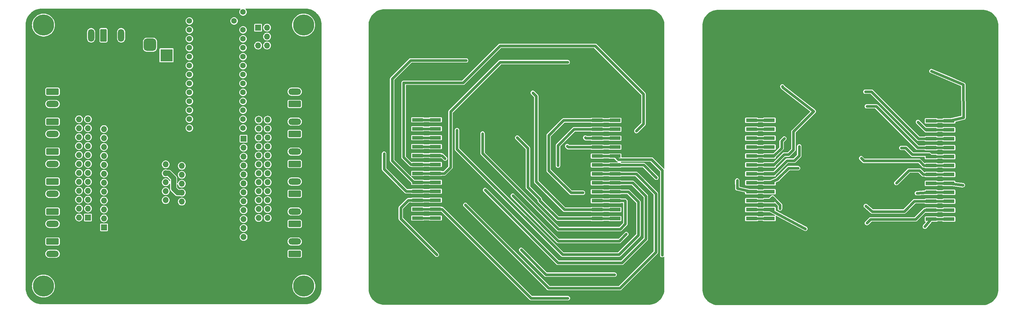
<source format=gbr>
%TF.GenerationSoftware,KiCad,Pcbnew,8.0.4*%
%TF.CreationDate,2025-01-14T19:01:53-06:00*%
%TF.ProjectId,DynaControllersquare,44796e61-436f-46e7-9472-6f6c6c657273,rev?*%
%TF.SameCoordinates,Original*%
%TF.FileFunction,Copper,L2,Bot*%
%TF.FilePolarity,Positive*%
%FSLAX46Y46*%
G04 Gerber Fmt 4.6, Leading zero omitted, Abs format (unit mm)*
G04 Created by KiCad (PCBNEW 8.0.4) date 2025-01-14 19:01:53*
%MOMM*%
%LPD*%
G01*
G04 APERTURE LIST*
G04 Aperture macros list*
%AMRoundRect*
0 Rectangle with rounded corners*
0 $1 Rounding radius*
0 $2 $3 $4 $5 $6 $7 $8 $9 X,Y pos of 4 corners*
0 Add a 4 corners polygon primitive as box body*
4,1,4,$2,$3,$4,$5,$6,$7,$8,$9,$2,$3,0*
0 Add four circle primitives for the rounded corners*
1,1,$1+$1,$2,$3*
1,1,$1+$1,$4,$5*
1,1,$1+$1,$6,$7*
1,1,$1+$1,$8,$9*
0 Add four rect primitives between the rounded corners*
20,1,$1+$1,$2,$3,$4,$5,0*
20,1,$1+$1,$4,$5,$6,$7,0*
20,1,$1+$1,$6,$7,$8,$9,0*
20,1,$1+$1,$8,$9,$2,$3,0*%
G04 Aperture macros list end*
%TA.AperFunction,SMDPad,CuDef*%
%ADD10R,3.150000X1.000000*%
%TD*%
%TA.AperFunction,ComponentPad*%
%ADD11O,1.700000X1.700000*%
%TD*%
%TA.AperFunction,ComponentPad*%
%ADD12R,1.700000X1.700000*%
%TD*%
%TA.AperFunction,ComponentPad*%
%ADD13O,3.600000X1.800000*%
%TD*%
%TA.AperFunction,ComponentPad*%
%ADD14RoundRect,0.250000X-1.550000X0.650000X-1.550000X-0.650000X1.550000X-0.650000X1.550000X0.650000X0*%
%TD*%
%TA.AperFunction,ComponentPad*%
%ADD15O,1.800000X3.600000*%
%TD*%
%TA.AperFunction,ComponentPad*%
%ADD16RoundRect,0.250000X-0.650000X-1.550000X0.650000X-1.550000X0.650000X1.550000X-0.650000X1.550000X0*%
%TD*%
%TA.AperFunction,ComponentPad*%
%ADD17RoundRect,0.250000X1.550000X-0.650000X1.550000X0.650000X-1.550000X0.650000X-1.550000X-0.650000X0*%
%TD*%
%TA.AperFunction,ComponentPad*%
%ADD18C,1.600000*%
%TD*%
%TA.AperFunction,ComponentPad*%
%ADD19C,6.000000*%
%TD*%
%TA.AperFunction,ComponentPad*%
%ADD20RoundRect,0.250000X0.650000X1.550000X-0.650000X1.550000X-0.650000X-1.550000X0.650000X-1.550000X0*%
%TD*%
%TA.AperFunction,ComponentPad*%
%ADD21RoundRect,0.875000X-0.875000X0.875000X-0.875000X-0.875000X0.875000X-0.875000X0.875000X0.875000X0*%
%TD*%
%TA.AperFunction,ComponentPad*%
%ADD22RoundRect,0.750000X-1.000000X0.750000X-1.000000X-0.750000X1.000000X-0.750000X1.000000X0.750000X0*%
%TD*%
%TA.AperFunction,ComponentPad*%
%ADD23R,3.500000X3.500000*%
%TD*%
%TA.AperFunction,ViaPad*%
%ADD24C,0.600000*%
%TD*%
%TA.AperFunction,Conductor*%
%ADD25C,0.750000*%
%TD*%
%TA.AperFunction,Conductor*%
%ADD26C,2.500000*%
%TD*%
%TA.AperFunction,Conductor*%
%ADD27C,1.500000*%
%TD*%
G04 APERTURE END LIST*
D10*
%TO.P,J19,1,Pin_1*%
%TO.N,GND*%
X317734412Y-78865780D03*
%TO.P,J19,2,Pin_2*%
X312684412Y-78865780D03*
%TO.P,J19,3,Pin_3*%
X317734412Y-81405780D03*
%TO.P,J19,4,Pin_4*%
X312684412Y-81405780D03*
%TO.P,J19,5,Pin_5*%
X317734412Y-83945780D03*
%TO.P,J19,6,Pin_6*%
X312684412Y-83945780D03*
%TO.P,J19,7,Pin_7*%
%TO.N,N/C*%
X317734412Y-86485780D03*
%TO.P,J19,8,Pin_8*%
X312684412Y-86485780D03*
%TO.P,J19,9,Pin_9*%
X317734412Y-89025780D03*
%TO.P,J19,10,Pin_10*%
X312684412Y-89025780D03*
%TO.P,J19,11,Pin_11*%
X317734412Y-91565780D03*
%TO.P,J19,12,Pin_12*%
X312684412Y-91565780D03*
%TO.P,J19,13,Pin_13*%
X317734412Y-94105780D03*
%TO.P,J19,14,Pin_14*%
X312684412Y-94105780D03*
%TO.P,J19,15,Pin_15*%
X317734412Y-96645780D03*
%TO.P,J19,16,Pin_16*%
X312684412Y-96645780D03*
%TO.P,J19,17,Pin_17*%
X317734412Y-99185780D03*
%TO.P,J19,18,Pin_18*%
X312684412Y-99185780D03*
%TO.P,J19,19,Pin_19*%
X317734412Y-101725780D03*
%TO.P,J19,20,Pin_20*%
X312684412Y-101725780D03*
%TO.P,J19,21,Pin_21*%
X317734412Y-104265780D03*
%TO.P,J19,22,Pin_22*%
X312684412Y-104265780D03*
%TO.P,J19,23,Pin_23*%
X317734412Y-106805780D03*
%TO.P,J19,24,Pin_24*%
X312684412Y-106805780D03*
%TO.P,J19,25,Pin_25*%
X317734412Y-109345780D03*
%TO.P,J19,26,Pin_26*%
X312684412Y-109345780D03*
%TO.P,J19,27,Pin_27*%
X317734412Y-111885780D03*
%TO.P,J19,28,Pin_28*%
X312684412Y-111885780D03*
%TO.P,J19,29,Pin_29*%
X317734412Y-114425780D03*
%TO.P,J19,30,Pin_30*%
X312684412Y-114425780D03*
%TD*%
%TO.P,J18,1,Pin_1*%
%TO.N,GND*%
X266709414Y-78705776D03*
%TO.P,J18,2,Pin_2*%
X261659410Y-78705779D03*
%TO.P,J18,3,Pin_3*%
X266709415Y-81245772D03*
%TO.P,J18,4,Pin_4*%
X261659424Y-81245780D03*
%TO.P,J18,5,Pin_5*%
X266709419Y-83785777D03*
%TO.P,J18,6,Pin_6*%
X261659412Y-83785778D03*
%TO.P,J18,7,Pin_7*%
%TO.N,N/C*%
X266709416Y-86325778D03*
%TO.P,J18,8,Pin_8*%
X261659417Y-86325778D03*
%TO.P,J18,9,Pin_9*%
X266709418Y-88865784D03*
%TO.P,J18,10,Pin_10*%
X261659416Y-88865771D03*
%TO.P,J18,11,Pin_11*%
X266709417Y-91405774D03*
%TO.P,J18,12,Pin_12*%
X261659410Y-91405782D03*
%TO.P,J18,13,Pin_13*%
X266709421Y-93945777D03*
%TO.P,J18,14,Pin_14*%
X261659420Y-93945780D03*
%TO.P,J18,15,Pin_15*%
X266709414Y-96485771D03*
%TO.P,J18,16,Pin_16*%
X261659418Y-96485785D03*
%TO.P,J18,17,Pin_17*%
X266709412Y-99025776D03*
%TO.P,J18,18,Pin_18*%
X261659411Y-99025779D03*
%TO.P,J18,19,Pin_19*%
X266709422Y-101565774D03*
%TO.P,J18,20,Pin_20*%
X261659415Y-101565782D03*
%TO.P,J18,21,Pin_21*%
X266709416Y-104105785D03*
%TO.P,J18,22,Pin_22*%
X261659414Y-104105772D03*
%TO.P,J18,23,Pin_23*%
X266709415Y-106645778D03*
%TO.P,J18,24,Pin_24*%
X261659416Y-106645778D03*
%TO.P,J18,25,Pin_25*%
X266709420Y-109185778D03*
%TO.P,J18,26,Pin_26*%
X261659413Y-109185779D03*
%TO.P,J18,27,Pin_27*%
X266709408Y-111725776D03*
%TO.P,J18,28,Pin_28*%
X261659417Y-111725784D03*
%TO.P,J18,29,Pin_29*%
X266709422Y-114265777D03*
%TO.P,J18,30,Pin_30*%
X261659418Y-114265780D03*
%TD*%
D11*
%TO.P,J20,6*%
%TO.N,unconnected-(J20-Pad6)*%
X124025000Y-65055000D03*
%TO.P,J20,5*%
%TO.N,Net-(U4-22_A8_CTX1)*%
X121485000Y-65055000D03*
%TO.P,J20,4*%
%TO.N,unconnected-(J20-Pad4)*%
X124025000Y-62515000D03*
%TO.P,J20,3*%
%TO.N,GND*%
X121485000Y-62515000D03*
%TO.P,J20,2*%
%TO.N,unconnected-(J20-Pad2)*%
X124025000Y-59975000D03*
D12*
%TO.P,J20,1*%
%TO.N,Net-(U4-23_A9_CRX1_MCLK1)*%
X121485000Y-59975000D03*
%TD*%
D13*
%TO.P,J14,2*%
%TO.N,Net-(J16-Pin_21)*%
X63075003Y-81685000D03*
D14*
%TO.P,J14,1*%
%TO.N,Net-(J16-Pin_23)*%
X63075002Y-78185001D03*
%TD*%
D15*
%TO.P,GND_plane5,2*%
%TO.N,GND*%
X95334999Y-131024999D03*
D16*
%TO.P,GND_plane5,1*%
X91835000Y-131025000D03*
%TD*%
D13*
%TO.P,J5,2*%
%TO.N,Net-(J17-Pin_15)*%
X131874999Y-95240002D03*
D17*
%TO.P,J5,1*%
%TO.N,Net-(J17-Pin_17)*%
X131875000Y-98740001D03*
%TD*%
D18*
%TO.P,U4,34,VUSB*%
%TO.N,unconnected-(U4-VUSB-Pad34)*%
X114650001Y-58070001D03*
%TO.P,U4,33,VIN*%
%TO.N,unconnected-(U4-VIN-Pad33)*%
X117190000Y-55530000D03*
%TO.P,U4,32,GND*%
%TO.N,GND*%
X117190000Y-58070003D03*
%TO.P,U4,31,3V3*%
%TO.N,+3.3V*%
X117190001Y-60609999D03*
%TO.P,U4,30,23_A9_CRX1_MCLK1*%
%TO.N,Net-(U4-23_A9_CRX1_MCLK1)*%
X117190000Y-63149999D03*
%TO.P,U4,29,22_A8_CTX1*%
%TO.N,Net-(U4-22_A8_CTX1)*%
X117189999Y-65689999D03*
%TO.P,U4,28,21_A7_RX5_BCLK1*%
%TO.N,unconnected-(U4-21_A7_RX5_BCLK1-Pad28)*%
X117190000Y-68230000D03*
%TO.P,U4,27,20_A6_TX5_LRCLK1*%
%TO.N,unconnected-(U4-20_A6_TX5_LRCLK1-Pad27)*%
X117189999Y-70770000D03*
%TO.P,U4,26,19_A5_SCL0*%
%TO.N,Net-(U1-SCL)*%
X117190001Y-73310001D03*
%TO.P,U4,25,18_A4_SDA0*%
%TO.N,Net-(U1-SDA)*%
X117190000Y-75850001D03*
%TO.P,U4,24,17_A3_TX4_SDA1*%
%TO.N,unconnected-(U4-17_A3_TX4_SDA1-Pad24)*%
X117190001Y-78390000D03*
%TO.P,U4,23,16_A2_RX4_SCL1*%
%TO.N,unconnected-(U4-16_A2_RX4_SCL1-Pad23)*%
X117190000Y-80930000D03*
%TO.P,U4,22,15_A1_RX3_SPDIF_IN*%
%TO.N,unconnected-(U4-15_A1_RX3_SPDIF_IN-Pad22)*%
X117189998Y-83470000D03*
%TO.P,U4,21,14_A0_TX3_SPDIF_OUT*%
%TO.N,unconnected-(U4-14_A0_TX3_SPDIF_OUT-Pad21)*%
X117190002Y-86010000D03*
%TO.P,U4,20,13_SCK_CRX1_LED*%
%TO.N,unconnected-(U4-13_SCK_CRX1_LED-Pad20)*%
X117190000Y-88550000D03*
%TO.P,U4,14,12_MISO_MQSL*%
%TO.N,unconnected-(U4-12_MISO_MQSL-Pad14)*%
X101950000Y-88550000D03*
%TO.P,U4,13,11_MOSI_CTX1*%
%TO.N,unconnected-(U4-11_MOSI_CTX1-Pad13)*%
X101950000Y-86009997D03*
%TO.P,U4,12,10_CS_MQSR*%
%TO.N,unconnected-(U4-10_CS_MQSR-Pad12)*%
X101949999Y-83470001D03*
%TO.P,U4,11,9_OUT1C*%
%TO.N,unconnected-(U4-9_OUT1C-Pad11)*%
X101950000Y-80930001D03*
%TO.P,U4,10,8_TX2_IN1*%
%TO.N,LED data*%
X101950001Y-78390001D03*
%TO.P,U4,9,7_RX2_OUT1A*%
%TO.N,LED clock*%
X101950000Y-75850000D03*
%TO.P,U4,8,6_OUT1D*%
%TO.N,unconnected-(U4-6_OUT1D-Pad8)*%
X101950001Y-73310000D03*
%TO.P,U4,7,5_IN2*%
%TO.N,unconnected-(U4-5_IN2-Pad7)*%
X101949999Y-70769999D03*
%TO.P,U4,6,4_BCLK2*%
%TO.N,unconnected-(U4-4_BCLK2-Pad6)*%
X101950000Y-68229999D03*
%TO.P,U4,5,3_LRCLK2*%
%TO.N,unconnected-(U4-3_LRCLK2-Pad5)*%
X101949999Y-65690000D03*
%TO.P,U4,4,2_OUT2*%
%TO.N,unconnected-(U4-2_OUT2-Pad4)*%
X101950000Y-63150000D03*
%TO.P,U4,3,1_TX1_CTX2_MISO1*%
%TO.N,unconnected-(U4-1_TX1_CTX2_MISO1-Pad3)*%
X101950002Y-60610000D03*
%TO.P,U4,2,0_RX1_CRX2_CS1*%
%TO.N,unconnected-(U4-0_RX1_CRX2_CS1-Pad2)*%
X101949998Y-58070000D03*
%TO.P,U4,1,GND*%
%TO.N,GND*%
X101950000Y-55530000D03*
%TD*%
D13*
%TO.P,J6,2*%
%TO.N,Net-(J17-Pin_19)*%
X131874999Y-103765002D03*
D17*
%TO.P,J6,1*%
%TO.N,Net-(J17-Pin_21)*%
X131875000Y-107265001D03*
%TD*%
D13*
%TO.P,J12,2*%
%TO.N,Net-(J16-Pin_13)*%
X63075001Y-98734999D03*
D14*
%TO.P,J12,1*%
%TO.N,Net-(J16-Pin_15)*%
X63075000Y-95235000D03*
%TD*%
D13*
%TO.P,J13,2*%
%TO.N,Net-(J16-Pin_17)*%
X63075001Y-90209999D03*
D14*
%TO.P,J13,1*%
%TO.N,Net-(J16-Pin_19)*%
X63075000Y-86710000D03*
%TD*%
D15*
%TO.P,GND_plane6,2*%
%TO.N,GND*%
X103849999Y-131024999D03*
D16*
%TO.P,GND_plane6,1*%
X100350000Y-131025000D03*
%TD*%
D13*
%TO.P,GND_plane2,2*%
%TO.N,GND*%
X63074998Y-73135002D03*
D14*
%TO.P,GND_plane2,1*%
X63075000Y-69635003D03*
%TD*%
D13*
%TO.P,J11,2*%
%TO.N,Net-(J16-Pin_10)*%
X63075001Y-107259999D03*
D14*
%TO.P,J11,1*%
%TO.N,Net-(J16-Pin_11)*%
X63075000Y-103760000D03*
%TD*%
D19*
%TO.P,H2,1*%
%TO.N,unconnected-(H2-Pad1)*%
X134400000Y-59225000D03*
%TD*%
D15*
%TO.P,GND_plane3,2*%
%TO.N,GND*%
X78284999Y-131024999D03*
D16*
%TO.P,GND_plane3,1*%
X74785000Y-131025000D03*
%TD*%
D19*
%TO.P,H1,1*%
%TO.N,unconnected-(H1-Pad1)*%
X60500000Y-59250000D03*
%TD*%
D15*
%TO.P,J2,2*%
%TO.N,LED pwr*%
X74040001Y-62150000D03*
D20*
%TO.P,J2,1*%
%TO.N,LED data*%
X77540000Y-62150000D03*
%TD*%
D15*
%TO.P,J1,2*%
%TO.N,LED clock*%
X82565001Y-62150000D03*
D20*
%TO.P,J1,1*%
%TO.N,GND*%
X86065000Y-62150000D03*
%TD*%
D15*
%TO.P,GND_plane8,2*%
%TO.N,GND*%
X120899999Y-131024999D03*
D16*
%TO.P,GND_plane8,1*%
X117400000Y-131025000D03*
%TD*%
D13*
%TO.P,J8,2*%
%TO.N,Net-(J17-Pin_27)*%
X131874999Y-120815002D03*
D17*
%TO.P,J8,1*%
%TO.N,Net-(J17-Pin_29)*%
X131875000Y-124315001D03*
%TD*%
D13*
%TO.P,J4,2*%
%TO.N,Net-(J17-Pin_11)*%
X131874999Y-86715002D03*
D17*
%TO.P,J4,1*%
%TO.N,Net-(J17-Pin_13)*%
X131875000Y-90215001D03*
%TD*%
D13*
%TO.P,J7,2*%
%TO.N,Net-(J17-Pin_23)*%
X131874999Y-112290002D03*
D17*
%TO.P,J7,1*%
%TO.N,Net-(J17-Pin_25)*%
X131875000Y-115790001D03*
%TD*%
D13*
%TO.P,J3,2*%
%TO.N,Net-(J17-Pin_7)*%
X131874999Y-78190003D03*
D17*
%TO.P,J3,1*%
%TO.N,Net-(J17-Pin_10)*%
X131875000Y-81690002D03*
%TD*%
D19*
%TO.P,H4,1*%
%TO.N,unconnected-(H4-Pad1)*%
X60500000Y-133475000D03*
%TD*%
%TO.P,H3,1*%
%TO.N,unconnected-(H3-Pad1)*%
X134450000Y-133475000D03*
%TD*%
D13*
%TO.P,J10,2*%
%TO.N,Net-(J16-Pin_5)*%
X63075001Y-115784999D03*
D14*
%TO.P,J10,1*%
%TO.N,Net-(J16-Pin_7)*%
X63075000Y-112285000D03*
%TD*%
D11*
%TO.P,U3,20,VDD*%
%TO.N,+3.3V*%
X95224993Y-109050009D03*
D12*
%TO.P,U3,19,LED7/ELE11*%
%TO.N,Net-(J16-Pin_1)*%
X77675003Y-116769998D03*
D11*
%TO.P,U3,18,LED6/ELE10*%
%TO.N,Net-(J16-Pin_3)*%
X77674996Y-114230006D03*
%TO.P,U3,17,LED5/ELE9*%
%TO.N,Net-(J16-Pin_5)*%
X77675000Y-111690005D03*
%TO.P,U3,16,LED4/ELE8*%
%TO.N,Net-(J16-Pin_7)*%
X77674994Y-109149993D03*
%TO.P,U3,15,LED3/ELE7*%
%TO.N,Net-(J16-Pin_10)*%
X77675006Y-106610003D03*
%TO.P,U3,14,LED2/ELE6*%
%TO.N,Net-(J16-Pin_11)*%
X77675000Y-104070004D03*
%TO.P,U3,13,LED1/ELE5*%
%TO.N,Net-(J16-Pin_13)*%
X77674990Y-101530007D03*
%TO.P,U3,12,LED0/ELE4*%
%TO.N,Net-(J16-Pin_15)*%
X77674996Y-98989992D03*
%TO.P,U3,11,ELE3*%
%TO.N,Net-(J16-Pin_17)*%
X77674999Y-96450008D03*
%TO.P,U3,10,ELE2*%
%TO.N,Net-(J16-Pin_19)*%
X77675007Y-93910002D03*
%TO.P,U3,9,ELE1*%
%TO.N,Net-(J16-Pin_21)*%
X77674998Y-91370007D03*
%TO.P,U3,8,ELE0*%
%TO.N,Net-(J16-Pin_23)*%
X77674999Y-88830001D03*
%TO.P,U3,6,VSS*%
%TO.N,GND*%
X95225000Y-96350000D03*
%TO.P,U3,4,ADDR*%
%TO.N,+3.3V*%
X95224994Y-98889998D03*
%TO.P,U3,3,SDA*%
%TO.N,Net-(U1-SDA)*%
X95225001Y-101430008D03*
%TO.P,U3,2,SCL*%
%TO.N,Net-(U1-SCL)*%
X95224998Y-103970001D03*
%TO.P,U3,1,~{IRQ}*%
%TO.N,unconnected-(U3-~{IRQ}-Pad1)*%
X95225007Y-106510003D03*
%TD*%
D15*
%TO.P,GND_plane4,2*%
%TO.N,GND*%
X86809999Y-131024999D03*
D16*
%TO.P,GND_plane4,1*%
X83310000Y-131025000D03*
%TD*%
D13*
%TO.P,J9,2*%
%TO.N,Net-(J16-Pin_1)*%
X63075001Y-124309999D03*
D14*
%TO.P,J9,1*%
%TO.N,Net-(J16-Pin_3)*%
X63075000Y-120810000D03*
%TD*%
D11*
%TO.P,J17,30,Pin_30*%
%TO.N,Net-(J17-Pin_29)*%
X124190000Y-114110000D03*
%TO.P,J17,29,Pin_29*%
X121650000Y-114110000D03*
%TO.P,J17,28,Pin_28*%
%TO.N,Net-(J17-Pin_27)*%
X124190000Y-111570000D03*
%TO.P,J17,27,Pin_27*%
X121650000Y-111570000D03*
%TO.P,J17,26,Pin_26*%
%TO.N,Net-(J17-Pin_25)*%
X124190000Y-109030000D03*
%TO.P,J17,25,Pin_25*%
X121650000Y-109030000D03*
%TO.P,J17,24,Pin_24*%
%TO.N,Net-(J17-Pin_23)*%
X124190000Y-106490000D03*
%TO.P,J17,23,Pin_23*%
X121650000Y-106490000D03*
%TO.P,J17,22,Pin_22*%
%TO.N,Net-(J17-Pin_21)*%
X124190000Y-103950000D03*
%TO.P,J17,21,Pin_21*%
X121650000Y-103950000D03*
%TO.P,J17,20,Pin_20*%
%TO.N,Net-(J17-Pin_19)*%
X124190000Y-101410000D03*
%TO.P,J17,19,Pin_19*%
X121650000Y-101410000D03*
%TO.P,J17,18,Pin_18*%
%TO.N,Net-(J17-Pin_17)*%
X124190000Y-98870000D03*
%TO.P,J17,17,Pin_17*%
X121650000Y-98870000D03*
%TO.P,J17,16,Pin_16*%
%TO.N,Net-(J17-Pin_15)*%
X124190000Y-96330000D03*
%TO.P,J17,15,Pin_15*%
X121650000Y-96330000D03*
%TO.P,J17,14,Pin_14*%
%TO.N,Net-(J17-Pin_13)*%
X124190000Y-93790000D03*
%TO.P,J17,13,Pin_13*%
X121650000Y-93790000D03*
%TO.P,J17,12,Pin_12*%
%TO.N,Net-(J17-Pin_11)*%
X124190000Y-91250000D03*
%TO.P,J17,11,Pin_11*%
X121650000Y-91250000D03*
%TO.P,J17,10,Pin_10*%
%TO.N,Net-(J17-Pin_10)*%
X124190000Y-88710000D03*
%TO.P,J17,9,Pin_9*%
X121650000Y-88710000D03*
%TO.P,J17,8,Pin_8*%
%TO.N,Net-(J17-Pin_7)*%
X124190000Y-86170000D03*
%TO.P,J17,7,Pin_7*%
X121650000Y-86170000D03*
%TO.P,J17,6,Pin_6*%
%TO.N,GND*%
X124190000Y-83630000D03*
%TO.P,J17,5,Pin_5*%
X121650000Y-83630000D03*
%TO.P,J17,4,Pin_4*%
X124190000Y-81090000D03*
%TO.P,J17,3,Pin_3*%
X121650000Y-81090000D03*
%TO.P,J17,2,Pin_2*%
X124190000Y-78550000D03*
D12*
%TO.P,J17,1,Pin_1*%
X121650000Y-78550000D03*
%TD*%
D11*
%TO.P,J16,30,Pin_30*%
%TO.N,GND*%
X70609998Y-78414999D03*
%TO.P,J16,29,Pin_29*%
X73149999Y-78415000D03*
%TO.P,J16,28,Pin_28*%
X70610004Y-80954995D03*
%TO.P,J16,27,Pin_27*%
X73150001Y-80954999D03*
%TO.P,J16,26,Pin_26*%
X70610000Y-83495002D03*
%TO.P,J16,25,Pin_25*%
X73150000Y-83494998D03*
%TO.P,J16,24,Pin_24*%
%TO.N,Net-(J16-Pin_23)*%
X70610003Y-86034997D03*
%TO.P,J16,23,Pin_23*%
X73150000Y-86034998D03*
%TO.P,J16,22,Pin_22*%
%TO.N,Net-(J16-Pin_21)*%
X70610000Y-88574995D03*
%TO.P,J16,21,Pin_21*%
X73150000Y-88574998D03*
%TO.P,J16,20,Pin_20*%
%TO.N,Net-(J16-Pin_19)*%
X70609998Y-91114998D03*
%TO.P,J16,19,Pin_19*%
X73150002Y-91115001D03*
%TO.P,J16,18,Pin_18*%
%TO.N,Net-(J16-Pin_17)*%
X70610002Y-93654996D03*
%TO.P,J16,17,Pin_17*%
X73150000Y-93654998D03*
%TO.P,J16,16,Pin_16*%
%TO.N,Net-(J16-Pin_15)*%
X70609998Y-96195001D03*
%TO.P,J16,15,Pin_15*%
X73149998Y-96194998D03*
%TO.P,J16,14,Pin_14*%
%TO.N,Net-(J16-Pin_13)*%
X70609999Y-98734998D03*
%TO.P,J16,13,Pin_13*%
X73149998Y-98734997D03*
%TO.P,J16,12,Pin_12*%
%TO.N,Net-(J16-Pin_11)*%
X70609998Y-101274996D03*
%TO.P,J16,11,Pin_11*%
X73150000Y-101274998D03*
%TO.P,J16,10,Pin_10*%
%TO.N,Net-(J16-Pin_10)*%
X70610002Y-103814997D03*
%TO.P,J16,9,Pin_9*%
X73150000Y-103814998D03*
%TO.P,J16,8,Pin_8*%
%TO.N,Net-(J16-Pin_7)*%
X70610001Y-106354998D03*
%TO.P,J16,7,Pin_7*%
X73150002Y-106354995D03*
%TO.P,J16,6,Pin_6*%
%TO.N,Net-(J16-Pin_5)*%
X70609998Y-108894996D03*
%TO.P,J16,5,Pin_5*%
X73149999Y-108894997D03*
%TO.P,J16,4,Pin_4*%
%TO.N,Net-(J16-Pin_3)*%
X70610000Y-111434998D03*
%TO.P,J16,3,Pin_3*%
X73150000Y-111434997D03*
%TO.P,J16,2,Pin_2*%
%TO.N,Net-(J16-Pin_1)*%
X70609999Y-113974998D03*
D12*
%TO.P,J16,1,Pin_1*%
X73150000Y-113974998D03*
%TD*%
D11*
%TO.P,U1,20,VDD*%
%TO.N,+3.3V*%
X99805000Y-99305000D03*
D12*
%TO.P,U1,19,LED7/ELE11*%
%TO.N,Net-(J17-Pin_7)*%
X117355000Y-91585000D03*
D11*
%TO.P,U1,18,LED6/ELE10*%
%TO.N,Net-(J17-Pin_10)*%
X117355000Y-94125000D03*
%TO.P,U1,17,LED5/ELE9*%
%TO.N,Net-(J17-Pin_11)*%
X117355000Y-96665000D03*
%TO.P,U1,16,LED4/ELE8*%
%TO.N,Net-(J17-Pin_13)*%
X117355000Y-99205000D03*
%TO.P,U1,15,LED3/ELE7*%
%TO.N,Net-(J17-Pin_15)*%
X117355000Y-101745000D03*
%TO.P,U1,14,LED2/ELE6*%
%TO.N,Net-(J17-Pin_17)*%
X117355000Y-104285000D03*
%TO.P,U1,13,LED1/ELE5*%
%TO.N,Net-(J17-Pin_19)*%
X117355000Y-106825000D03*
%TO.P,U1,12,LED0/ELE4*%
%TO.N,Net-(J17-Pin_21)*%
X117355000Y-109365000D03*
%TO.P,U1,11,ELE3*%
%TO.N,Net-(J17-Pin_23)*%
X117355000Y-111905000D03*
%TO.P,U1,10,ELE2*%
%TO.N,Net-(J17-Pin_25)*%
X117355000Y-114445000D03*
%TO.P,U1,9,ELE1*%
%TO.N,Net-(J17-Pin_27)*%
X117355000Y-116985000D03*
%TO.P,U1,8,ELE0*%
%TO.N,Net-(J17-Pin_29)*%
X117355000Y-119525000D03*
%TO.P,U1,6,VSS*%
%TO.N,GND*%
X99805000Y-112005000D03*
%TO.P,U1,4,ADDR*%
%TO.N,unconnected-(U1-ADDR-Pad4)*%
X99805000Y-109465000D03*
%TO.P,U1,3,SDA*%
%TO.N,Net-(U1-SDA)*%
X99805000Y-106925000D03*
%TO.P,U1,2,SCL*%
%TO.N,Net-(U1-SCL)*%
X99805000Y-104385000D03*
%TO.P,U1,1,~{IRQ}*%
%TO.N,unconnected-(U1-~{IRQ}-Pad1)*%
X99805000Y-101845000D03*
%TD*%
D21*
%TO.P,J15,3*%
%TO.N,unconnected-(J15-Pad3)*%
X90757500Y-64850000D03*
D22*
%TO.P,J15,2*%
%TO.N,GND*%
X95457500Y-61850000D03*
D23*
%TO.P,J15,1*%
%TO.N,LED pwr*%
X95457500Y-67850000D03*
%TD*%
D13*
%TO.P,GND_plane1,2*%
%TO.N,GND*%
X131875001Y-69665002D03*
D17*
%TO.P,GND_plane1,1*%
X131875001Y-73165001D03*
%TD*%
D15*
%TO.P,GND_plane7,2*%
%TO.N,GND*%
X112374999Y-131024999D03*
D16*
%TO.P,GND_plane7,1*%
X108875000Y-131025000D03*
%TD*%
D10*
%TO.P,J18,30,Pin_30*%
%TO.N,Net-(J16-Pin_1)*%
X166792582Y-114134588D03*
%TO.P,J18,29,Pin_29*%
X171842586Y-114134585D03*
%TO.P,J18,28,Pin_28*%
%TO.N,Net-(J16-Pin_3)*%
X166792581Y-111594592D03*
%TO.P,J18,27,Pin_27*%
X171842572Y-111594584D03*
%TO.P,J18,26,Pin_26*%
%TO.N,Net-(J16-Pin_5)*%
X166792577Y-109054587D03*
%TO.P,J18,25,Pin_25*%
X171842584Y-109054586D03*
%TO.P,J18,24,Pin_24*%
%TO.N,Net-(J16-Pin_7)*%
X166792580Y-106514586D03*
%TO.P,J18,23,Pin_23*%
X171842579Y-106514586D03*
%TO.P,J18,22,Pin_22*%
%TO.N,Net-(J16-Pin_10)*%
X166792578Y-103974580D03*
%TO.P,J18,21,Pin_21*%
X171842580Y-103974593D03*
%TO.P,J18,20,Pin_20*%
%TO.N,Net-(J16-Pin_11)*%
X166792579Y-101434590D03*
%TO.P,J18,19,Pin_19*%
X171842586Y-101434582D03*
%TO.P,J18,18,Pin_18*%
%TO.N,Net-(J16-Pin_13)*%
X166792575Y-98894587D03*
%TO.P,J18,17,Pin_17*%
X171842576Y-98894584D03*
%TO.P,J18,16,Pin_16*%
%TO.N,Net-(J16-Pin_15)*%
X166792582Y-96354593D03*
%TO.P,J18,15,Pin_15*%
X171842578Y-96354579D03*
%TO.P,J18,14,Pin_14*%
%TO.N,Net-(J16-Pin_17)*%
X166792584Y-93814588D03*
%TO.P,J18,13,Pin_13*%
X171842585Y-93814585D03*
%TO.P,J18,12,Pin_12*%
%TO.N,Net-(J16-Pin_19)*%
X166792574Y-91274590D03*
%TO.P,J18,11,Pin_11*%
X171842581Y-91274582D03*
%TO.P,J18,10,Pin_10*%
%TO.N,Net-(J16-Pin_21)*%
X166792580Y-88734579D03*
%TO.P,J18,9,Pin_9*%
X171842582Y-88734592D03*
%TO.P,J18,8,Pin_8*%
%TO.N,Net-(J16-Pin_23)*%
X166792581Y-86194586D03*
%TO.P,J18,7,Pin_7*%
X171842580Y-86194586D03*
%TO.P,J18,6,Pin_6*%
%TO.N,GND*%
X166792576Y-83654586D03*
%TO.P,J18,5,Pin_5*%
X171842583Y-83654585D03*
%TO.P,J18,4,Pin_4*%
X166792588Y-81114588D03*
%TO.P,J18,3,Pin_3*%
X171842579Y-81114580D03*
%TO.P,J18,2,Pin_2*%
X166792574Y-78574587D03*
%TO.P,J18,1,Pin_1*%
X171842578Y-78574584D03*
%TD*%
%TO.P,J19,30,Pin_30*%
%TO.N,Net-(J17-Pin_29)*%
X217817576Y-114294588D03*
%TO.P,J19,29,Pin_29*%
X222867576Y-114294588D03*
%TO.P,J19,28,Pin_28*%
%TO.N,Net-(J17-Pin_27)*%
X217817576Y-111754588D03*
%TO.P,J19,27,Pin_27*%
X222867576Y-111754588D03*
%TO.P,J19,26,Pin_26*%
%TO.N,Net-(J17-Pin_25)*%
X217817576Y-109214588D03*
%TO.P,J19,25,Pin_25*%
X222867576Y-109214588D03*
%TO.P,J19,24,Pin_24*%
%TO.N,Net-(J17-Pin_23)*%
X217817576Y-106674588D03*
%TO.P,J19,23,Pin_23*%
X222867576Y-106674588D03*
%TO.P,J19,22,Pin_22*%
%TO.N,Net-(J17-Pin_21)*%
X217817576Y-104134588D03*
%TO.P,J19,21,Pin_21*%
X222867576Y-104134588D03*
%TO.P,J19,20,Pin_20*%
%TO.N,Net-(J17-Pin_19)*%
X217817576Y-101594588D03*
%TO.P,J19,19,Pin_19*%
X222867576Y-101594588D03*
%TO.P,J19,18,Pin_18*%
%TO.N,Net-(J17-Pin_17)*%
X217817576Y-99054588D03*
%TO.P,J19,17,Pin_17*%
X222867576Y-99054588D03*
%TO.P,J19,16,Pin_16*%
%TO.N,Net-(J17-Pin_15)*%
X217817576Y-96514588D03*
%TO.P,J19,15,Pin_15*%
X222867576Y-96514588D03*
%TO.P,J19,14,Pin_14*%
%TO.N,Net-(J17-Pin_13)*%
X217817576Y-93974588D03*
%TO.P,J19,13,Pin_13*%
X222867576Y-93974588D03*
%TO.P,J19,12,Pin_12*%
%TO.N,Net-(J17-Pin_11)*%
X217817576Y-91434588D03*
%TO.P,J19,11,Pin_11*%
X222867576Y-91434588D03*
%TO.P,J19,10,Pin_10*%
%TO.N,Net-(J17-Pin_10)*%
X217817576Y-88894588D03*
%TO.P,J19,9,Pin_9*%
X222867576Y-88894588D03*
%TO.P,J19,8,Pin_8*%
%TO.N,Net-(J17-Pin_7)*%
X217817576Y-86354588D03*
%TO.P,J19,7,Pin_7*%
X222867576Y-86354588D03*
%TO.P,J19,6,Pin_6*%
%TO.N,GND*%
X217817576Y-83814588D03*
%TO.P,J19,5,Pin_5*%
X222867576Y-83814588D03*
%TO.P,J19,4,Pin_4*%
X217817576Y-81274588D03*
%TO.P,J19,3,Pin_3*%
X222867576Y-81274588D03*
%TO.P,J19,2,Pin_2*%
X217817576Y-78734588D03*
%TO.P,J19,1,Pin_1*%
X222867576Y-78734588D03*
%TD*%
D24*
%TO.N,+3.3V*%
X308626726Y-107058687D03*
X294000000Y-78190000D03*
X294430000Y-82350000D03*
X294110000Y-110730000D03*
X294430000Y-115560000D03*
X270390000Y-76660000D03*
X275210000Y-93740000D03*
X270970000Y-91510000D03*
X274850000Y-99930000D03*
X276940000Y-117190000D03*
X257590000Y-103450000D03*
X269750000Y-111430000D03*
X312750000Y-72320000D03*
X292810000Y-97100000D03*
X308937654Y-86813999D03*
X304210000Y-94190000D03*
X302790000Y-104180000D03*
X321680000Y-104790000D03*
X310910000Y-116580000D03*
%TO.N,Net-(J17-Pin_10)*%
X206660002Y-99210000D03*
%TO.N,Net-(J17-Pin_27)*%
X199510000Y-78490000D03*
%TO.N,Net-(J17-Pin_29)*%
X195270000Y-91440000D03*
%TO.N,Net-(J17-Pin_19)*%
X180340000Y-110400000D03*
%TO.N,Net-(J17-Pin_15)*%
X196209995Y-123189995D03*
%TO.N,Net-(J16-Pin_5)*%
X172240000Y-124550000D03*
%TO.N,Net-(J16-Pin_13)*%
X228930000Y-89380000D03*
%TO.N,Net-(J17-Pin_11)*%
X214420000Y-91250000D03*
%TO.N,Net-(J17-Pin_23)*%
X177980000Y-89120000D03*
%TO.N,Net-(J17-Pin_7)*%
X213752625Y-106933141D03*
%TO.N,Net-(J16-Pin_15)*%
X174590000Y-97210000D03*
%TO.N,Net-(J16-Pin_11)*%
X209426229Y-69793263D03*
%TO.N,Net-(J16-Pin_10)*%
X180561496Y-69298171D03*
%TO.N,Net-(J16-Pin_7)*%
X157270000Y-95838217D03*
%TO.N,Net-(J16-Pin_3)*%
X209480000Y-136930000D03*
%TO.N,Net-(J17-Pin_21)*%
X185955000Y-106165000D03*
%TO.N,Net-(J17-Pin_15)*%
X236275000Y-124675000D03*
X222745000Y-130235000D03*
%TO.N,Net-(J17-Pin_17)*%
X193832905Y-107776407D03*
X226070000Y-118700000D03*
X234600000Y-102660000D03*
%TO.N,Net-(J17-Pin_13)*%
X209281253Y-93668747D03*
%TO.N,Net-(J17-Pin_25)*%
X185242340Y-90094343D03*
%TD*%
D25*
%TO.N,+3.3V*%
X261659418Y-96485785D02*
X267964215Y-96485785D01*
X270210000Y-94240000D02*
X270210000Y-92270000D01*
X267964215Y-96485785D02*
X270210000Y-94240000D01*
X270210000Y-92270000D02*
X270970000Y-91510000D01*
X317734412Y-111885780D02*
X310854220Y-111885780D01*
X308230000Y-114510000D02*
X295480000Y-114510000D01*
X310854220Y-111885780D02*
X308230000Y-114510000D01*
X295480000Y-114510000D02*
X294430000Y-115560000D01*
X317734412Y-99185780D02*
X310625780Y-99185780D01*
X310625780Y-99185780D02*
X309310000Y-97870000D01*
X309310000Y-97870000D02*
X293580000Y-97870000D01*
X293580000Y-97870000D02*
X292810000Y-97100000D01*
X317734412Y-96645780D02*
X312684412Y-96645780D01*
X312684412Y-96645780D02*
X312128632Y-96090000D01*
X312128632Y-96090000D02*
X307340000Y-96090000D01*
X307340000Y-96090000D02*
X305440000Y-94190000D01*
X305440000Y-94190000D02*
X304210000Y-94190000D01*
X261659415Y-101565782D02*
X266709414Y-101565782D01*
X266709414Y-101565782D02*
X266709422Y-101565774D01*
X266709422Y-101565774D02*
X267994226Y-101565774D01*
X271760000Y-97800000D02*
X273770000Y-97800000D01*
X267994226Y-101565774D02*
X271760000Y-97800000D01*
X273770000Y-97800000D02*
X275210000Y-96360000D01*
X275210000Y-96360000D02*
X275210000Y-93740000D01*
X261659411Y-99025779D02*
X266709409Y-99025779D01*
X270870000Y-96090000D02*
X272140000Y-96090000D01*
X273570000Y-89560000D02*
X279325000Y-83805000D01*
X266709409Y-99025779D02*
X266709412Y-99025776D01*
X270570000Y-76980000D02*
X270390000Y-76660000D01*
X266709412Y-99025776D02*
X267934224Y-99025776D01*
X272140000Y-96090000D02*
X273570000Y-94660000D01*
X267934224Y-99025776D02*
X270870000Y-96090000D01*
X273570000Y-94660000D02*
X273570000Y-89560000D01*
X279325000Y-83805000D02*
X270570000Y-76980000D01*
X266709416Y-104105785D02*
X269080000Y-103110000D01*
X269080000Y-103110000D02*
X269080000Y-103040000D01*
X269080000Y-103040000D02*
X272190000Y-99930000D01*
X272190000Y-99930000D02*
X274850000Y-99930000D01*
X261659416Y-106645778D02*
X257630000Y-105730000D01*
X257630000Y-105730000D02*
X257590000Y-103450000D01*
X266709408Y-111725776D02*
X276940000Y-117190000D01*
X317734412Y-94105780D02*
X308815780Y-94105780D01*
X308815780Y-94105780D02*
X297060000Y-82350000D01*
X297060000Y-82350000D02*
X294430000Y-82350000D01*
X317734412Y-91565780D02*
X309125780Y-91565780D01*
X309125780Y-91565780D02*
X295750000Y-78190000D01*
X295750000Y-78190000D02*
X294000000Y-78190000D01*
X317734412Y-109345780D02*
X307944220Y-109345780D01*
X305000000Y-112290000D02*
X295960000Y-112290000D01*
X307944220Y-109345780D02*
X305000000Y-112290000D01*
X295960000Y-112290000D02*
X294110000Y-110730000D01*
X317734412Y-101725780D02*
X310485780Y-101725780D01*
X309380000Y-100620000D02*
X306350000Y-100620000D01*
X310485780Y-101725780D02*
X309380000Y-100620000D01*
X306350000Y-100620000D02*
X302790000Y-104180000D01*
X308937654Y-86813999D02*
X311149435Y-89025780D01*
X311149435Y-89025780D02*
X317734412Y-89025780D01*
X312684412Y-106805780D02*
X308626726Y-107058687D01*
X317734412Y-104265780D02*
X321680000Y-104790000D01*
X321900000Y-85570000D02*
X321820000Y-76200000D01*
X317734412Y-86485780D02*
X321900000Y-85570000D01*
X321820000Y-76200000D02*
X312750000Y-72320000D01*
X310910000Y-116580000D02*
X312684412Y-114425780D01*
X312684412Y-86485780D02*
X317734412Y-86485780D01*
%TO.N,Net-(J16-Pin_23)*%
X261659417Y-86325778D02*
X266709416Y-86325778D01*
%TO.N,GND*%
X312684412Y-83945780D02*
X317734412Y-83945780D01*
X312684412Y-78865780D02*
X317734412Y-78865780D01*
X261659412Y-83785778D02*
X266709418Y-83785778D01*
%TO.N,Net-(J16-Pin_21)*%
X261659416Y-88865771D02*
X266709405Y-88865771D01*
%TO.N,Net-(J16-Pin_1)*%
X266709419Y-114265780D02*
X266709422Y-114265777D01*
X261659418Y-114265780D02*
X266709419Y-114265780D01*
%TO.N,GND*%
X266709418Y-83785778D02*
X266709419Y-83785777D01*
%TO.N,Net-(J16-Pin_21)*%
X266709405Y-88865771D02*
X266709418Y-88865784D01*
%TO.N,GND*%
X312684412Y-81405780D02*
X317734412Y-81405780D01*
%TO.N,Net-(J16-Pin_19)*%
X266709409Y-91405782D02*
X266709417Y-91405774D01*
X261659410Y-91405782D02*
X266709409Y-91405782D01*
%TO.N,Net-(J16-Pin_13)*%
X261659420Y-93945780D02*
X266709418Y-93945780D01*
X266709418Y-93945780D02*
X266709421Y-93945777D01*
%TO.N,GND*%
X266709411Y-78705779D02*
X266709414Y-78705776D01*
%TO.N,+3.3V*%
X266709400Y-111725784D02*
X266709408Y-111725776D01*
%TO.N,GND*%
X261659410Y-78705779D02*
X266709411Y-78705779D01*
%TO.N,+3.3V*%
X261659417Y-111725784D02*
X266709400Y-111725784D01*
X312684412Y-106805780D02*
X317734412Y-106805780D01*
X261659414Y-104105772D02*
X266709403Y-104105772D01*
X261659416Y-106645778D02*
X266709415Y-106645778D01*
X312684412Y-114425780D02*
X317734412Y-114425780D01*
%TO.N,GND*%
X266709407Y-81245780D02*
X266709415Y-81245772D01*
X261659424Y-81245780D02*
X266709407Y-81245780D01*
%TO.N,+3.3V*%
X312684412Y-104265780D02*
X317734412Y-104265780D01*
%TO.N,Net-(J16-Pin_3)*%
X171842572Y-111594584D02*
X173704584Y-111594584D01*
X199040000Y-136930000D02*
X209480000Y-136930000D01*
X173704584Y-111594584D02*
X199040000Y-136930000D01*
%TO.N,Net-(J16-Pin_13)*%
X162810000Y-96840000D02*
X162810000Y-75660000D01*
X162810000Y-75660000D02*
X179680000Y-75660000D01*
X164864584Y-98894584D02*
X162810000Y-96840000D01*
X171842576Y-98894584D02*
X164864584Y-98894584D01*
X179680000Y-75660000D02*
X190190000Y-65150000D01*
X190190000Y-65150000D02*
X217230000Y-65150000D01*
X217230000Y-65150000D02*
X230960000Y-78880000D01*
X230960000Y-78880000D02*
X230960000Y-87350000D01*
X230960000Y-87350000D02*
X228930000Y-89380000D01*
%TO.N,Net-(J16-Pin_10)*%
X166792578Y-103974580D02*
X165717578Y-103974580D01*
X165717578Y-103974580D02*
X159540000Y-97797002D01*
X159540000Y-97797002D02*
X159540000Y-74580000D01*
X159540000Y-74580000D02*
X164821829Y-69298171D01*
X164821829Y-69298171D02*
X180561496Y-69298171D01*
%TO.N,Net-(J16-Pin_7)*%
X171842579Y-106514586D02*
X163564586Y-106514586D01*
X163564586Y-106514586D02*
X157270000Y-100220000D01*
X157270000Y-100220000D02*
X157270000Y-95838217D01*
%TO.N,Net-(J16-Pin_11)*%
X166792579Y-101434590D02*
X174365410Y-101434590D01*
X176140000Y-99660000D02*
X176140000Y-83880000D01*
X174365410Y-101434590D02*
X176140000Y-99660000D01*
X176140000Y-83880000D02*
X190226737Y-69793263D01*
X190226737Y-69793263D02*
X209426229Y-69793263D01*
%TO.N,Net-(J17-Pin_7)*%
X217817576Y-86354588D02*
X208275412Y-86354588D01*
X208275412Y-86354588D02*
X204010000Y-90620000D01*
X210333141Y-106933141D02*
X213752625Y-106933141D01*
X204010000Y-90620000D02*
X204010000Y-100610000D01*
X204010000Y-100610000D02*
X210333141Y-106933141D01*
%TO.N,Net-(J17-Pin_10)*%
X217817576Y-88894588D02*
X211255412Y-88894588D01*
X211255412Y-88894588D02*
X206660000Y-93490000D01*
X206660000Y-93490000D02*
X206660000Y-99210000D01*
%TO.N,Net-(J17-Pin_27)*%
X217817576Y-111754588D02*
X208479588Y-111754588D01*
X208479588Y-111754588D02*
X200475000Y-103750000D01*
X200475000Y-103750000D02*
X200475000Y-79455000D01*
X200475000Y-79455000D02*
X199510000Y-78490000D01*
%TO.N,Net-(J17-Pin_29)*%
X217817576Y-114294588D02*
X206619588Y-114294588D01*
X206619588Y-114294588D02*
X201500000Y-109175000D01*
X201500000Y-108775000D02*
X198125000Y-105400000D01*
X198125000Y-105400000D02*
X198125000Y-94295000D01*
X201500000Y-109175000D02*
X201500000Y-108775000D01*
X198125000Y-94295000D02*
X195083018Y-91253018D01*
%TO.N,Net-(J17-Pin_19)*%
X222867576Y-101594588D02*
X228874588Y-101594588D01*
X228874588Y-101594588D02*
X234480000Y-107200000D01*
X234480000Y-107200000D02*
X234480000Y-123813503D01*
X234480000Y-123813503D02*
X224213503Y-134080000D01*
X224213503Y-134080000D02*
X204020000Y-134080000D01*
X204020000Y-134080000D02*
X180340000Y-110400000D01*
%TO.N,Net-(J17-Pin_21)*%
X206640000Y-126850000D02*
X185955000Y-106165000D01*
X224860000Y-126850000D02*
X206640000Y-126850000D01*
X231620000Y-107890000D02*
X231620000Y-120090000D01*
X217817576Y-104134588D02*
X227864588Y-104134588D01*
X227864588Y-104134588D02*
X231620000Y-107890000D01*
X231620000Y-120090000D02*
X224860000Y-126850000D01*
%TO.N,Net-(J17-Pin_15)*%
X222745000Y-130235000D02*
X203255000Y-130235000D01*
X203255000Y-130235000D02*
X196209995Y-123189995D01*
%TO.N,Net-(J16-Pin_5)*%
X171842584Y-109054586D02*
X164175414Y-109054586D01*
X162010000Y-114320000D02*
X172240000Y-124550000D01*
X164175414Y-109054586D02*
X162010000Y-111220000D01*
X162010000Y-111220000D02*
X162010000Y-114320000D01*
%TO.N,Net-(J17-Pin_11)*%
X220750000Y-91434588D02*
X214604588Y-91434588D01*
X214604588Y-91434588D02*
X214420000Y-91250000D01*
%TO.N,Net-(J17-Pin_23)*%
X222867576Y-106674588D02*
X226634588Y-106674588D01*
X226634588Y-106674588D02*
X229520000Y-109560000D01*
X207973455Y-124523455D02*
X177980000Y-94530000D01*
X177980000Y-94530000D02*
X177980000Y-89120000D01*
X229520000Y-109560000D02*
X229520000Y-119010000D01*
X229520000Y-119010000D02*
X224006545Y-124523455D01*
X224006545Y-124523455D02*
X207973455Y-124523455D01*
%TO.N,Net-(J17-Pin_13)*%
X209587094Y-93974588D02*
X209281253Y-93668747D01*
X217817576Y-93974588D02*
X209587094Y-93974588D01*
%TO.N,Net-(J16-Pin_15)*%
X171842578Y-96354579D02*
X173734579Y-96354579D01*
X173734579Y-96354579D02*
X174590000Y-97210000D01*
%TO.N,Net-(J17-Pin_15)*%
X236275000Y-100535000D02*
X236275000Y-124675000D01*
X223847477Y-97494489D02*
X233234489Y-97494489D01*
X233234489Y-97494489D02*
X236275000Y-100535000D01*
X222867576Y-96514588D02*
X223847477Y-97494489D01*
%TO.N,Net-(J17-Pin_17)*%
X193832905Y-107776407D02*
X206716498Y-120660000D01*
X206716498Y-120660000D02*
X224110000Y-120660000D01*
X224110000Y-120660000D02*
X226070000Y-118700000D01*
%TO.N,Net-(J17-Pin_25)*%
X217817576Y-109214588D02*
X225694428Y-109214588D01*
X185242340Y-95742340D02*
X185242340Y-90094343D01*
X225820000Y-109340160D02*
X225820000Y-115805992D01*
X225694428Y-109214588D02*
X225820000Y-109340160D01*
X225820000Y-115805992D02*
X224335992Y-117290000D01*
X224335992Y-117290000D02*
X206790000Y-117290000D01*
X206790000Y-117290000D02*
X185242340Y-95742340D01*
%TO.N,Net-(J17-Pin_17)*%
X230994588Y-99054588D02*
X234600000Y-102660000D01*
X222867576Y-99054588D02*
X230994588Y-99054588D01*
%TO.N,Net-(J17-Pin_11)*%
X220750000Y-91434588D02*
X222867576Y-91434588D01*
X217817576Y-91434588D02*
X220750000Y-91434588D01*
%TO.N,GND*%
X217817576Y-78734588D02*
X222867576Y-78734588D01*
X217817576Y-81274588D02*
X222867576Y-81274588D01*
X217817576Y-83814588D02*
X222867576Y-83814588D01*
%TO.N,Net-(J17-Pin_7)*%
X217817576Y-86354588D02*
X222867576Y-86354588D01*
%TO.N,Net-(J17-Pin_10)*%
X217817576Y-88894588D02*
X222867576Y-88894588D01*
%TO.N,Net-(J17-Pin_13)*%
X217817576Y-93974588D02*
X222867576Y-93974588D01*
%TO.N,Net-(J17-Pin_15)*%
X217817576Y-96514588D02*
X222867576Y-96514588D01*
%TO.N,Net-(J17-Pin_17)*%
X217817576Y-99054588D02*
X222867576Y-99054588D01*
%TO.N,Net-(J17-Pin_19)*%
X217817576Y-101594588D02*
X222867576Y-101594588D01*
%TO.N,Net-(J17-Pin_21)*%
X217817576Y-104134588D02*
X222867576Y-104134588D01*
%TO.N,Net-(J17-Pin_23)*%
X217817576Y-106674588D02*
X222867576Y-106674588D01*
%TO.N,Net-(J17-Pin_25)*%
X217817576Y-109214588D02*
X222867576Y-109214588D01*
%TO.N,Net-(J17-Pin_27)*%
X217817576Y-111754588D02*
X222867576Y-111754588D01*
%TO.N,Net-(J17-Pin_29)*%
X217817576Y-114294588D02*
X222867576Y-114294588D01*
%TO.N,GND*%
X166792574Y-78574587D02*
X171842575Y-78574587D01*
X171842575Y-78574587D02*
X171842578Y-78574584D01*
X166792588Y-81114588D02*
X171842571Y-81114588D01*
X171842571Y-81114588D02*
X171842579Y-81114580D01*
X166792576Y-83654586D02*
X171842582Y-83654586D01*
X171842582Y-83654586D02*
X171842583Y-83654585D01*
%TO.N,Net-(J16-Pin_23)*%
X166792581Y-86194586D02*
X171842580Y-86194586D01*
%TO.N,Net-(J16-Pin_21)*%
X166792580Y-88734579D02*
X171842569Y-88734579D01*
X171842569Y-88734579D02*
X171842582Y-88734592D01*
%TO.N,Net-(J16-Pin_19)*%
X166792574Y-91274590D02*
X171842573Y-91274590D01*
X171842573Y-91274590D02*
X171842581Y-91274582D01*
%TO.N,Net-(J16-Pin_17)*%
X166792584Y-93814588D02*
X171842582Y-93814588D01*
X171842582Y-93814588D02*
X171842585Y-93814585D01*
%TO.N,Net-(J16-Pin_15)*%
X166792582Y-96354593D02*
X171842564Y-96354593D01*
X171842564Y-96354593D02*
X171842578Y-96354579D01*
%TO.N,Net-(J16-Pin_13)*%
X166792575Y-98894587D02*
X171842573Y-98894587D01*
X171842573Y-98894587D02*
X171842576Y-98894584D01*
%TO.N,Net-(J16-Pin_11)*%
X166792579Y-101434590D02*
X171842578Y-101434590D01*
X171842578Y-101434590D02*
X171842586Y-101434582D01*
%TO.N,Net-(J16-Pin_10)*%
X166792578Y-103974580D02*
X171842567Y-103974580D01*
X171842567Y-103974580D02*
X171842580Y-103974593D01*
%TO.N,Net-(J16-Pin_7)*%
X166792580Y-106514586D02*
X171842579Y-106514586D01*
%TO.N,Net-(J16-Pin_5)*%
X166792577Y-109054587D02*
X171842583Y-109054587D01*
X171842583Y-109054587D02*
X171842584Y-109054586D01*
%TO.N,Net-(J16-Pin_3)*%
X166792581Y-111594592D02*
X171842564Y-111594592D01*
X171842564Y-111594592D02*
X171842572Y-111594584D01*
%TO.N,Net-(J16-Pin_1)*%
X166792582Y-114134588D02*
X171842583Y-114134588D01*
X171842583Y-114134588D02*
X171842586Y-114134585D01*
D26*
%TO.N,GND*%
X63350000Y-69635003D02*
X82914997Y-69635003D01*
D27*
X86425000Y-62300000D02*
X87300000Y-61425000D01*
D26*
X86794998Y-130700000D02*
X86794999Y-130699999D01*
D27*
X102130000Y-55525001D02*
X102130000Y-55345000D01*
D26*
X108150000Y-108975000D02*
X105120000Y-112005000D01*
X63350000Y-69635003D02*
X63350000Y-73135000D01*
X74350000Y-130280000D02*
X74770000Y-130700000D01*
X121075000Y-122045000D02*
X121075000Y-130509998D01*
X103834998Y-130700000D02*
X103834999Y-130699999D01*
X86115000Y-66435000D02*
X86115000Y-62300000D01*
X62339998Y-73135002D02*
X58725000Y-76750000D01*
X108860000Y-130700000D02*
X112359998Y-130700000D01*
X63349998Y-73135002D02*
X62339998Y-73135002D01*
X74350000Y-127925000D02*
X74350000Y-130280000D01*
X78269999Y-130699999D02*
X83294999Y-130699999D01*
D27*
X102130000Y-55345000D02*
X102150000Y-55325000D01*
X93350000Y-62075000D02*
X95450000Y-62075000D01*
D26*
X74770000Y-130700000D02*
X78269998Y-130700000D01*
X99805000Y-112005000D02*
X99805000Y-130170000D01*
X134090000Y-73165000D02*
X137075000Y-76150000D01*
X99805000Y-130170000D02*
X100335000Y-130700000D01*
X131625001Y-73165000D02*
X131625001Y-69665001D01*
X105120000Y-112005000D02*
X99805000Y-112005000D01*
X121075000Y-130509998D02*
X120884999Y-130699999D01*
X112359998Y-130700000D02*
X112359999Y-130699999D01*
X86794999Y-130699999D02*
X91819999Y-130699999D01*
X122879999Y-128704999D02*
X120884999Y-130699999D01*
X131625001Y-73165000D02*
X134090000Y-73165000D01*
X74350000Y-121955000D02*
X74350000Y-127925000D01*
X137075000Y-126100000D02*
X134470001Y-128704999D01*
X83294999Y-130699999D02*
X83295000Y-130700000D01*
D27*
X102150000Y-55325000D02*
X103925000Y-55325000D01*
X99849999Y-55525001D02*
X95450000Y-59925000D01*
D26*
X100025000Y-94350000D02*
X105950000Y-94350000D01*
X91545000Y-130425000D02*
X91819999Y-130699999D01*
X120884998Y-130700000D02*
X120884999Y-130699999D01*
X61050000Y-127925000D02*
X74350000Y-127925000D01*
X95319998Y-130700000D02*
X95319999Y-130699999D01*
D27*
X95450000Y-59925000D02*
X95450000Y-62075000D01*
D26*
X105950000Y-94350000D02*
X108150000Y-96550000D01*
D27*
X102130000Y-55525001D02*
X99849999Y-55525001D01*
D26*
X58725000Y-76750000D02*
X58725000Y-125600000D01*
X108150000Y-96550000D02*
X108150000Y-108975000D01*
D27*
X105950000Y-57350000D02*
X105950000Y-94350000D01*
D26*
X63350000Y-73135000D02*
X63349998Y-73135002D01*
D27*
X92750000Y-61475000D02*
X93350000Y-62075000D01*
D26*
X58725000Y-125600000D02*
X61050000Y-127925000D01*
X117384999Y-130699999D02*
X117385000Y-130700000D01*
D27*
X87300000Y-61425000D02*
X87350000Y-61475000D01*
D26*
X117385000Y-130700000D02*
X120884998Y-130700000D01*
D27*
X87350000Y-61475000D02*
X92750000Y-61475000D01*
D26*
X91820000Y-130700000D02*
X95319998Y-130700000D01*
D27*
X103925000Y-55325000D02*
X105950000Y-57350000D01*
D26*
X82914997Y-69635003D02*
X86115000Y-66435000D01*
X100335000Y-130700000D02*
X103834998Y-130700000D01*
D27*
X86115000Y-62300000D02*
X86425000Y-62300000D01*
D26*
X112359999Y-130699999D02*
X117384999Y-130699999D01*
X100334999Y-130699999D02*
X100335000Y-130700000D01*
X137075000Y-76150000D02*
X137075000Y-126100000D01*
X134470001Y-128704999D02*
X122879999Y-128704999D01*
X78269998Y-130700000D02*
X78269999Y-130699999D01*
X83295000Y-130700000D02*
X86794998Y-130700000D01*
X108859999Y-130699999D02*
X108860000Y-130700000D01*
X103834999Y-130699999D02*
X108859999Y-130699999D01*
X91819999Y-130699999D02*
X91820000Y-130700000D01*
X95319999Y-130699999D02*
X100334999Y-130699999D01*
X91545000Y-101627919D02*
X91545000Y-130425000D01*
D27*
%TO.N,Net-(U1-SDA)*%
X99805000Y-106925000D02*
X98602919Y-106925000D01*
X97475000Y-102850000D02*
X96055008Y-101430008D01*
X96055008Y-101430008D02*
X95225001Y-101430008D01*
X98602919Y-106925000D02*
X97475000Y-105797081D01*
X97475000Y-105797081D02*
X97475000Y-102850000D01*
D25*
%TO.N,+3.3V*%
X261659413Y-109185779D02*
X266709419Y-109185779D01*
X266709419Y-109185779D02*
X267617599Y-108277599D01*
X269750000Y-110410000D02*
X269750000Y-111430000D01*
X267617599Y-108277599D02*
X269750000Y-110410000D01*
%TD*%
%TA.AperFunction,Conductor*%
%TO.N,GND*%
G36*
X116419356Y-54595185D02*
G01*
X116465111Y-54647989D01*
X116475055Y-54717147D01*
X116447024Y-54778526D01*
X116447455Y-54778880D01*
X116446119Y-54780507D01*
X116446030Y-54780703D01*
X116445430Y-54781346D01*
X116312317Y-54943547D01*
X116214769Y-55126043D01*
X116154699Y-55324067D01*
X116134417Y-55530000D01*
X116154699Y-55735932D01*
X116154700Y-55735934D01*
X116214768Y-55933954D01*
X116312315Y-56116450D01*
X116312317Y-56116452D01*
X116443589Y-56276410D01*
X116531954Y-56348928D01*
X116603550Y-56407685D01*
X116786046Y-56505232D01*
X116984066Y-56565300D01*
X116984065Y-56565300D01*
X117002529Y-56567118D01*
X117190000Y-56585583D01*
X117395934Y-56565300D01*
X117593954Y-56505232D01*
X117776450Y-56407685D01*
X117936410Y-56276410D01*
X118067685Y-56116450D01*
X118165232Y-55933954D01*
X118225300Y-55735934D01*
X118245583Y-55530000D01*
X118225300Y-55324066D01*
X118165232Y-55126046D01*
X118067685Y-54943550D01*
X117936410Y-54783590D01*
X117936411Y-54783590D01*
X117932545Y-54778880D01*
X117934564Y-54777222D01*
X117906517Y-54725858D01*
X117911501Y-54656166D01*
X117953373Y-54600233D01*
X118018837Y-54575816D01*
X118027683Y-54575500D01*
X134934108Y-54575500D01*
X134997294Y-54575500D01*
X135002702Y-54575617D01*
X135386771Y-54592386D01*
X135397506Y-54593326D01*
X135775971Y-54643152D01*
X135786597Y-54645025D01*
X136159284Y-54727648D01*
X136169710Y-54730442D01*
X136533765Y-54845227D01*
X136543911Y-54848920D01*
X136896578Y-54995000D01*
X136906369Y-54999566D01*
X137149329Y-55126043D01*
X137244942Y-55175816D01*
X137254310Y-55181224D01*
X137576244Y-55386318D01*
X137585105Y-55392523D01*
X137887930Y-55624889D01*
X137896217Y-55631843D01*
X138177635Y-55889715D01*
X138185284Y-55897364D01*
X138443156Y-56178782D01*
X138450110Y-56187069D01*
X138682476Y-56489894D01*
X138688681Y-56498755D01*
X138893775Y-56820689D01*
X138899183Y-56830057D01*
X139075430Y-57168623D01*
X139080002Y-57178427D01*
X139226075Y-57531078D01*
X139229775Y-57541244D01*
X139344554Y-57905278D01*
X139347354Y-57915727D01*
X139429971Y-58288389D01*
X139431849Y-58299042D01*
X139481671Y-58677473D01*
X139482614Y-58688249D01*
X139499382Y-59072297D01*
X139499500Y-59077706D01*
X139499500Y-134122293D01*
X139499382Y-134127702D01*
X139482614Y-134511750D01*
X139481671Y-134522526D01*
X139431849Y-134900957D01*
X139429971Y-134911610D01*
X139347354Y-135284272D01*
X139344554Y-135294721D01*
X139229775Y-135658755D01*
X139226075Y-135668921D01*
X139080002Y-136021572D01*
X139075430Y-136031376D01*
X138899183Y-136369942D01*
X138893775Y-136379310D01*
X138688681Y-136701244D01*
X138682476Y-136710105D01*
X138450110Y-137012930D01*
X138443156Y-137021217D01*
X138185284Y-137302635D01*
X138177635Y-137310284D01*
X137896217Y-137568156D01*
X137887930Y-137575110D01*
X137585105Y-137807476D01*
X137576244Y-137813681D01*
X137254310Y-138018775D01*
X137244942Y-138024183D01*
X136906376Y-138200430D01*
X136896572Y-138205002D01*
X136543921Y-138351075D01*
X136533755Y-138354775D01*
X136169721Y-138469554D01*
X136159272Y-138472354D01*
X135786610Y-138554971D01*
X135775957Y-138556849D01*
X135397526Y-138606671D01*
X135386750Y-138607614D01*
X135002703Y-138624382D01*
X134997294Y-138624500D01*
X59952706Y-138624500D01*
X59947297Y-138624382D01*
X59563249Y-138607614D01*
X59552473Y-138606671D01*
X59174042Y-138556849D01*
X59163389Y-138554971D01*
X58790727Y-138472354D01*
X58780278Y-138469554D01*
X58416244Y-138354775D01*
X58406078Y-138351075D01*
X58053427Y-138205002D01*
X58043623Y-138200430D01*
X57705057Y-138024183D01*
X57695689Y-138018775D01*
X57373755Y-137813681D01*
X57364894Y-137807476D01*
X57062069Y-137575110D01*
X57053782Y-137568156D01*
X56772364Y-137310284D01*
X56764715Y-137302635D01*
X56506843Y-137021217D01*
X56499889Y-137012930D01*
X56267523Y-136710105D01*
X56261318Y-136701244D01*
X56056224Y-136379310D01*
X56050816Y-136369942D01*
X55874569Y-136031376D01*
X55869997Y-136021572D01*
X55842858Y-135956053D01*
X55723920Y-135668911D01*
X55720224Y-135658755D01*
X55652833Y-135445016D01*
X55605442Y-135294710D01*
X55602648Y-135284284D01*
X55520025Y-134911597D01*
X55518152Y-134900971D01*
X55468326Y-134522506D01*
X55467386Y-134511771D01*
X55450618Y-134127702D01*
X55450500Y-134122293D01*
X55450500Y-133474997D01*
X57244726Y-133474997D01*
X57244726Y-133475002D01*
X57263808Y-133826954D01*
X57320833Y-134174793D01*
X57320834Y-134174796D01*
X57415126Y-134514408D01*
X57415127Y-134514410D01*
X57545588Y-134841844D01*
X57545597Y-134841862D01*
X57710695Y-135153269D01*
X57908498Y-135445006D01*
X57908505Y-135445016D01*
X58094445Y-135663920D01*
X58136686Y-135713650D01*
X58392580Y-135956046D01*
X58673182Y-136169354D01*
X58975202Y-136351074D01*
X58975206Y-136351075D01*
X58975210Y-136351078D01*
X59295088Y-136499070D01*
X59295092Y-136499070D01*
X59295099Y-136499074D01*
X59629122Y-136611619D01*
X59973355Y-136687391D01*
X60323763Y-136725500D01*
X60323769Y-136725500D01*
X60676231Y-136725500D01*
X60676237Y-136725500D01*
X61026645Y-136687391D01*
X61370878Y-136611619D01*
X61704901Y-136499074D01*
X61704908Y-136499070D01*
X61704911Y-136499070D01*
X62024789Y-136351078D01*
X62024798Y-136351074D01*
X62326818Y-136169354D01*
X62607420Y-135956046D01*
X62863314Y-135713650D01*
X63091501Y-135445008D01*
X63289305Y-135153269D01*
X63454407Y-134841854D01*
X63584871Y-134514414D01*
X63679168Y-134174788D01*
X63736191Y-133826957D01*
X63755274Y-133475000D01*
X63755274Y-133474997D01*
X131194726Y-133474997D01*
X131194726Y-133475002D01*
X131213808Y-133826954D01*
X131270833Y-134174793D01*
X131270834Y-134174796D01*
X131365126Y-134514408D01*
X131365127Y-134514410D01*
X131495588Y-134841844D01*
X131495597Y-134841862D01*
X131660695Y-135153269D01*
X131858498Y-135445006D01*
X131858505Y-135445016D01*
X132044445Y-135663920D01*
X132086686Y-135713650D01*
X132342580Y-135956046D01*
X132623182Y-136169354D01*
X132925202Y-136351074D01*
X132925206Y-136351075D01*
X132925210Y-136351078D01*
X133245088Y-136499070D01*
X133245092Y-136499070D01*
X133245099Y-136499074D01*
X133579122Y-136611619D01*
X133923355Y-136687391D01*
X134273763Y-136725500D01*
X134273769Y-136725500D01*
X134626231Y-136725500D01*
X134626237Y-136725500D01*
X134976645Y-136687391D01*
X135320878Y-136611619D01*
X135654901Y-136499074D01*
X135654908Y-136499070D01*
X135654911Y-136499070D01*
X135974789Y-136351078D01*
X135974798Y-136351074D01*
X136276818Y-136169354D01*
X136557420Y-135956046D01*
X136813314Y-135713650D01*
X137041501Y-135445008D01*
X137239305Y-135153269D01*
X137404407Y-134841854D01*
X137534871Y-134514414D01*
X137629168Y-134174788D01*
X137686191Y-133826957D01*
X137705274Y-133475000D01*
X137686191Y-133123043D01*
X137629168Y-132775212D01*
X137586704Y-132622271D01*
X137534873Y-132435591D01*
X137534872Y-132435589D01*
X137404411Y-132108155D01*
X137404402Y-132108137D01*
X137239304Y-131796730D01*
X137041501Y-131504992D01*
X137041497Y-131504987D01*
X137041494Y-131504983D01*
X136813314Y-131236350D01*
X136557420Y-130993954D01*
X136557413Y-130993948D01*
X136557410Y-130993946D01*
X136276815Y-130780644D01*
X135974802Y-130598928D01*
X135974789Y-130598921D01*
X135654911Y-130450929D01*
X135654906Y-130450928D01*
X135654903Y-130450927D01*
X135654901Y-130450926D01*
X135548432Y-130415052D01*
X135320880Y-130338381D01*
X134976643Y-130262608D01*
X134626238Y-130224500D01*
X134626237Y-130224500D01*
X134273763Y-130224500D01*
X134273761Y-130224500D01*
X133923356Y-130262608D01*
X133579119Y-130338381D01*
X133245093Y-130450928D01*
X133245088Y-130450929D01*
X132925210Y-130598921D01*
X132925197Y-130598928D01*
X132623184Y-130780644D01*
X132342589Y-130993946D01*
X132342580Y-130993954D01*
X132086685Y-131236350D01*
X131858505Y-131504983D01*
X131858498Y-131504993D01*
X131660695Y-131796730D01*
X131495597Y-132108137D01*
X131495588Y-132108155D01*
X131365127Y-132435589D01*
X131365126Y-132435591D01*
X131270834Y-132775203D01*
X131270833Y-132775206D01*
X131213808Y-133123045D01*
X131194726Y-133474997D01*
X63755274Y-133474997D01*
X63736191Y-133123043D01*
X63679168Y-132775212D01*
X63636704Y-132622271D01*
X63584873Y-132435591D01*
X63584872Y-132435589D01*
X63454411Y-132108155D01*
X63454402Y-132108137D01*
X63289304Y-131796730D01*
X63091501Y-131504992D01*
X63091497Y-131504987D01*
X63091494Y-131504983D01*
X62863314Y-131236350D01*
X62607420Y-130993954D01*
X62607413Y-130993948D01*
X62607410Y-130993946D01*
X62326815Y-130780644D01*
X62024802Y-130598928D01*
X62024789Y-130598921D01*
X61704911Y-130450929D01*
X61704906Y-130450928D01*
X61704903Y-130450927D01*
X61704901Y-130450926D01*
X61598432Y-130415052D01*
X61370880Y-130338381D01*
X61026643Y-130262608D01*
X60676238Y-130224500D01*
X60676237Y-130224500D01*
X60323763Y-130224500D01*
X60323761Y-130224500D01*
X59973356Y-130262608D01*
X59629119Y-130338381D01*
X59295093Y-130450928D01*
X59295088Y-130450929D01*
X58975210Y-130598921D01*
X58975197Y-130598928D01*
X58673184Y-130780644D01*
X58392589Y-130993946D01*
X58392580Y-130993954D01*
X58136685Y-131236350D01*
X57908505Y-131504983D01*
X57908498Y-131504993D01*
X57710695Y-131796730D01*
X57545597Y-132108137D01*
X57545588Y-132108155D01*
X57415127Y-132435589D01*
X57415126Y-132435591D01*
X57320834Y-132775203D01*
X57320833Y-132775206D01*
X57263808Y-133123045D01*
X57244726Y-133474997D01*
X55450500Y-133474997D01*
X55450500Y-124219447D01*
X61024501Y-124219447D01*
X61024501Y-124400550D01*
X61052830Y-124579409D01*
X61108788Y-124751635D01*
X61108789Y-124751638D01*
X61191007Y-124912996D01*
X61297442Y-125059493D01*
X61297446Y-125059498D01*
X61425501Y-125187553D01*
X61425506Y-125187557D01*
X61452730Y-125207336D01*
X61572007Y-125293995D01*
X61677485Y-125347739D01*
X61733361Y-125376210D01*
X61733364Y-125376211D01*
X61819477Y-125404190D01*
X61905592Y-125432170D01*
X61988430Y-125445290D01*
X62084450Y-125460499D01*
X62084455Y-125460499D01*
X64065552Y-125460499D01*
X64152260Y-125446764D01*
X64244410Y-125432170D01*
X64416640Y-125376210D01*
X64577995Y-125293995D01*
X64724502Y-125187552D01*
X64852554Y-125059500D01*
X64958997Y-124912993D01*
X65041212Y-124751638D01*
X65097172Y-124579408D01*
X65111766Y-124487258D01*
X65125501Y-124400550D01*
X65125501Y-124219447D01*
X65109020Y-124115396D01*
X65097172Y-124040590D01*
X65041212Y-123868360D01*
X65041212Y-123868359D01*
X65012741Y-123812483D01*
X64958997Y-123707005D01*
X64893704Y-123617136D01*
X129824500Y-123617136D01*
X129824500Y-125012871D01*
X129824501Y-125012877D01*
X129830908Y-125072484D01*
X129881202Y-125207329D01*
X129881206Y-125207336D01*
X129967452Y-125322545D01*
X129967455Y-125322548D01*
X130082664Y-125408794D01*
X130082671Y-125408798D01*
X130217517Y-125459092D01*
X130217516Y-125459092D01*
X130224444Y-125459836D01*
X130277127Y-125465501D01*
X133472872Y-125465500D01*
X133532483Y-125459092D01*
X133667331Y-125408797D01*
X133782546Y-125322547D01*
X133868796Y-125207332D01*
X133919091Y-125072484D01*
X133925500Y-125012874D01*
X133925499Y-123617129D01*
X133919412Y-123560504D01*
X133919091Y-123557517D01*
X133868797Y-123422672D01*
X133868793Y-123422665D01*
X133782547Y-123307456D01*
X133782544Y-123307453D01*
X133667335Y-123221207D01*
X133667328Y-123221203D01*
X133532482Y-123170909D01*
X133532483Y-123170909D01*
X133472883Y-123164502D01*
X133472881Y-123164501D01*
X133472873Y-123164501D01*
X133472864Y-123164501D01*
X130277129Y-123164501D01*
X130277123Y-123164502D01*
X130217516Y-123170909D01*
X130082671Y-123221203D01*
X130082664Y-123221207D01*
X129967455Y-123307453D01*
X129967452Y-123307456D01*
X129881206Y-123422665D01*
X129881202Y-123422672D01*
X129830908Y-123557518D01*
X129824501Y-123617117D01*
X129824501Y-123617124D01*
X129824500Y-123617136D01*
X64893704Y-123617136D01*
X64852559Y-123560504D01*
X64852555Y-123560499D01*
X64724500Y-123432444D01*
X64724495Y-123432440D01*
X64577998Y-123326005D01*
X64577997Y-123326004D01*
X64577995Y-123326003D01*
X64526301Y-123299663D01*
X64416640Y-123243787D01*
X64416637Y-123243786D01*
X64244411Y-123187828D01*
X64065552Y-123159499D01*
X64065547Y-123159499D01*
X62084455Y-123159499D01*
X62084450Y-123159499D01*
X61905590Y-123187828D01*
X61733364Y-123243786D01*
X61733361Y-123243787D01*
X61572003Y-123326005D01*
X61425506Y-123432440D01*
X61425501Y-123432444D01*
X61297446Y-123560499D01*
X61297442Y-123560504D01*
X61191007Y-123707001D01*
X61108789Y-123868359D01*
X61108788Y-123868362D01*
X61052830Y-124040588D01*
X61024501Y-124219447D01*
X55450500Y-124219447D01*
X55450500Y-120112135D01*
X61024500Y-120112135D01*
X61024500Y-121507870D01*
X61024501Y-121507876D01*
X61030908Y-121567483D01*
X61081202Y-121702328D01*
X61081206Y-121702335D01*
X61167452Y-121817544D01*
X61167455Y-121817547D01*
X61282664Y-121903793D01*
X61282671Y-121903797D01*
X61417517Y-121954091D01*
X61417516Y-121954091D01*
X61424444Y-121954835D01*
X61477127Y-121960500D01*
X64672872Y-121960499D01*
X64732483Y-121954091D01*
X64867331Y-121903796D01*
X64982546Y-121817546D01*
X65068796Y-121702331D01*
X65119091Y-121567483D01*
X65125500Y-121507873D01*
X65125499Y-120724450D01*
X129824499Y-120724450D01*
X129824499Y-120905553D01*
X129852828Y-121084412D01*
X129908786Y-121256638D01*
X129908787Y-121256641D01*
X129991005Y-121417999D01*
X130097440Y-121564496D01*
X130097444Y-121564501D01*
X130225499Y-121692556D01*
X130225504Y-121692560D01*
X130353286Y-121785398D01*
X130372005Y-121798998D01*
X130477483Y-121852742D01*
X130533359Y-121881213D01*
X130533362Y-121881214D01*
X130619475Y-121909193D01*
X130705590Y-121937173D01*
X130788428Y-121950293D01*
X130884448Y-121965502D01*
X130884453Y-121965502D01*
X132865550Y-121965502D01*
X132952258Y-121951767D01*
X133044408Y-121937173D01*
X133216638Y-121881213D01*
X133377993Y-121798998D01*
X133524500Y-121692555D01*
X133652552Y-121564503D01*
X133758995Y-121417996D01*
X133841210Y-121256641D01*
X133897170Y-121084411D01*
X133911764Y-120992261D01*
X133925499Y-120905553D01*
X133925499Y-120724450D01*
X133903890Y-120588022D01*
X133897170Y-120545593D01*
X133869190Y-120459478D01*
X133841211Y-120373365D01*
X133841210Y-120373362D01*
X133788329Y-120269579D01*
X133758995Y-120212008D01*
X133745395Y-120193289D01*
X133652557Y-120065507D01*
X133652553Y-120065502D01*
X133524498Y-119937447D01*
X133524493Y-119937443D01*
X133377996Y-119831008D01*
X133377995Y-119831007D01*
X133377993Y-119831006D01*
X133321953Y-119802452D01*
X133216638Y-119748790D01*
X133216635Y-119748789D01*
X133044409Y-119692831D01*
X132865550Y-119664502D01*
X132865545Y-119664502D01*
X130884453Y-119664502D01*
X130884448Y-119664502D01*
X130705588Y-119692831D01*
X130533362Y-119748789D01*
X130533359Y-119748790D01*
X130372001Y-119831008D01*
X130225504Y-119937443D01*
X130225499Y-119937447D01*
X130097444Y-120065502D01*
X130097440Y-120065507D01*
X129991005Y-120212004D01*
X129908787Y-120373362D01*
X129908786Y-120373365D01*
X129852828Y-120545591D01*
X129824499Y-120724450D01*
X65125499Y-120724450D01*
X65125499Y-120112128D01*
X65119091Y-120052517D01*
X65076173Y-119937449D01*
X65068797Y-119917671D01*
X65068793Y-119917664D01*
X64982547Y-119802455D01*
X64982544Y-119802452D01*
X64867335Y-119716206D01*
X64867328Y-119716202D01*
X64732482Y-119665908D01*
X64732483Y-119665908D01*
X64672883Y-119659501D01*
X64672881Y-119659500D01*
X64672873Y-119659500D01*
X64672864Y-119659500D01*
X61477129Y-119659500D01*
X61477123Y-119659501D01*
X61417516Y-119665908D01*
X61282671Y-119716202D01*
X61282664Y-119716206D01*
X61167455Y-119802452D01*
X61167452Y-119802455D01*
X61081206Y-119917664D01*
X61081202Y-119917671D01*
X61030908Y-120052517D01*
X61029512Y-120065507D01*
X61024501Y-120112123D01*
X61024500Y-120112135D01*
X55450500Y-120112135D01*
X55450500Y-119524999D01*
X116249785Y-119524999D01*
X116249785Y-119525000D01*
X116268602Y-119728082D01*
X116324417Y-119924247D01*
X116324422Y-119924260D01*
X116415327Y-120106821D01*
X116538237Y-120269581D01*
X116688958Y-120406980D01*
X116688960Y-120406982D01*
X116788141Y-120468392D01*
X116862363Y-120514348D01*
X117052544Y-120588024D01*
X117253024Y-120625500D01*
X117253026Y-120625500D01*
X117456974Y-120625500D01*
X117456976Y-120625500D01*
X117657456Y-120588024D01*
X117847637Y-120514348D01*
X118021041Y-120406981D01*
X118171764Y-120269579D01*
X118294673Y-120106821D01*
X118385582Y-119924250D01*
X118441397Y-119728083D01*
X118460215Y-119525000D01*
X118441397Y-119321917D01*
X118385582Y-119125750D01*
X118294673Y-118943179D01*
X118171764Y-118780421D01*
X118171762Y-118780418D01*
X118021041Y-118643019D01*
X118021039Y-118643017D01*
X117847642Y-118535655D01*
X117847635Y-118535651D01*
X117752546Y-118498814D01*
X117657456Y-118461976D01*
X117456976Y-118424500D01*
X117253024Y-118424500D01*
X117052544Y-118461976D01*
X117052541Y-118461976D01*
X117052541Y-118461977D01*
X116862364Y-118535651D01*
X116862357Y-118535655D01*
X116688960Y-118643017D01*
X116688958Y-118643019D01*
X116538237Y-118780418D01*
X116415327Y-118943178D01*
X116324422Y-119125739D01*
X116324417Y-119125752D01*
X116268602Y-119321917D01*
X116249785Y-119524999D01*
X55450500Y-119524999D01*
X55450500Y-115694447D01*
X61024501Y-115694447D01*
X61024501Y-115875550D01*
X61052830Y-116054409D01*
X61108788Y-116226635D01*
X61108789Y-116226638D01*
X61191007Y-116387996D01*
X61297442Y-116534493D01*
X61297446Y-116534498D01*
X61425501Y-116662553D01*
X61425506Y-116662557D01*
X61452730Y-116682336D01*
X61572007Y-116768995D01*
X61677485Y-116822739D01*
X61733361Y-116851210D01*
X61733364Y-116851211D01*
X61819477Y-116879190D01*
X61905592Y-116907170D01*
X61988430Y-116920290D01*
X62084450Y-116935499D01*
X62084455Y-116935499D01*
X64065552Y-116935499D01*
X64152260Y-116921764D01*
X64244410Y-116907170D01*
X64416640Y-116851210D01*
X64577995Y-116768995D01*
X64724502Y-116662552D01*
X64852554Y-116534500D01*
X64958997Y-116387993D01*
X65041212Y-116226638D01*
X65097172Y-116054408D01*
X65118147Y-115921976D01*
X65122370Y-115895319D01*
X76574503Y-115895319D01*
X76574503Y-117644676D01*
X76589035Y-117717733D01*
X76589036Y-117717737D01*
X76589037Y-117717738D01*
X76644402Y-117800599D01*
X76727263Y-117855964D01*
X76727267Y-117855965D01*
X76800324Y-117870497D01*
X76800327Y-117870498D01*
X76800329Y-117870498D01*
X78549679Y-117870498D01*
X78549680Y-117870497D01*
X78622743Y-117855964D01*
X78705604Y-117800599D01*
X78760969Y-117717738D01*
X78775503Y-117644672D01*
X78775503Y-116984999D01*
X116249785Y-116984999D01*
X116249785Y-116985000D01*
X116268602Y-117188082D01*
X116324417Y-117384247D01*
X116324422Y-117384260D01*
X116415327Y-117566821D01*
X116538237Y-117729581D01*
X116688958Y-117866980D01*
X116688960Y-117866982D01*
X116694639Y-117870498D01*
X116862363Y-117974348D01*
X117052544Y-118048024D01*
X117253024Y-118085500D01*
X117253026Y-118085500D01*
X117456974Y-118085500D01*
X117456976Y-118085500D01*
X117657456Y-118048024D01*
X117847637Y-117974348D01*
X118021041Y-117866981D01*
X118171764Y-117729579D01*
X118294673Y-117566821D01*
X118385582Y-117384250D01*
X118441397Y-117188083D01*
X118460215Y-116985000D01*
X118456091Y-116940499D01*
X118441397Y-116781917D01*
X118413061Y-116682329D01*
X118385582Y-116585750D01*
X118366527Y-116547483D01*
X118336841Y-116487865D01*
X118294673Y-116403179D01*
X118171764Y-116240421D01*
X118171762Y-116240418D01*
X118021041Y-116103019D01*
X118021039Y-116103017D01*
X117847642Y-115995655D01*
X117847635Y-115995651D01*
X117752546Y-115958814D01*
X117657456Y-115921976D01*
X117456976Y-115884500D01*
X117253024Y-115884500D01*
X117052544Y-115921976D01*
X117052541Y-115921976D01*
X117052541Y-115921977D01*
X116862364Y-115995651D01*
X116862357Y-115995655D01*
X116688960Y-116103017D01*
X116688958Y-116103019D01*
X116538237Y-116240418D01*
X116415327Y-116403178D01*
X116324422Y-116585739D01*
X116324417Y-116585752D01*
X116268602Y-116781917D01*
X116249785Y-116984999D01*
X78775503Y-116984999D01*
X78775503Y-115895324D01*
X78775503Y-115895321D01*
X78775502Y-115895319D01*
X78760970Y-115822262D01*
X78760969Y-115822258D01*
X78705604Y-115739397D01*
X78650238Y-115702403D01*
X78622742Y-115684031D01*
X78622738Y-115684030D01*
X78549680Y-115669498D01*
X78549677Y-115669498D01*
X76800329Y-115669498D01*
X76800326Y-115669498D01*
X76727267Y-115684030D01*
X76727263Y-115684031D01*
X76644402Y-115739397D01*
X76589036Y-115822258D01*
X76589035Y-115822262D01*
X76574503Y-115895319D01*
X65122370Y-115895319D01*
X65125501Y-115875550D01*
X65125501Y-115694447D01*
X65101909Y-115545500D01*
X65097172Y-115515590D01*
X65041212Y-115343360D01*
X65041212Y-115343359D01*
X64978025Y-115219350D01*
X64958997Y-115182005D01*
X64908126Y-115111987D01*
X64852559Y-115035504D01*
X64852555Y-115035499D01*
X64724500Y-114907444D01*
X64724495Y-114907440D01*
X64577998Y-114801005D01*
X64577997Y-114801004D01*
X64577995Y-114801003D01*
X64526301Y-114774663D01*
X64416640Y-114718787D01*
X64416637Y-114718786D01*
X64244411Y-114662828D01*
X64065552Y-114634499D01*
X64065547Y-114634499D01*
X62084455Y-114634499D01*
X62084450Y-114634499D01*
X61905590Y-114662828D01*
X61733364Y-114718786D01*
X61733361Y-114718787D01*
X61572003Y-114801005D01*
X61425506Y-114907440D01*
X61425501Y-114907444D01*
X61297446Y-115035499D01*
X61297442Y-115035504D01*
X61191007Y-115182001D01*
X61108789Y-115343359D01*
X61108788Y-115343362D01*
X61052830Y-115515588D01*
X61024501Y-115694447D01*
X55450500Y-115694447D01*
X55450500Y-113974997D01*
X69504784Y-113974997D01*
X69504784Y-113974998D01*
X69523601Y-114178080D01*
X69579416Y-114374245D01*
X69579421Y-114374258D01*
X69670326Y-114556819D01*
X69793236Y-114719579D01*
X69943957Y-114856978D01*
X69943959Y-114856980D01*
X70025455Y-114907440D01*
X70117362Y-114964346D01*
X70307543Y-115038022D01*
X70508023Y-115075498D01*
X70508025Y-115075498D01*
X70711973Y-115075498D01*
X70711975Y-115075498D01*
X70912455Y-115038022D01*
X71102636Y-114964346D01*
X71276040Y-114856979D01*
X71426763Y-114719577D01*
X71549672Y-114556819D01*
X71640581Y-114374248D01*
X71696396Y-114178081D01*
X71715214Y-113974998D01*
X71701848Y-113830758D01*
X71696396Y-113771915D01*
X71661191Y-113648184D01*
X71640581Y-113575748D01*
X71549672Y-113393177D01*
X71459670Y-113273995D01*
X71426761Y-113230416D01*
X71284050Y-113100319D01*
X72049500Y-113100319D01*
X72049500Y-114849676D01*
X72064032Y-114922733D01*
X72064033Y-114922737D01*
X72064034Y-114922738D01*
X72119399Y-115005599D01*
X72202260Y-115060964D01*
X72202264Y-115060965D01*
X72275321Y-115075497D01*
X72275324Y-115075498D01*
X72275326Y-115075498D01*
X74024676Y-115075498D01*
X74024677Y-115075497D01*
X74097740Y-115060964D01*
X74180601Y-115005599D01*
X74235966Y-114922738D01*
X74250500Y-114849672D01*
X74250500Y-114230005D01*
X76569781Y-114230005D01*
X76569781Y-114230006D01*
X76588598Y-114433088D01*
X76644413Y-114629253D01*
X76644418Y-114629266D01*
X76735323Y-114811827D01*
X76858233Y-114974587D01*
X77008954Y-115111986D01*
X77008956Y-115111988D01*
X77107530Y-115173022D01*
X77182359Y-115219354D01*
X77372540Y-115293030D01*
X77573020Y-115330506D01*
X77573022Y-115330506D01*
X77776970Y-115330506D01*
X77776972Y-115330506D01*
X77977452Y-115293030D01*
X78167633Y-115219354D01*
X78341037Y-115111987D01*
X78472676Y-114991982D01*
X78491758Y-114974587D01*
X78499495Y-114964342D01*
X78614669Y-114811827D01*
X78705578Y-114629256D01*
X78758004Y-114444999D01*
X116249785Y-114444999D01*
X116249785Y-114445000D01*
X116268602Y-114648082D01*
X116324417Y-114844247D01*
X116324422Y-114844260D01*
X116415327Y-115026821D01*
X116538237Y-115189581D01*
X116688958Y-115326980D01*
X116688960Y-115326982D01*
X116694652Y-115330506D01*
X116862363Y-115434348D01*
X117052544Y-115508024D01*
X117253024Y-115545500D01*
X117253026Y-115545500D01*
X117456974Y-115545500D01*
X117456976Y-115545500D01*
X117657456Y-115508024D01*
X117847637Y-115434348D01*
X118021041Y-115326981D01*
X118171764Y-115189579D01*
X118294673Y-115026821D01*
X118385582Y-114844250D01*
X118441397Y-114648083D01*
X118460215Y-114445000D01*
X118441397Y-114241917D01*
X118403863Y-114109999D01*
X120544785Y-114109999D01*
X120544785Y-114110000D01*
X120563602Y-114313082D01*
X120619417Y-114509247D01*
X120619422Y-114509260D01*
X120710327Y-114691821D01*
X120833237Y-114854581D01*
X120983958Y-114991980D01*
X120983960Y-114991982D01*
X121054243Y-115035499D01*
X121157363Y-115099348D01*
X121347544Y-115173024D01*
X121548024Y-115210500D01*
X121548026Y-115210500D01*
X121751974Y-115210500D01*
X121751976Y-115210500D01*
X121952456Y-115173024D01*
X122142637Y-115099348D01*
X122316041Y-114991981D01*
X122464131Y-114856979D01*
X122466762Y-114854581D01*
X122466764Y-114854579D01*
X122589673Y-114691821D01*
X122680582Y-114509250D01*
X122736397Y-114313083D01*
X122755215Y-114110000D01*
X122755215Y-114109999D01*
X123084785Y-114109999D01*
X123084785Y-114110000D01*
X123103602Y-114313082D01*
X123159417Y-114509247D01*
X123159422Y-114509260D01*
X123250327Y-114691821D01*
X123373237Y-114854581D01*
X123523958Y-114991980D01*
X123523960Y-114991982D01*
X123594243Y-115035499D01*
X123697363Y-115099348D01*
X123887544Y-115173024D01*
X124088024Y-115210500D01*
X124088026Y-115210500D01*
X124291974Y-115210500D01*
X124291976Y-115210500D01*
X124492456Y-115173024D01*
X124682637Y-115099348D01*
X124694285Y-115092136D01*
X129824500Y-115092136D01*
X129824500Y-116487871D01*
X129824501Y-116487877D01*
X129830908Y-116547484D01*
X129881202Y-116682329D01*
X129881206Y-116682336D01*
X129967452Y-116797545D01*
X129967455Y-116797548D01*
X130082664Y-116883794D01*
X130082671Y-116883798D01*
X130217517Y-116934092D01*
X130217516Y-116934092D01*
X130224444Y-116934836D01*
X130277127Y-116940501D01*
X133472872Y-116940500D01*
X133532483Y-116934092D01*
X133667331Y-116883797D01*
X133782546Y-116797547D01*
X133868796Y-116682332D01*
X133919091Y-116547484D01*
X133925500Y-116487874D01*
X133925499Y-115092129D01*
X133919683Y-115038022D01*
X133919091Y-115032517D01*
X133868797Y-114897672D01*
X133868793Y-114897665D01*
X133782547Y-114782456D01*
X133782544Y-114782453D01*
X133667335Y-114696207D01*
X133667328Y-114696203D01*
X133532482Y-114645909D01*
X133532483Y-114645909D01*
X133472883Y-114639502D01*
X133472881Y-114639501D01*
X133472873Y-114639501D01*
X133472864Y-114639501D01*
X130277129Y-114639501D01*
X130277123Y-114639502D01*
X130217516Y-114645909D01*
X130082671Y-114696203D01*
X130082664Y-114696207D01*
X129967455Y-114782453D01*
X129967452Y-114782456D01*
X129881206Y-114897665D01*
X129881202Y-114897672D01*
X129830908Y-115032518D01*
X129826288Y-115075497D01*
X129824501Y-115092124D01*
X129824500Y-115092136D01*
X124694285Y-115092136D01*
X124856041Y-114991981D01*
X125004131Y-114856979D01*
X125006762Y-114854581D01*
X125006764Y-114854579D01*
X125129673Y-114691821D01*
X125220582Y-114509250D01*
X125276397Y-114313083D01*
X125295215Y-114110000D01*
X125289261Y-114045750D01*
X125276397Y-113906917D01*
X125263952Y-113863178D01*
X125220582Y-113710750D01*
X125215437Y-113700418D01*
X125147020Y-113563017D01*
X125129673Y-113528179D01*
X125070704Y-113450091D01*
X125006762Y-113365418D01*
X124856041Y-113228019D01*
X124856039Y-113228017D01*
X124682642Y-113120655D01*
X124682635Y-113120651D01*
X124587546Y-113083814D01*
X124492456Y-113046976D01*
X124291976Y-113009500D01*
X124088024Y-113009500D01*
X123887544Y-113046976D01*
X123887541Y-113046976D01*
X123887541Y-113046977D01*
X123697364Y-113120651D01*
X123697357Y-113120655D01*
X123523960Y-113228017D01*
X123523958Y-113228019D01*
X123373237Y-113365418D01*
X123250327Y-113528178D01*
X123159422Y-113710739D01*
X123159417Y-113710752D01*
X123103602Y-113906917D01*
X123084785Y-114109999D01*
X122755215Y-114109999D01*
X122749261Y-114045750D01*
X122736397Y-113906917D01*
X122723952Y-113863178D01*
X122680582Y-113710750D01*
X122675437Y-113700418D01*
X122607020Y-113563017D01*
X122589673Y-113528179D01*
X122530704Y-113450091D01*
X122466762Y-113365418D01*
X122316041Y-113228019D01*
X122316039Y-113228017D01*
X122142642Y-113120655D01*
X122142635Y-113120651D01*
X122047546Y-113083814D01*
X121952456Y-113046976D01*
X121751976Y-113009500D01*
X121548024Y-113009500D01*
X121347544Y-113046976D01*
X121347541Y-113046976D01*
X121347541Y-113046977D01*
X121157364Y-113120651D01*
X121157357Y-113120655D01*
X120983960Y-113228017D01*
X120983958Y-113228019D01*
X120833237Y-113365418D01*
X120710327Y-113528178D01*
X120619422Y-113710739D01*
X120619417Y-113710752D01*
X120563602Y-113906917D01*
X120544785Y-114109999D01*
X118403863Y-114109999D01*
X118385582Y-114045750D01*
X118376207Y-114026923D01*
X118316452Y-113906917D01*
X118294673Y-113863179D01*
X118171764Y-113700421D01*
X118171762Y-113700418D01*
X118021041Y-113563019D01*
X118021039Y-113563017D01*
X117847642Y-113455655D01*
X117847635Y-113455651D01*
X117686369Y-113393177D01*
X117657456Y-113381976D01*
X117456976Y-113344500D01*
X117253024Y-113344500D01*
X117052544Y-113381976D01*
X117052541Y-113381976D01*
X117052541Y-113381977D01*
X116862364Y-113455651D01*
X116862357Y-113455655D01*
X116688960Y-113563017D01*
X116688958Y-113563019D01*
X116538237Y-113700418D01*
X116415327Y-113863178D01*
X116324422Y-114045739D01*
X116324417Y-114045752D01*
X116268602Y-114241917D01*
X116249785Y-114444999D01*
X78758004Y-114444999D01*
X78761393Y-114433089D01*
X78780211Y-114230006D01*
X78775399Y-114178080D01*
X78761393Y-114026923D01*
X78746619Y-113974998D01*
X78705578Y-113830756D01*
X78614669Y-113648185D01*
X78491760Y-113485427D01*
X78491758Y-113485424D01*
X78341037Y-113348025D01*
X78341035Y-113348023D01*
X78167638Y-113240661D01*
X78167631Y-113240657D01*
X78004158Y-113177328D01*
X77977452Y-113166982D01*
X77776972Y-113129506D01*
X77573020Y-113129506D01*
X77372540Y-113166982D01*
X77372537Y-113166982D01*
X77372537Y-113166983D01*
X77182360Y-113240657D01*
X77182353Y-113240661D01*
X77008956Y-113348023D01*
X77008954Y-113348025D01*
X76858233Y-113485424D01*
X76735323Y-113648184D01*
X76644418Y-113830745D01*
X76644413Y-113830758D01*
X76588598Y-114026923D01*
X76569781Y-114230005D01*
X74250500Y-114230005D01*
X74250500Y-113100324D01*
X74250500Y-113100321D01*
X74250499Y-113100319D01*
X74235967Y-113027262D01*
X74235966Y-113027258D01*
X74180601Y-112944397D01*
X74105690Y-112894344D01*
X74097739Y-112889031D01*
X74097735Y-112889030D01*
X74024677Y-112874498D01*
X74024674Y-112874498D01*
X72275326Y-112874498D01*
X72275323Y-112874498D01*
X72202264Y-112889030D01*
X72202260Y-112889031D01*
X72119399Y-112944397D01*
X72064033Y-113027258D01*
X72064032Y-113027262D01*
X72049500Y-113100319D01*
X71284050Y-113100319D01*
X71276040Y-113093017D01*
X71276038Y-113093015D01*
X71102641Y-112985653D01*
X71102634Y-112985649D01*
X70996149Y-112944397D01*
X70912455Y-112911974D01*
X70711975Y-112874498D01*
X70508023Y-112874498D01*
X70307543Y-112911974D01*
X70307540Y-112911974D01*
X70307540Y-112911975D01*
X70117363Y-112985649D01*
X70117356Y-112985653D01*
X69943959Y-113093015D01*
X69943957Y-113093017D01*
X69793236Y-113230416D01*
X69670326Y-113393176D01*
X69579421Y-113575737D01*
X69579416Y-113575750D01*
X69523601Y-113771915D01*
X69504784Y-113974997D01*
X55450500Y-113974997D01*
X55450500Y-111587135D01*
X61024500Y-111587135D01*
X61024500Y-112982870D01*
X61024501Y-112982876D01*
X61030908Y-113042483D01*
X61081202Y-113177328D01*
X61081206Y-113177335D01*
X61167452Y-113292544D01*
X61167455Y-113292547D01*
X61282664Y-113378793D01*
X61282671Y-113378797D01*
X61417517Y-113429091D01*
X61417516Y-113429091D01*
X61424444Y-113429835D01*
X61477127Y-113435500D01*
X64672872Y-113435499D01*
X64732483Y-113429091D01*
X64867331Y-113378796D01*
X64982546Y-113292546D01*
X65068796Y-113177331D01*
X65119091Y-113042483D01*
X65125500Y-112982873D01*
X65125499Y-111587128D01*
X65119091Y-111527517D01*
X65110973Y-111505752D01*
X65084583Y-111434997D01*
X69504785Y-111434997D01*
X69504785Y-111434998D01*
X69523602Y-111638080D01*
X69579417Y-111834245D01*
X69579422Y-111834258D01*
X69670327Y-112016819D01*
X69793237Y-112179579D01*
X69943958Y-112316978D01*
X69943960Y-112316980D01*
X70043141Y-112378390D01*
X70117363Y-112424346D01*
X70307544Y-112498022D01*
X70508024Y-112535498D01*
X70508026Y-112535498D01*
X70711974Y-112535498D01*
X70711976Y-112535498D01*
X70912456Y-112498022D01*
X71102637Y-112424346D01*
X71276041Y-112316979D01*
X71426764Y-112179577D01*
X71549673Y-112016819D01*
X71640582Y-111834248D01*
X71696397Y-111638081D01*
X71715215Y-111434998D01*
X71715215Y-111434996D01*
X72044785Y-111434996D01*
X72044785Y-111434997D01*
X72063602Y-111638079D01*
X72078377Y-111690005D01*
X72119418Y-111834247D01*
X72119418Y-111834248D01*
X72119422Y-111834257D01*
X72210327Y-112016818D01*
X72333237Y-112179578D01*
X72483958Y-112316977D01*
X72483960Y-112316979D01*
X72483962Y-112316980D01*
X72657363Y-112424345D01*
X72847544Y-112498021D01*
X73048024Y-112535497D01*
X73048026Y-112535497D01*
X73251974Y-112535497D01*
X73251976Y-112535497D01*
X73452456Y-112498021D01*
X73642637Y-112424345D01*
X73816041Y-112316978D01*
X73966764Y-112179576D01*
X74089673Y-112016818D01*
X74180582Y-111834247D01*
X74221623Y-111690004D01*
X76569785Y-111690004D01*
X76569785Y-111690005D01*
X76588602Y-111893087D01*
X76644417Y-112089252D01*
X76644422Y-112089265D01*
X76735327Y-112271826D01*
X76858237Y-112434586D01*
X77008958Y-112571985D01*
X77008960Y-112571987D01*
X77107536Y-112633022D01*
X77182363Y-112679353D01*
X77372544Y-112753029D01*
X77573024Y-112790505D01*
X77573026Y-112790505D01*
X77776974Y-112790505D01*
X77776976Y-112790505D01*
X77977456Y-112753029D01*
X78167637Y-112679353D01*
X78341041Y-112571986D01*
X78472680Y-112451981D01*
X78491762Y-112434586D01*
X78532566Y-112380553D01*
X78614673Y-112271826D01*
X78705582Y-112089255D01*
X78758008Y-111904999D01*
X116249785Y-111904999D01*
X116249785Y-111905000D01*
X116268602Y-112108082D01*
X116324417Y-112304247D01*
X116324422Y-112304260D01*
X116415327Y-112486821D01*
X116538237Y-112649581D01*
X116688958Y-112786980D01*
X116688960Y-112786982D01*
X116694650Y-112790505D01*
X116862363Y-112894348D01*
X117052544Y-112968024D01*
X117253024Y-113005500D01*
X117253026Y-113005500D01*
X117456974Y-113005500D01*
X117456976Y-113005500D01*
X117657456Y-112968024D01*
X117847637Y-112894348D01*
X118021041Y-112786981D01*
X118171764Y-112649579D01*
X118294673Y-112486821D01*
X118385582Y-112304250D01*
X118441397Y-112108083D01*
X118460215Y-111905000D01*
X118441397Y-111701917D01*
X118403863Y-111569999D01*
X120544785Y-111569999D01*
X120544785Y-111570000D01*
X120563602Y-111773082D01*
X120619417Y-111969247D01*
X120619422Y-111969260D01*
X120710327Y-112151821D01*
X120833237Y-112314581D01*
X120983958Y-112451980D01*
X120983960Y-112451982D01*
X121058313Y-112498019D01*
X121157363Y-112559348D01*
X121347544Y-112633024D01*
X121548024Y-112670500D01*
X121548026Y-112670500D01*
X121751974Y-112670500D01*
X121751976Y-112670500D01*
X121952456Y-112633024D01*
X122142637Y-112559348D01*
X122316041Y-112451981D01*
X122464131Y-112316979D01*
X122466762Y-112314581D01*
X122466764Y-112314579D01*
X122589673Y-112151821D01*
X122680582Y-111969250D01*
X122736397Y-111773083D01*
X122755215Y-111570000D01*
X122755215Y-111569999D01*
X123084785Y-111569999D01*
X123084785Y-111570000D01*
X123103602Y-111773082D01*
X123159417Y-111969247D01*
X123159422Y-111969260D01*
X123250327Y-112151821D01*
X123373237Y-112314581D01*
X123523958Y-112451980D01*
X123523960Y-112451982D01*
X123598313Y-112498019D01*
X123697363Y-112559348D01*
X123887544Y-112633024D01*
X124088024Y-112670500D01*
X124088026Y-112670500D01*
X124291974Y-112670500D01*
X124291976Y-112670500D01*
X124492456Y-112633024D01*
X124682637Y-112559348D01*
X124856041Y-112451981D01*
X125004131Y-112316979D01*
X125006762Y-112314581D01*
X125006764Y-112314579D01*
X125093705Y-112199450D01*
X129824499Y-112199450D01*
X129824499Y-112380553D01*
X129852828Y-112559412D01*
X129908786Y-112731638D01*
X129908787Y-112731641D01*
X129964663Y-112841302D01*
X129988983Y-112889032D01*
X129991005Y-112892999D01*
X130097440Y-113039496D01*
X130097444Y-113039501D01*
X130225499Y-113167556D01*
X130225504Y-113167560D01*
X130308717Y-113228017D01*
X130372005Y-113273998D01*
X130477483Y-113327742D01*
X130533359Y-113356213D01*
X130533362Y-113356214D01*
X130612652Y-113381976D01*
X130705590Y-113412173D01*
X130788428Y-113425293D01*
X130884448Y-113440502D01*
X130884453Y-113440502D01*
X132865550Y-113440502D01*
X132952258Y-113426767D01*
X133044408Y-113412173D01*
X133216638Y-113356213D01*
X133377993Y-113273998D01*
X133524500Y-113167555D01*
X133652552Y-113039503D01*
X133758995Y-112892996D01*
X133841210Y-112731641D01*
X133897170Y-112559411D01*
X133914185Y-112451980D01*
X133925499Y-112380553D01*
X133925499Y-112199450D01*
X133909018Y-112095399D01*
X133897170Y-112020593D01*
X133855742Y-111893088D01*
X133841211Y-111848365D01*
X133841210Y-111848362D01*
X133802852Y-111773082D01*
X133758995Y-111687008D01*
X133723446Y-111638079D01*
X133652557Y-111540507D01*
X133652553Y-111540502D01*
X133524498Y-111412447D01*
X133524493Y-111412443D01*
X133377996Y-111306008D01*
X133377995Y-111306007D01*
X133377993Y-111306006D01*
X133321953Y-111277452D01*
X133216638Y-111223790D01*
X133216635Y-111223789D01*
X133044409Y-111167831D01*
X132865550Y-111139502D01*
X132865545Y-111139502D01*
X130884453Y-111139502D01*
X130884448Y-111139502D01*
X130705588Y-111167831D01*
X130533362Y-111223789D01*
X130533359Y-111223790D01*
X130372001Y-111306008D01*
X130225504Y-111412443D01*
X130225499Y-111412447D01*
X130097444Y-111540502D01*
X130097440Y-111540507D01*
X129991005Y-111687004D01*
X129908787Y-111848362D01*
X129908786Y-111848365D01*
X129852828Y-112020591D01*
X129824499Y-112199450D01*
X125093705Y-112199450D01*
X125129673Y-112151821D01*
X125220582Y-111969250D01*
X125276397Y-111773083D01*
X125295215Y-111570000D01*
X125291278Y-111527517D01*
X125276397Y-111366917D01*
X125254727Y-111290755D01*
X125220582Y-111170750D01*
X125215437Y-111160418D01*
X125147020Y-111023017D01*
X125129673Y-110988179D01*
X125070704Y-110910091D01*
X125006762Y-110825418D01*
X124856041Y-110688019D01*
X124856039Y-110688017D01*
X124682642Y-110580655D01*
X124682635Y-110580651D01*
X124587546Y-110543814D01*
X124492456Y-110506976D01*
X124291976Y-110469500D01*
X124088024Y-110469500D01*
X123887544Y-110506976D01*
X123887541Y-110506976D01*
X123887541Y-110506977D01*
X123697364Y-110580651D01*
X123697357Y-110580655D01*
X123523960Y-110688017D01*
X123523958Y-110688019D01*
X123373237Y-110825418D01*
X123250327Y-110988178D01*
X123159422Y-111170739D01*
X123159417Y-111170752D01*
X123103602Y-111366917D01*
X123084785Y-111569999D01*
X122755215Y-111569999D01*
X122751278Y-111527517D01*
X122736397Y-111366917D01*
X122714727Y-111290755D01*
X122680582Y-111170750D01*
X122675437Y-111160418D01*
X122607020Y-111023017D01*
X122589673Y-110988179D01*
X122530704Y-110910091D01*
X122466762Y-110825418D01*
X122316041Y-110688019D01*
X122316039Y-110688017D01*
X122142642Y-110580655D01*
X122142635Y-110580651D01*
X122047546Y-110543814D01*
X121952456Y-110506976D01*
X121751976Y-110469500D01*
X121548024Y-110469500D01*
X121347544Y-110506976D01*
X121347541Y-110506976D01*
X121347541Y-110506977D01*
X121157364Y-110580651D01*
X121157357Y-110580655D01*
X120983960Y-110688017D01*
X120983958Y-110688019D01*
X120833237Y-110825418D01*
X120710327Y-110988178D01*
X120619422Y-111170739D01*
X120619417Y-111170752D01*
X120563602Y-111366917D01*
X120544785Y-111569999D01*
X118403863Y-111569999D01*
X118385582Y-111505750D01*
X118350351Y-111434997D01*
X118316452Y-111366917D01*
X118294673Y-111323179D01*
X118171764Y-111160421D01*
X118171762Y-111160418D01*
X118021041Y-111023019D01*
X118021039Y-111023017D01*
X117847642Y-110915655D01*
X117847635Y-110915651D01*
X117686369Y-110853177D01*
X117657456Y-110841976D01*
X117456976Y-110804500D01*
X117253024Y-110804500D01*
X117052544Y-110841976D01*
X117052541Y-110841976D01*
X117052541Y-110841977D01*
X116862364Y-110915651D01*
X116862357Y-110915655D01*
X116688960Y-111023017D01*
X116688958Y-111023019D01*
X116538237Y-111160418D01*
X116415327Y-111323178D01*
X116324422Y-111505739D01*
X116324417Y-111505752D01*
X116268602Y-111701917D01*
X116249785Y-111904999D01*
X78758008Y-111904999D01*
X78761397Y-111893088D01*
X78780215Y-111690005D01*
X78775403Y-111638079D01*
X78761397Y-111486922D01*
X78746623Y-111434997D01*
X78705582Y-111290755D01*
X78698959Y-111277455D01*
X78630968Y-111140909D01*
X78614673Y-111108184D01*
X78491764Y-110945426D01*
X78491762Y-110945423D01*
X78341041Y-110808024D01*
X78341039Y-110808022D01*
X78167642Y-110700660D01*
X78167635Y-110700656D01*
X78072546Y-110663819D01*
X77977456Y-110626981D01*
X77776976Y-110589505D01*
X77573024Y-110589505D01*
X77372544Y-110626981D01*
X77372541Y-110626981D01*
X77372541Y-110626982D01*
X77182364Y-110700656D01*
X77182357Y-110700660D01*
X77008960Y-110808022D01*
X77008958Y-110808024D01*
X76858237Y-110945423D01*
X76735327Y-111108183D01*
X76644422Y-111290744D01*
X76644417Y-111290757D01*
X76588602Y-111486922D01*
X76569785Y-111690004D01*
X74221623Y-111690004D01*
X74236397Y-111638080D01*
X74255215Y-111434997D01*
X74253125Y-111412447D01*
X74236397Y-111231914D01*
X74218991Y-111170739D01*
X74180582Y-111035747D01*
X74174244Y-111023019D01*
X74135606Y-110945423D01*
X74089673Y-110853176D01*
X74030704Y-110775088D01*
X73966762Y-110690415D01*
X73816041Y-110553016D01*
X73816039Y-110553014D01*
X73642642Y-110445652D01*
X73642639Y-110445650D01*
X73642637Y-110445649D01*
X73642636Y-110445648D01*
X73642635Y-110445648D01*
X73452461Y-110371975D01*
X73452456Y-110371973D01*
X73251976Y-110334497D01*
X73048024Y-110334497D01*
X72847544Y-110371973D01*
X72847541Y-110371973D01*
X72847541Y-110371974D01*
X72657364Y-110445648D01*
X72657357Y-110445652D01*
X72483960Y-110553014D01*
X72483958Y-110553016D01*
X72333237Y-110690415D01*
X72210327Y-110853175D01*
X72119422Y-111035736D01*
X72119417Y-111035749D01*
X72063602Y-111231914D01*
X72044785Y-111434996D01*
X71715215Y-111434996D01*
X71696397Y-111231915D01*
X71640582Y-111035748D01*
X71640576Y-111035736D01*
X71580783Y-110915655D01*
X71549673Y-110853177D01*
X71434498Y-110700660D01*
X71426762Y-110690416D01*
X71276041Y-110553017D01*
X71276039Y-110553015D01*
X71102642Y-110445653D01*
X71102635Y-110445649D01*
X71007546Y-110408812D01*
X70912456Y-110371974D01*
X70711976Y-110334498D01*
X70508024Y-110334498D01*
X70307544Y-110371974D01*
X70307541Y-110371974D01*
X70307541Y-110371975D01*
X70117364Y-110445649D01*
X70117357Y-110445653D01*
X69943960Y-110553015D01*
X69943958Y-110553017D01*
X69793237Y-110690416D01*
X69670327Y-110853176D01*
X69579422Y-111035737D01*
X69579417Y-111035750D01*
X69523602Y-111231915D01*
X69504785Y-111434997D01*
X65084583Y-111434997D01*
X65068797Y-111392671D01*
X65068793Y-111392664D01*
X64982547Y-111277455D01*
X64982544Y-111277452D01*
X64867335Y-111191206D01*
X64867328Y-111191202D01*
X64732482Y-111140908D01*
X64732483Y-111140908D01*
X64672883Y-111134501D01*
X64672881Y-111134500D01*
X64672873Y-111134500D01*
X64672864Y-111134500D01*
X61477129Y-111134500D01*
X61477123Y-111134501D01*
X61417516Y-111140908D01*
X61282671Y-111191202D01*
X61282664Y-111191206D01*
X61167455Y-111277452D01*
X61167452Y-111277455D01*
X61081206Y-111392664D01*
X61081202Y-111392671D01*
X61030908Y-111527517D01*
X61026341Y-111570000D01*
X61024501Y-111587123D01*
X61024500Y-111587135D01*
X55450500Y-111587135D01*
X55450500Y-108894995D01*
X69504783Y-108894995D01*
X69504783Y-108894996D01*
X69523600Y-109098078D01*
X69570217Y-109261917D01*
X69579416Y-109294246D01*
X69579416Y-109294247D01*
X69579420Y-109294256D01*
X69670325Y-109476817D01*
X69793235Y-109639577D01*
X69943956Y-109776976D01*
X69943958Y-109776978D01*
X69972403Y-109794590D01*
X70117361Y-109884344D01*
X70307542Y-109958020D01*
X70508022Y-109995496D01*
X70508024Y-109995496D01*
X70711972Y-109995496D01*
X70711974Y-109995496D01*
X70912454Y-109958020D01*
X71102635Y-109884344D01*
X71276039Y-109776977D01*
X71426762Y-109639575D01*
X71549671Y-109476817D01*
X71640580Y-109294246D01*
X71696395Y-109098079D01*
X71715213Y-108894996D01*
X72044784Y-108894996D01*
X72044784Y-108894997D01*
X72063601Y-109098079D01*
X72119416Y-109294244D01*
X72119421Y-109294257D01*
X72210326Y-109476818D01*
X72333236Y-109639578D01*
X72483957Y-109776977D01*
X72483959Y-109776979D01*
X72512399Y-109794588D01*
X72657362Y-109884345D01*
X72847543Y-109958021D01*
X73048023Y-109995497D01*
X73048025Y-109995497D01*
X73251973Y-109995497D01*
X73251975Y-109995497D01*
X73452455Y-109958021D01*
X73642636Y-109884345D01*
X73816040Y-109776978D01*
X73966763Y-109639576D01*
X74089672Y-109476818D01*
X74180581Y-109294247D01*
X74221626Y-109149992D01*
X76569779Y-109149992D01*
X76569779Y-109149993D01*
X76588596Y-109353075D01*
X76644411Y-109549240D01*
X76644416Y-109549253D01*
X76735321Y-109731814D01*
X76858231Y-109894574D01*
X77008952Y-110031973D01*
X77008954Y-110031975D01*
X77107549Y-110093022D01*
X77182357Y-110139341D01*
X77372538Y-110213017D01*
X77573018Y-110250493D01*
X77573020Y-110250493D01*
X77776968Y-110250493D01*
X77776970Y-110250493D01*
X77977450Y-110213017D01*
X78167631Y-110139341D01*
X78341035Y-110031974D01*
X78491758Y-109894572D01*
X78614667Y-109731814D01*
X78705576Y-109549243D01*
X78761391Y-109353076D01*
X78780209Y-109149993D01*
X78775398Y-109098078D01*
X78770944Y-109050008D01*
X94119778Y-109050008D01*
X94119778Y-109050009D01*
X94138595Y-109253091D01*
X94194410Y-109449256D01*
X94194415Y-109449269D01*
X94285320Y-109631830D01*
X94408230Y-109794590D01*
X94558951Y-109931989D01*
X94558953Y-109931991D01*
X94658134Y-109993401D01*
X94732356Y-110039357D01*
X94922537Y-110113033D01*
X95123017Y-110150509D01*
X95123019Y-110150509D01*
X95326967Y-110150509D01*
X95326969Y-110150509D01*
X95527449Y-110113033D01*
X95717630Y-110039357D01*
X95891034Y-109931990D01*
X96041757Y-109794588D01*
X96164666Y-109631830D01*
X96247737Y-109464999D01*
X98699785Y-109464999D01*
X98699785Y-109465000D01*
X98718602Y-109668082D01*
X98774417Y-109864247D01*
X98774422Y-109864260D01*
X98865327Y-110046821D01*
X98988237Y-110209581D01*
X99138958Y-110346980D01*
X99138960Y-110346982D01*
X99238141Y-110408392D01*
X99312363Y-110454348D01*
X99502544Y-110528024D01*
X99703024Y-110565500D01*
X99703026Y-110565500D01*
X99906974Y-110565500D01*
X99906976Y-110565500D01*
X100107456Y-110528024D01*
X100297637Y-110454348D01*
X100471041Y-110346981D01*
X100621764Y-110209579D01*
X100744673Y-110046821D01*
X100835582Y-109864250D01*
X100891397Y-109668083D01*
X100910215Y-109465000D01*
X100900949Y-109364999D01*
X116249785Y-109364999D01*
X116249785Y-109365000D01*
X116268602Y-109568082D01*
X116324417Y-109764247D01*
X116324422Y-109764260D01*
X116415327Y-109946821D01*
X116538237Y-110109581D01*
X116688958Y-110246980D01*
X116688960Y-110246982D01*
X116694631Y-110250493D01*
X116862363Y-110354348D01*
X117052544Y-110428024D01*
X117253024Y-110465500D01*
X117253026Y-110465500D01*
X117456974Y-110465500D01*
X117456976Y-110465500D01*
X117657456Y-110428024D01*
X117847637Y-110354348D01*
X118021041Y-110246981D01*
X118171764Y-110109579D01*
X118294673Y-109946821D01*
X118385582Y-109764250D01*
X118441397Y-109568083D01*
X118460215Y-109365000D01*
X118441397Y-109161917D01*
X118403863Y-109029999D01*
X120544785Y-109029999D01*
X120544785Y-109030000D01*
X120563602Y-109233082D01*
X120619417Y-109429247D01*
X120619422Y-109429260D01*
X120710327Y-109611821D01*
X120833237Y-109774581D01*
X120983958Y-109911980D01*
X120983960Y-109911982D01*
X121058311Y-109958018D01*
X121157363Y-110019348D01*
X121347544Y-110093024D01*
X121548024Y-110130500D01*
X121548026Y-110130500D01*
X121751974Y-110130500D01*
X121751976Y-110130500D01*
X121952456Y-110093024D01*
X122142637Y-110019348D01*
X122316041Y-109911981D01*
X122464131Y-109776979D01*
X122466762Y-109774581D01*
X122466764Y-109774579D01*
X122589673Y-109611821D01*
X122680582Y-109429250D01*
X122736397Y-109233083D01*
X122755215Y-109030000D01*
X122755215Y-109029999D01*
X123084785Y-109029999D01*
X123084785Y-109030000D01*
X123103602Y-109233082D01*
X123159417Y-109429247D01*
X123159422Y-109429260D01*
X123250327Y-109611821D01*
X123373237Y-109774581D01*
X123523958Y-109911980D01*
X123523960Y-109911982D01*
X123598311Y-109958018D01*
X123697363Y-110019348D01*
X123887544Y-110093024D01*
X124088024Y-110130500D01*
X124088026Y-110130500D01*
X124291974Y-110130500D01*
X124291976Y-110130500D01*
X124492456Y-110093024D01*
X124682637Y-110019348D01*
X124856041Y-109911981D01*
X125004131Y-109776979D01*
X125006762Y-109774581D01*
X125006764Y-109774579D01*
X125129673Y-109611821D01*
X125220582Y-109429250D01*
X125276397Y-109233083D01*
X125295215Y-109030000D01*
X125289261Y-108965750D01*
X125276397Y-108826917D01*
X125246095Y-108720418D01*
X125220582Y-108630750D01*
X125215437Y-108620418D01*
X125143354Y-108475655D01*
X125129673Y-108448179D01*
X125037567Y-108326211D01*
X125006762Y-108285418D01*
X124856041Y-108148019D01*
X124856039Y-108148017D01*
X124682642Y-108040655D01*
X124682635Y-108040651D01*
X124587546Y-108003814D01*
X124492456Y-107966976D01*
X124291976Y-107929500D01*
X124088024Y-107929500D01*
X123887544Y-107966976D01*
X123887541Y-107966976D01*
X123887541Y-107966977D01*
X123697364Y-108040651D01*
X123697357Y-108040655D01*
X123523960Y-108148017D01*
X123523958Y-108148019D01*
X123373237Y-108285418D01*
X123250327Y-108448178D01*
X123159422Y-108630739D01*
X123159417Y-108630752D01*
X123103602Y-108826917D01*
X123084785Y-109029999D01*
X122755215Y-109029999D01*
X122749261Y-108965750D01*
X122736397Y-108826917D01*
X122706095Y-108720418D01*
X122680582Y-108630750D01*
X122675437Y-108620418D01*
X122603354Y-108475655D01*
X122589673Y-108448179D01*
X122497567Y-108326211D01*
X122466762Y-108285418D01*
X122316041Y-108148019D01*
X122316039Y-108148017D01*
X122142642Y-108040655D01*
X122142635Y-108040651D01*
X122047546Y-108003814D01*
X121952456Y-107966976D01*
X121751976Y-107929500D01*
X121548024Y-107929500D01*
X121347544Y-107966976D01*
X121347541Y-107966976D01*
X121347541Y-107966977D01*
X121157364Y-108040651D01*
X121157357Y-108040655D01*
X120983960Y-108148017D01*
X120983958Y-108148019D01*
X120833237Y-108285418D01*
X120710327Y-108448178D01*
X120619422Y-108630739D01*
X120619417Y-108630752D01*
X120563602Y-108826917D01*
X120544785Y-109029999D01*
X118403863Y-109029999D01*
X118385582Y-108965750D01*
X118350351Y-108894997D01*
X118316452Y-108826917D01*
X118294673Y-108783179D01*
X118171764Y-108620421D01*
X118171762Y-108620418D01*
X118021041Y-108483019D01*
X118021039Y-108483017D01*
X117847642Y-108375655D01*
X117847635Y-108375651D01*
X117720014Y-108326211D01*
X117657456Y-108301976D01*
X117456976Y-108264500D01*
X117253024Y-108264500D01*
X117052544Y-108301976D01*
X117052541Y-108301976D01*
X117052541Y-108301977D01*
X116862364Y-108375651D01*
X116862357Y-108375655D01*
X116688960Y-108483017D01*
X116688958Y-108483019D01*
X116538237Y-108620418D01*
X116415327Y-108783178D01*
X116324422Y-108965739D01*
X116324417Y-108965752D01*
X116268602Y-109161917D01*
X116249785Y-109364999D01*
X100900949Y-109364999D01*
X100891397Y-109261917D01*
X100835582Y-109065750D01*
X100827743Y-109050008D01*
X100776407Y-108946910D01*
X100744673Y-108883179D01*
X100621764Y-108720421D01*
X100621762Y-108720418D01*
X100471041Y-108583019D01*
X100471039Y-108583017D01*
X100297642Y-108475655D01*
X100297635Y-108475651D01*
X100142368Y-108415501D01*
X100107456Y-108401976D01*
X99906976Y-108364500D01*
X99703024Y-108364500D01*
X99502544Y-108401976D01*
X99502541Y-108401976D01*
X99502541Y-108401977D01*
X99312364Y-108475651D01*
X99312357Y-108475655D01*
X99138960Y-108583017D01*
X99138958Y-108583019D01*
X98988237Y-108720418D01*
X98865327Y-108883178D01*
X98774422Y-109065739D01*
X98774417Y-109065752D01*
X98718602Y-109261917D01*
X98699785Y-109464999D01*
X96247737Y-109464999D01*
X96255575Y-109449259D01*
X96311390Y-109253092D01*
X96330208Y-109050009D01*
X96311390Y-108846926D01*
X96255575Y-108650759D01*
X96245606Y-108630739D01*
X96211265Y-108561773D01*
X96164666Y-108468188D01*
X96057450Y-108326211D01*
X96041755Y-108305427D01*
X95891034Y-108168028D01*
X95891032Y-108168026D01*
X95717635Y-108060664D01*
X95717628Y-108060660D01*
X95594643Y-108013016D01*
X95527449Y-107986985D01*
X95326969Y-107949509D01*
X95123017Y-107949509D01*
X94922537Y-107986985D01*
X94922534Y-107986985D01*
X94922534Y-107986986D01*
X94732357Y-108060660D01*
X94732350Y-108060664D01*
X94558953Y-108168026D01*
X94558951Y-108168028D01*
X94408230Y-108305427D01*
X94285320Y-108468187D01*
X94194415Y-108650748D01*
X94194410Y-108650761D01*
X94138595Y-108846926D01*
X94119778Y-109050008D01*
X78770944Y-109050008D01*
X78761391Y-108946910D01*
X78743257Y-108883178D01*
X78705576Y-108750743D01*
X78614667Y-108568172D01*
X78550361Y-108483017D01*
X78491756Y-108405411D01*
X78341035Y-108268012D01*
X78341033Y-108268010D01*
X78167636Y-108160648D01*
X78167629Y-108160644D01*
X78072540Y-108123807D01*
X77977450Y-108086969D01*
X77776970Y-108049493D01*
X77573018Y-108049493D01*
X77372538Y-108086969D01*
X77372535Y-108086969D01*
X77372535Y-108086970D01*
X77182358Y-108160644D01*
X77182351Y-108160648D01*
X77008954Y-108268010D01*
X77008952Y-108268012D01*
X76858231Y-108405411D01*
X76735321Y-108568171D01*
X76644416Y-108750732D01*
X76644411Y-108750745D01*
X76588596Y-108946910D01*
X76569779Y-109149992D01*
X74221626Y-109149992D01*
X74236396Y-109098080D01*
X74255214Y-108894997D01*
X74236396Y-108691914D01*
X74180581Y-108495747D01*
X74180575Y-108495735D01*
X74124026Y-108382169D01*
X74089672Y-108313176D01*
X74030703Y-108235088D01*
X73966761Y-108150415D01*
X73816040Y-108013016D01*
X73816038Y-108013014D01*
X73642641Y-107905652D01*
X73642634Y-107905648D01*
X73513983Y-107855809D01*
X73452455Y-107831973D01*
X73251975Y-107794497D01*
X73048023Y-107794497D01*
X72847543Y-107831973D01*
X72847540Y-107831973D01*
X72847540Y-107831974D01*
X72657363Y-107905648D01*
X72657356Y-107905652D01*
X72483959Y-108013014D01*
X72483957Y-108013016D01*
X72333236Y-108150415D01*
X72210326Y-108313175D01*
X72119421Y-108495736D01*
X72119416Y-108495749D01*
X72063601Y-108691914D01*
X72044784Y-108894996D01*
X71715213Y-108894996D01*
X71696395Y-108691913D01*
X71640580Y-108495746D01*
X71630574Y-108475652D01*
X71580782Y-108375655D01*
X71549671Y-108313175D01*
X71426762Y-108150417D01*
X71426760Y-108150414D01*
X71276039Y-108013015D01*
X71276037Y-108013013D01*
X71102640Y-107905651D01*
X71102637Y-107905649D01*
X71102635Y-107905648D01*
X71102634Y-107905647D01*
X71102633Y-107905647D01*
X70992529Y-107862993D01*
X70912454Y-107831972D01*
X70711974Y-107794496D01*
X70508022Y-107794496D01*
X70307542Y-107831972D01*
X70307539Y-107831972D01*
X70307539Y-107831973D01*
X70117362Y-107905647D01*
X70117355Y-107905651D01*
X69943958Y-108013013D01*
X69943956Y-108013015D01*
X69793235Y-108150414D01*
X69670325Y-108313174D01*
X69579420Y-108495735D01*
X69579415Y-108495748D01*
X69523600Y-108691913D01*
X69504783Y-108894995D01*
X55450500Y-108894995D01*
X55450500Y-107169447D01*
X61024501Y-107169447D01*
X61024501Y-107350550D01*
X61052830Y-107529409D01*
X61108788Y-107701635D01*
X61108789Y-107701638D01*
X61156104Y-107794496D01*
X61175199Y-107831973D01*
X61191007Y-107862996D01*
X61297442Y-108009493D01*
X61297446Y-108009498D01*
X61425501Y-108137553D01*
X61425506Y-108137557D01*
X61553288Y-108230395D01*
X61572007Y-108243995D01*
X61653304Y-108285418D01*
X61733361Y-108326210D01*
X61733364Y-108326211D01*
X61819477Y-108354190D01*
X61905592Y-108382170D01*
X61988430Y-108395290D01*
X62084450Y-108410499D01*
X62084455Y-108410499D01*
X64065552Y-108410499D01*
X64152260Y-108396764D01*
X64244410Y-108382170D01*
X64416640Y-108326210D01*
X64577995Y-108243995D01*
X64724502Y-108137552D01*
X64852554Y-108009500D01*
X64958997Y-107862993D01*
X65041212Y-107701638D01*
X65097172Y-107529408D01*
X65122106Y-107371981D01*
X65125501Y-107350550D01*
X65125501Y-107169447D01*
X65103110Y-107028082D01*
X65097172Y-106990590D01*
X65064244Y-106889247D01*
X65041213Y-106818362D01*
X65041212Y-106818359D01*
X65008545Y-106754248D01*
X64958997Y-106657005D01*
X64903985Y-106581287D01*
X64852559Y-106510504D01*
X64852555Y-106510499D01*
X64724500Y-106382444D01*
X64724495Y-106382440D01*
X64686722Y-106354997D01*
X69504786Y-106354997D01*
X69504786Y-106354998D01*
X69523603Y-106558080D01*
X69579418Y-106754245D01*
X69579423Y-106754258D01*
X69670328Y-106936819D01*
X69793238Y-107099579D01*
X69943959Y-107236978D01*
X69943961Y-107236980D01*
X69972393Y-107254584D01*
X70117364Y-107344346D01*
X70307545Y-107418022D01*
X70508025Y-107455498D01*
X70508027Y-107455498D01*
X70711975Y-107455498D01*
X70711977Y-107455498D01*
X70912457Y-107418022D01*
X71102638Y-107344346D01*
X71276042Y-107236979D01*
X71426765Y-107099577D01*
X71549674Y-106936819D01*
X71640583Y-106754248D01*
X71696398Y-106558081D01*
X71715216Y-106354998D01*
X71715216Y-106354994D01*
X72044787Y-106354994D01*
X72044787Y-106354995D01*
X72063604Y-106558077D01*
X72119419Y-106754242D01*
X72119424Y-106754255D01*
X72210329Y-106936816D01*
X72333239Y-107099576D01*
X72483960Y-107236975D01*
X72483962Y-107236977D01*
X72512399Y-107254584D01*
X72657365Y-107344343D01*
X72847546Y-107418019D01*
X73048026Y-107455495D01*
X73048028Y-107455495D01*
X73251976Y-107455495D01*
X73251978Y-107455495D01*
X73452458Y-107418019D01*
X73642639Y-107344343D01*
X73816043Y-107236976D01*
X73966766Y-107099574D01*
X74089675Y-106936816D01*
X74180584Y-106754245D01*
X74221625Y-106610002D01*
X76569791Y-106610002D01*
X76569791Y-106610003D01*
X76588608Y-106813085D01*
X76644423Y-107009250D01*
X76644428Y-107009263D01*
X76735333Y-107191824D01*
X76858243Y-107354584D01*
X77008964Y-107491983D01*
X77008966Y-107491985D01*
X77107545Y-107553022D01*
X77182369Y-107599351D01*
X77372550Y-107673027D01*
X77573030Y-107710503D01*
X77573032Y-107710503D01*
X77776980Y-107710503D01*
X77776982Y-107710503D01*
X77977462Y-107673027D01*
X78167643Y-107599351D01*
X78341047Y-107491984D01*
X78491770Y-107354582D01*
X78614679Y-107191824D01*
X78705588Y-107009253D01*
X78761403Y-106813086D01*
X78780221Y-106610003D01*
X78775409Y-106558077D01*
X78770954Y-106510002D01*
X94119792Y-106510002D01*
X94119792Y-106510003D01*
X94138609Y-106713085D01*
X94194424Y-106909250D01*
X94194429Y-106909263D01*
X94285334Y-107091824D01*
X94408244Y-107254584D01*
X94558965Y-107391983D01*
X94558967Y-107391985D01*
X94601019Y-107418022D01*
X94732370Y-107499351D01*
X94922551Y-107573027D01*
X95123031Y-107610503D01*
X95123033Y-107610503D01*
X95326981Y-107610503D01*
X95326983Y-107610503D01*
X95527463Y-107573027D01*
X95717644Y-107499351D01*
X95891048Y-107391984D01*
X96041771Y-107254582D01*
X96164680Y-107091824D01*
X96255589Y-106909253D01*
X96311404Y-106713086D01*
X96330222Y-106510003D01*
X96328368Y-106490000D01*
X96311404Y-106306920D01*
X96293268Y-106243179D01*
X96255589Y-106110753D01*
X96245623Y-106090739D01*
X96178406Y-105955748D01*
X96164680Y-105928182D01*
X96041771Y-105765424D01*
X96041769Y-105765421D01*
X95891048Y-105628022D01*
X95891046Y-105628020D01*
X95717649Y-105520658D01*
X95717642Y-105520654D01*
X95594670Y-105473015D01*
X95527463Y-105446979D01*
X95326983Y-105409503D01*
X95123031Y-105409503D01*
X94922551Y-105446979D01*
X94922548Y-105446979D01*
X94922548Y-105446980D01*
X94732371Y-105520654D01*
X94732364Y-105520658D01*
X94558967Y-105628020D01*
X94558965Y-105628022D01*
X94408244Y-105765421D01*
X94285334Y-105928181D01*
X94194429Y-106110742D01*
X94194424Y-106110755D01*
X94138609Y-106306920D01*
X94119792Y-106510002D01*
X78770954Y-106510002D01*
X78761403Y-106406920D01*
X78746629Y-106354995D01*
X78705588Y-106210753D01*
X78697140Y-106193788D01*
X78640689Y-106080418D01*
X78614679Y-106028182D01*
X78491770Y-105865424D01*
X78491768Y-105865421D01*
X78341047Y-105728022D01*
X78341045Y-105728020D01*
X78167648Y-105620658D01*
X78167641Y-105620654D01*
X78072552Y-105583817D01*
X77977462Y-105546979D01*
X77776982Y-105509503D01*
X77573030Y-105509503D01*
X77372550Y-105546979D01*
X77372547Y-105546979D01*
X77372547Y-105546980D01*
X77182370Y-105620654D01*
X77182363Y-105620658D01*
X77008966Y-105728020D01*
X77008964Y-105728022D01*
X76858243Y-105865421D01*
X76735333Y-106028181D01*
X76644428Y-106210742D01*
X76644423Y-106210755D01*
X76588608Y-106406920D01*
X76569791Y-106610002D01*
X74221625Y-106610002D01*
X74236399Y-106558078D01*
X74255217Y-106354995D01*
X74247897Y-106276003D01*
X74236399Y-106151912D01*
X74225755Y-106114502D01*
X74180584Y-105955745D01*
X74174247Y-105943019D01*
X74133893Y-105861976D01*
X74089675Y-105773174D01*
X74030706Y-105695086D01*
X73966764Y-105610413D01*
X73816043Y-105473014D01*
X73816041Y-105473012D01*
X73642644Y-105365650D01*
X73642637Y-105365646D01*
X73452468Y-105291975D01*
X73452458Y-105291971D01*
X73251978Y-105254495D01*
X73048026Y-105254495D01*
X72847546Y-105291971D01*
X72847543Y-105291971D01*
X72847543Y-105291972D01*
X72657366Y-105365646D01*
X72657359Y-105365650D01*
X72483962Y-105473012D01*
X72483960Y-105473014D01*
X72333239Y-105610413D01*
X72210329Y-105773173D01*
X72119424Y-105955734D01*
X72119419Y-105955747D01*
X72063604Y-106151912D01*
X72044787Y-106354994D01*
X71715216Y-106354994D01*
X71707431Y-106270988D01*
X71696398Y-106151915D01*
X71661192Y-106028181D01*
X71640583Y-105955748D01*
X71640576Y-105955734D01*
X71580784Y-105835655D01*
X71549674Y-105773177D01*
X71426765Y-105610419D01*
X71426763Y-105610416D01*
X71276042Y-105473017D01*
X71276040Y-105473015D01*
X71102643Y-105365653D01*
X71102636Y-105365649D01*
X71007547Y-105328812D01*
X70912457Y-105291974D01*
X70711977Y-105254498D01*
X70508025Y-105254498D01*
X70307545Y-105291974D01*
X70307542Y-105291974D01*
X70307542Y-105291975D01*
X70117365Y-105365649D01*
X70117358Y-105365653D01*
X69943961Y-105473015D01*
X69943959Y-105473017D01*
X69793238Y-105610416D01*
X69670328Y-105773176D01*
X69579423Y-105955737D01*
X69579418Y-105955750D01*
X69523603Y-106151915D01*
X69504786Y-106354997D01*
X64686722Y-106354997D01*
X64577998Y-106276005D01*
X64577997Y-106276004D01*
X64577995Y-106276003D01*
X64513573Y-106243178D01*
X64416640Y-106193787D01*
X64416637Y-106193786D01*
X64244411Y-106137828D01*
X64065552Y-106109499D01*
X64065547Y-106109499D01*
X62084455Y-106109499D01*
X62084450Y-106109499D01*
X61905590Y-106137828D01*
X61733364Y-106193786D01*
X61733361Y-106193787D01*
X61572003Y-106276005D01*
X61425506Y-106382440D01*
X61425501Y-106382444D01*
X61297446Y-106510499D01*
X61297442Y-106510504D01*
X61191007Y-106657001D01*
X61108789Y-106818359D01*
X61108788Y-106818362D01*
X61052830Y-106990588D01*
X61024501Y-107169447D01*
X55450500Y-107169447D01*
X55450500Y-103062135D01*
X61024500Y-103062135D01*
X61024500Y-104457870D01*
X61024501Y-104457876D01*
X61030908Y-104517483D01*
X61081202Y-104652328D01*
X61081206Y-104652335D01*
X61167452Y-104767544D01*
X61167455Y-104767547D01*
X61282664Y-104853793D01*
X61282671Y-104853797D01*
X61417517Y-104904091D01*
X61417516Y-104904091D01*
X61424444Y-104904835D01*
X61477127Y-104910500D01*
X64672872Y-104910499D01*
X64732483Y-104904091D01*
X64867331Y-104853796D01*
X64982546Y-104767546D01*
X65068796Y-104652331D01*
X65119091Y-104517483D01*
X65125500Y-104457873D01*
X65125500Y-103814996D01*
X69504787Y-103814996D01*
X69504787Y-103814997D01*
X69523604Y-104018079D01*
X69567708Y-104173084D01*
X69579420Y-104214247D01*
X69579420Y-104214248D01*
X69579424Y-104214257D01*
X69670329Y-104396818D01*
X69793239Y-104559578D01*
X69943960Y-104696977D01*
X69943962Y-104696979D01*
X70027976Y-104748998D01*
X70117365Y-104804345D01*
X70307546Y-104878021D01*
X70508026Y-104915497D01*
X70508028Y-104915497D01*
X70711976Y-104915497D01*
X70711978Y-104915497D01*
X70912458Y-104878021D01*
X71102639Y-104804345D01*
X71276043Y-104696978D01*
X71426766Y-104559576D01*
X71549675Y-104396818D01*
X71640584Y-104214247D01*
X71696399Y-104018080D01*
X71715217Y-103814997D01*
X72044785Y-103814997D01*
X72044785Y-103814998D01*
X72063602Y-104018080D01*
X72119417Y-104214245D01*
X72119422Y-104214258D01*
X72210327Y-104396819D01*
X72333237Y-104559579D01*
X72483958Y-104696978D01*
X72483960Y-104696980D01*
X72567968Y-104748995D01*
X72657363Y-104804346D01*
X72847544Y-104878022D01*
X73048024Y-104915498D01*
X73048026Y-104915498D01*
X73251974Y-104915498D01*
X73251976Y-104915498D01*
X73452456Y-104878022D01*
X73642637Y-104804346D01*
X73816041Y-104696979D01*
X73966764Y-104559577D01*
X74089673Y-104396819D01*
X74180582Y-104214248D01*
X74221624Y-104070003D01*
X76569785Y-104070003D01*
X76569785Y-104070004D01*
X76588602Y-104273086D01*
X76644417Y-104469251D01*
X76644422Y-104469264D01*
X76735327Y-104651825D01*
X76858237Y-104814585D01*
X77008958Y-104951984D01*
X77008960Y-104951986D01*
X77020852Y-104959349D01*
X77182363Y-105059352D01*
X77372544Y-105133028D01*
X77573024Y-105170504D01*
X77573026Y-105170504D01*
X77776974Y-105170504D01*
X77776976Y-105170504D01*
X77977456Y-105133028D01*
X78167637Y-105059352D01*
X78341041Y-104951985D01*
X78491764Y-104814583D01*
X78614673Y-104651825D01*
X78705582Y-104469254D01*
X78761397Y-104273087D01*
X78780215Y-104070004D01*
X78770948Y-103970000D01*
X94119783Y-103970000D01*
X94119783Y-103970001D01*
X94138600Y-104173083D01*
X94194415Y-104369248D01*
X94194420Y-104369261D01*
X94285325Y-104551822D01*
X94408235Y-104714582D01*
X94558956Y-104851981D01*
X94558958Y-104851983D01*
X94643116Y-104904091D01*
X94732361Y-104959349D01*
X94922542Y-105033025D01*
X95123022Y-105070501D01*
X95123024Y-105070501D01*
X95326972Y-105070501D01*
X95326974Y-105070501D01*
X95527454Y-105033025D01*
X95717635Y-104959349D01*
X95891039Y-104851982D01*
X96041762Y-104714580D01*
X96164671Y-104551822D01*
X96239500Y-104401545D01*
X96287003Y-104350308D01*
X96354666Y-104332887D01*
X96421006Y-104354813D01*
X96464961Y-104409124D01*
X96474500Y-104456817D01*
X96474500Y-105895625D01*
X96512947Y-106088910D01*
X96512950Y-106088920D01*
X96523547Y-106114503D01*
X96588364Y-106270988D01*
X96588371Y-106271001D01*
X96697859Y-106434861D01*
X96697860Y-106434862D01*
X96697861Y-106434863D01*
X96837218Y-106574220D01*
X96837219Y-106574220D01*
X96844286Y-106581287D01*
X96844285Y-106581287D01*
X96844288Y-106581289D01*
X97825779Y-107562781D01*
X97825780Y-107562782D01*
X97932577Y-107669579D01*
X97965138Y-107702140D01*
X98103359Y-107794496D01*
X98129005Y-107811632D01*
X98235664Y-107855811D01*
X98311083Y-107887051D01*
X98504373Y-107925499D01*
X98504376Y-107925500D01*
X98504378Y-107925500D01*
X98701459Y-107925500D01*
X99317969Y-107925500D01*
X99362763Y-107933873D01*
X99502544Y-107988024D01*
X99703024Y-108025500D01*
X99703026Y-108025500D01*
X99906974Y-108025500D01*
X99906976Y-108025500D01*
X100107456Y-107988024D01*
X100297637Y-107914348D01*
X100471041Y-107806981D01*
X100621764Y-107669579D01*
X100744673Y-107506821D01*
X100835582Y-107324250D01*
X100891397Y-107128083D01*
X100910215Y-106925000D01*
X100900948Y-106824999D01*
X116249785Y-106824999D01*
X116249785Y-106825000D01*
X116268602Y-107028082D01*
X116324417Y-107224247D01*
X116324422Y-107224260D01*
X116415327Y-107406821D01*
X116538237Y-107569581D01*
X116688958Y-107706980D01*
X116688960Y-107706982D01*
X116694647Y-107710503D01*
X116862363Y-107814348D01*
X117052544Y-107888024D01*
X117253024Y-107925500D01*
X117253026Y-107925500D01*
X117456974Y-107925500D01*
X117456976Y-107925500D01*
X117657456Y-107888024D01*
X117847637Y-107814348D01*
X118021041Y-107706981D01*
X118171764Y-107569579D01*
X118294673Y-107406821D01*
X118385582Y-107224250D01*
X118441397Y-107028083D01*
X118460215Y-106825000D01*
X118453658Y-106754242D01*
X118441397Y-106621917D01*
X118425810Y-106567136D01*
X118403863Y-106489999D01*
X120544785Y-106489999D01*
X120544785Y-106490000D01*
X120563602Y-106693082D01*
X120619417Y-106889247D01*
X120619422Y-106889260D01*
X120710327Y-107071821D01*
X120833237Y-107234581D01*
X120983958Y-107371980D01*
X120983960Y-107371982D01*
X121058310Y-107418017D01*
X121157363Y-107479348D01*
X121347544Y-107553024D01*
X121548024Y-107590500D01*
X121548026Y-107590500D01*
X121751974Y-107590500D01*
X121751976Y-107590500D01*
X121952456Y-107553024D01*
X122142637Y-107479348D01*
X122316041Y-107371981D01*
X122464131Y-107236979D01*
X122466762Y-107234581D01*
X122466764Y-107234579D01*
X122589673Y-107071821D01*
X122680582Y-106889250D01*
X122736397Y-106693083D01*
X122755215Y-106490000D01*
X122755215Y-106489999D01*
X123084785Y-106489999D01*
X123084785Y-106490000D01*
X123103602Y-106693082D01*
X123159417Y-106889247D01*
X123159422Y-106889260D01*
X123250327Y-107071821D01*
X123373237Y-107234581D01*
X123523958Y-107371980D01*
X123523960Y-107371982D01*
X123598310Y-107418017D01*
X123697363Y-107479348D01*
X123887544Y-107553024D01*
X124088024Y-107590500D01*
X124088026Y-107590500D01*
X124291974Y-107590500D01*
X124291976Y-107590500D01*
X124492456Y-107553024D01*
X124682637Y-107479348D01*
X124856041Y-107371981D01*
X125004131Y-107236979D01*
X125006762Y-107234581D01*
X125006764Y-107234579D01*
X125129673Y-107071821D01*
X125220582Y-106889250D01*
X125276397Y-106693083D01*
X125288067Y-106567136D01*
X129824500Y-106567136D01*
X129824500Y-107962871D01*
X129824501Y-107962877D01*
X129830908Y-108022484D01*
X129881202Y-108157329D01*
X129881206Y-108157336D01*
X129967452Y-108272545D01*
X129967455Y-108272548D01*
X130082664Y-108358794D01*
X130082671Y-108358798D01*
X130217517Y-108409092D01*
X130217516Y-108409092D01*
X130224444Y-108409836D01*
X130277127Y-108415501D01*
X133472872Y-108415500D01*
X133532483Y-108409092D01*
X133667331Y-108358797D01*
X133782546Y-108272547D01*
X133868796Y-108157332D01*
X133919091Y-108022484D01*
X133925500Y-107962874D01*
X133925499Y-106567129D01*
X133919412Y-106510504D01*
X133919091Y-106507517D01*
X133868797Y-106372672D01*
X133868793Y-106372665D01*
X133782547Y-106257456D01*
X133782544Y-106257453D01*
X133667335Y-106171207D01*
X133667328Y-106171203D01*
X133532482Y-106120909D01*
X133532483Y-106120909D01*
X133472883Y-106114502D01*
X133472881Y-106114501D01*
X133472873Y-106114501D01*
X133472864Y-106114501D01*
X130277129Y-106114501D01*
X130277123Y-106114502D01*
X130217516Y-106120909D01*
X130082671Y-106171203D01*
X130082664Y-106171207D01*
X129967455Y-106257453D01*
X129967452Y-106257456D01*
X129881206Y-106372665D01*
X129881202Y-106372672D01*
X129830908Y-106507518D01*
X129824501Y-106567117D01*
X129824501Y-106567124D01*
X129824500Y-106567136D01*
X125288067Y-106567136D01*
X125295215Y-106490000D01*
X125289261Y-106425750D01*
X125276397Y-106286917D01*
X125271865Y-106270988D01*
X125220582Y-106090750D01*
X125219669Y-106088917D01*
X125143354Y-105935655D01*
X125129673Y-105908179D01*
X125066482Y-105824500D01*
X125006762Y-105745418D01*
X124856041Y-105608019D01*
X124856039Y-105608017D01*
X124682642Y-105500655D01*
X124682635Y-105500651D01*
X124587546Y-105463814D01*
X124492456Y-105426976D01*
X124291976Y-105389500D01*
X124088024Y-105389500D01*
X123887544Y-105426976D01*
X123887541Y-105426976D01*
X123887541Y-105426977D01*
X123697364Y-105500651D01*
X123697357Y-105500655D01*
X123523960Y-105608017D01*
X123523958Y-105608019D01*
X123373237Y-105745418D01*
X123250327Y-105908178D01*
X123159422Y-106090739D01*
X123159417Y-106090752D01*
X123103602Y-106286917D01*
X123084785Y-106489999D01*
X122755215Y-106489999D01*
X122749261Y-106425750D01*
X122736397Y-106286917D01*
X122731865Y-106270988D01*
X122680582Y-106090750D01*
X122679669Y-106088917D01*
X122603354Y-105935655D01*
X122589673Y-105908179D01*
X122526482Y-105824500D01*
X122466762Y-105745418D01*
X122316041Y-105608019D01*
X122316039Y-105608017D01*
X122142642Y-105500655D01*
X122142635Y-105500651D01*
X122047546Y-105463814D01*
X121952456Y-105426976D01*
X121751976Y-105389500D01*
X121548024Y-105389500D01*
X121347544Y-105426976D01*
X121347541Y-105426976D01*
X121347541Y-105426977D01*
X121157364Y-105500651D01*
X121157357Y-105500655D01*
X120983960Y-105608017D01*
X120983958Y-105608019D01*
X120833237Y-105745418D01*
X120710327Y-105908178D01*
X120619422Y-106090739D01*
X120619417Y-106090752D01*
X120563602Y-106286917D01*
X120544785Y-106489999D01*
X118403863Y-106489999D01*
X118385582Y-106425750D01*
X118364019Y-106382446D01*
X118311017Y-106276003D01*
X118294673Y-106243179D01*
X118194670Y-106110753D01*
X118171762Y-106080418D01*
X118021041Y-105943019D01*
X118021039Y-105943017D01*
X117847642Y-105835655D01*
X117847635Y-105835651D01*
X117686369Y-105773177D01*
X117657456Y-105761976D01*
X117456976Y-105724500D01*
X117253024Y-105724500D01*
X117052544Y-105761976D01*
X117052541Y-105761976D01*
X117052541Y-105761977D01*
X116862364Y-105835651D01*
X116862357Y-105835655D01*
X116688960Y-105943017D01*
X116688958Y-105943019D01*
X116538237Y-106080418D01*
X116415327Y-106243178D01*
X116324422Y-106425739D01*
X116324417Y-106425752D01*
X116268602Y-106621917D01*
X116249785Y-106824999D01*
X100900948Y-106824999D01*
X100900333Y-106818359D01*
X100891397Y-106721917D01*
X100872928Y-106657005D01*
X100835582Y-106525750D01*
X100827990Y-106510504D01*
X100776412Y-106406920D01*
X100744673Y-106343179D01*
X100644670Y-106210753D01*
X100621762Y-106180418D01*
X100471041Y-106043019D01*
X100471039Y-106043017D01*
X100297642Y-105935655D01*
X100297635Y-105935651D01*
X100116356Y-105865424D01*
X100107456Y-105861976D01*
X99906976Y-105824500D01*
X99703024Y-105824500D01*
X99502544Y-105861976D01*
X99502541Y-105861976D01*
X99502541Y-105861977D01*
X99362763Y-105916127D01*
X99317969Y-105924500D01*
X99068702Y-105924500D01*
X99001663Y-105904815D01*
X98981021Y-105888181D01*
X98511819Y-105418979D01*
X98478334Y-105357656D01*
X98475500Y-105331298D01*
X98475500Y-104622590D01*
X98495185Y-104555551D01*
X98547989Y-104509796D01*
X98617147Y-104499852D01*
X98680703Y-104528877D01*
X98718477Y-104587655D01*
X98718749Y-104588599D01*
X98745964Y-104684247D01*
X98774417Y-104784247D01*
X98774422Y-104784260D01*
X98865327Y-104966821D01*
X98988237Y-105129581D01*
X99138958Y-105266980D01*
X99138960Y-105266982D01*
X99238141Y-105328392D01*
X99312363Y-105374348D01*
X99502544Y-105448024D01*
X99703024Y-105485500D01*
X99703026Y-105485500D01*
X99906974Y-105485500D01*
X99906976Y-105485500D01*
X100107456Y-105448024D01*
X100297637Y-105374348D01*
X100471041Y-105266981D01*
X100621764Y-105129579D01*
X100744673Y-104966821D01*
X100835582Y-104784250D01*
X100891397Y-104588083D01*
X100910215Y-104385000D01*
X100900949Y-104284999D01*
X116249785Y-104284999D01*
X116249785Y-104285000D01*
X116268602Y-104488082D01*
X116324417Y-104684247D01*
X116324422Y-104684260D01*
X116415327Y-104866821D01*
X116538237Y-105029581D01*
X116688958Y-105166980D01*
X116688960Y-105166982D01*
X116788141Y-105228392D01*
X116862363Y-105274348D01*
X117052544Y-105348024D01*
X117253024Y-105385500D01*
X117253026Y-105385500D01*
X117456974Y-105385500D01*
X117456976Y-105385500D01*
X117657456Y-105348024D01*
X117847637Y-105274348D01*
X118021041Y-105166981D01*
X118171764Y-105029579D01*
X118294673Y-104866821D01*
X118385582Y-104684250D01*
X118441397Y-104488083D01*
X118460215Y-104285000D01*
X118441397Y-104081917D01*
X118403863Y-103949999D01*
X120544785Y-103949999D01*
X120544785Y-103950000D01*
X120563602Y-104153082D01*
X120619417Y-104349247D01*
X120619422Y-104349260D01*
X120710327Y-104531821D01*
X120833237Y-104694581D01*
X120983958Y-104831980D01*
X120983960Y-104831982D01*
X121058313Y-104878019D01*
X121157363Y-104939348D01*
X121347544Y-105013024D01*
X121548024Y-105050500D01*
X121548026Y-105050500D01*
X121751974Y-105050500D01*
X121751976Y-105050500D01*
X121952456Y-105013024D01*
X122142637Y-104939348D01*
X122316041Y-104831981D01*
X122464131Y-104696979D01*
X122466762Y-104694581D01*
X122466764Y-104694579D01*
X122589673Y-104531821D01*
X122680582Y-104349250D01*
X122736397Y-104153083D01*
X122755215Y-103950000D01*
X122755215Y-103949999D01*
X123084785Y-103949999D01*
X123084785Y-103950000D01*
X123103602Y-104153082D01*
X123159417Y-104349247D01*
X123159422Y-104349260D01*
X123250327Y-104531821D01*
X123373237Y-104694581D01*
X123523958Y-104831980D01*
X123523960Y-104831982D01*
X123598313Y-104878019D01*
X123697363Y-104939348D01*
X123887544Y-105013024D01*
X124088024Y-105050500D01*
X124088026Y-105050500D01*
X124291974Y-105050500D01*
X124291976Y-105050500D01*
X124492456Y-105013024D01*
X124682637Y-104939348D01*
X124856041Y-104831981D01*
X125004131Y-104696979D01*
X125006762Y-104694581D01*
X125006764Y-104694579D01*
X125129673Y-104531821D01*
X125220582Y-104349250D01*
X125276397Y-104153083D01*
X125295215Y-103950000D01*
X125289261Y-103885750D01*
X125276397Y-103746917D01*
X125255778Y-103674450D01*
X129824499Y-103674450D01*
X129824499Y-103855553D01*
X129852828Y-104034412D01*
X129908786Y-104206638D01*
X129908787Y-104206641D01*
X129948714Y-104285000D01*
X129981990Y-104350308D01*
X129991005Y-104367999D01*
X130097440Y-104514496D01*
X130097444Y-104514501D01*
X130225499Y-104642556D01*
X130225504Y-104642560D01*
X130300408Y-104696980D01*
X130372005Y-104748998D01*
X130477483Y-104802742D01*
X130533359Y-104831213D01*
X130533362Y-104831214D01*
X130619475Y-104859193D01*
X130705590Y-104887173D01*
X130788428Y-104900293D01*
X130884448Y-104915502D01*
X130884453Y-104915502D01*
X132865550Y-104915502D01*
X132952258Y-104901767D01*
X133044408Y-104887173D01*
X133216638Y-104831213D01*
X133377993Y-104748998D01*
X133524500Y-104642555D01*
X133652552Y-104514503D01*
X133758995Y-104367996D01*
X133841210Y-104206641D01*
X133897170Y-104034411D01*
X133911764Y-103942261D01*
X133925499Y-103855553D01*
X133925499Y-103674450D01*
X133905904Y-103550739D01*
X133897170Y-103495593D01*
X133862270Y-103388179D01*
X133841211Y-103323365D01*
X133841210Y-103323362D01*
X133811177Y-103264420D01*
X133758995Y-103162008D01*
X133705240Y-103088020D01*
X133652557Y-103015507D01*
X133652553Y-103015502D01*
X133524498Y-102887447D01*
X133524493Y-102887443D01*
X133377996Y-102781008D01*
X133377995Y-102781007D01*
X133377993Y-102781006D01*
X133319998Y-102751456D01*
X133216638Y-102698790D01*
X133216635Y-102698789D01*
X133044409Y-102642831D01*
X132865550Y-102614502D01*
X132865545Y-102614502D01*
X130884453Y-102614502D01*
X130884448Y-102614502D01*
X130705588Y-102642831D01*
X130533362Y-102698789D01*
X130533359Y-102698790D01*
X130372001Y-102781008D01*
X130225504Y-102887443D01*
X130225499Y-102887447D01*
X130097444Y-103015502D01*
X130097440Y-103015507D01*
X129991005Y-103162004D01*
X129908787Y-103323362D01*
X129908786Y-103323365D01*
X129852828Y-103495591D01*
X129824499Y-103674450D01*
X125255778Y-103674450D01*
X125237985Y-103611915D01*
X125220582Y-103550750D01*
X125215437Y-103540418D01*
X125143354Y-103395655D01*
X125129673Y-103368179D01*
X125051318Y-103264420D01*
X125006762Y-103205418D01*
X124856041Y-103068019D01*
X124856039Y-103068017D01*
X124682642Y-102960655D01*
X124682635Y-102960651D01*
X124587546Y-102923814D01*
X124492456Y-102886976D01*
X124291976Y-102849500D01*
X124088024Y-102849500D01*
X123887544Y-102886976D01*
X123887541Y-102886976D01*
X123887541Y-102886977D01*
X123697364Y-102960651D01*
X123697357Y-102960655D01*
X123523960Y-103068017D01*
X123523958Y-103068019D01*
X123373237Y-103205418D01*
X123250327Y-103368178D01*
X123159422Y-103550739D01*
X123159417Y-103550752D01*
X123103602Y-103746917D01*
X123084785Y-103949999D01*
X122755215Y-103949999D01*
X122749261Y-103885750D01*
X122736397Y-103746917D01*
X122697985Y-103611915D01*
X122680582Y-103550750D01*
X122675437Y-103540418D01*
X122603354Y-103395655D01*
X122589673Y-103368179D01*
X122511318Y-103264420D01*
X122466762Y-103205418D01*
X122316041Y-103068019D01*
X122316039Y-103068017D01*
X122142642Y-102960655D01*
X122142635Y-102960651D01*
X122047546Y-102923814D01*
X121952456Y-102886976D01*
X121751976Y-102849500D01*
X121548024Y-102849500D01*
X121347544Y-102886976D01*
X121347541Y-102886976D01*
X121347541Y-102886977D01*
X121157364Y-102960651D01*
X121157357Y-102960655D01*
X120983960Y-103068017D01*
X120983958Y-103068019D01*
X120833237Y-103205418D01*
X120710327Y-103368178D01*
X120619422Y-103550739D01*
X120619417Y-103550752D01*
X120563602Y-103746917D01*
X120544785Y-103949999D01*
X118403863Y-103949999D01*
X118385582Y-103885750D01*
X118376206Y-103866921D01*
X118316452Y-103746917D01*
X118294673Y-103703179D01*
X118213719Y-103595978D01*
X118171762Y-103540418D01*
X118021041Y-103403019D01*
X118021039Y-103403017D01*
X117847642Y-103295655D01*
X117847635Y-103295651D01*
X117686369Y-103233177D01*
X117657456Y-103221976D01*
X117456976Y-103184500D01*
X117253024Y-103184500D01*
X117052544Y-103221976D01*
X117052541Y-103221976D01*
X117052541Y-103221977D01*
X116862364Y-103295651D01*
X116862357Y-103295655D01*
X116688960Y-103403017D01*
X116688958Y-103403019D01*
X116538237Y-103540418D01*
X116415327Y-103703178D01*
X116324422Y-103885739D01*
X116324417Y-103885752D01*
X116268602Y-104081917D01*
X116249785Y-104284999D01*
X100900949Y-104284999D01*
X100891397Y-104181917D01*
X100835582Y-103985750D01*
X100827739Y-103970000D01*
X100785783Y-103885739D01*
X100744673Y-103803179D01*
X100647466Y-103674456D01*
X100621762Y-103640418D01*
X100471041Y-103503019D01*
X100471039Y-103503017D01*
X100297642Y-103395655D01*
X100297635Y-103395651D01*
X100202546Y-103358814D01*
X100107456Y-103321976D01*
X99906976Y-103284500D01*
X99703024Y-103284500D01*
X99502544Y-103321976D01*
X99502541Y-103321976D01*
X99502541Y-103321977D01*
X99312364Y-103395651D01*
X99312357Y-103395655D01*
X99138960Y-103503017D01*
X99138958Y-103503019D01*
X98988237Y-103640418D01*
X98865327Y-103803178D01*
X98774422Y-103985739D01*
X98774417Y-103985752D01*
X98718766Y-104181344D01*
X98681487Y-104240437D01*
X98618177Y-104269994D01*
X98548937Y-104260632D01*
X98495751Y-104215322D01*
X98475504Y-104148450D01*
X98475500Y-104147409D01*
X98475500Y-102751456D01*
X98448537Y-102615909D01*
X98448257Y-102614502D01*
X98448257Y-102614499D01*
X98437052Y-102558170D01*
X98437051Y-102558164D01*
X98414961Y-102504834D01*
X98413421Y-102501116D01*
X98361635Y-102376092D01*
X98361628Y-102376079D01*
X98252139Y-102212218D01*
X98252136Y-102212214D01*
X98109686Y-102069764D01*
X98109655Y-102069735D01*
X97884919Y-101844999D01*
X98699785Y-101844999D01*
X98699785Y-101845000D01*
X98718602Y-102048082D01*
X98774417Y-102244247D01*
X98774422Y-102244260D01*
X98865327Y-102426821D01*
X98988237Y-102589581D01*
X99138958Y-102726980D01*
X99138960Y-102726982D01*
X99226216Y-102781008D01*
X99312363Y-102834348D01*
X99502544Y-102908024D01*
X99703024Y-102945500D01*
X99703026Y-102945500D01*
X99906974Y-102945500D01*
X99906976Y-102945500D01*
X100107456Y-102908024D01*
X100297637Y-102834348D01*
X100471041Y-102726981D01*
X100621764Y-102589579D01*
X100744673Y-102426821D01*
X100835582Y-102244250D01*
X100891397Y-102048083D01*
X100910215Y-101845000D01*
X100900949Y-101744999D01*
X116249785Y-101744999D01*
X116249785Y-101745000D01*
X116268602Y-101948082D01*
X116324417Y-102144247D01*
X116324422Y-102144260D01*
X116415327Y-102326821D01*
X116538237Y-102489581D01*
X116688958Y-102626980D01*
X116688960Y-102626982D01*
X116788141Y-102688392D01*
X116862363Y-102734348D01*
X117052544Y-102808024D01*
X117253024Y-102845500D01*
X117253026Y-102845500D01*
X117456974Y-102845500D01*
X117456976Y-102845500D01*
X117657456Y-102808024D01*
X117847637Y-102734348D01*
X118021041Y-102626981D01*
X118155031Y-102504833D01*
X118171762Y-102489581D01*
X118171764Y-102489579D01*
X118294673Y-102326821D01*
X118385582Y-102144250D01*
X118441397Y-101948083D01*
X118460215Y-101745000D01*
X118441397Y-101541917D01*
X118403863Y-101409999D01*
X120544785Y-101409999D01*
X120544785Y-101410000D01*
X120563602Y-101613082D01*
X120619417Y-101809247D01*
X120619422Y-101809260D01*
X120710327Y-101991821D01*
X120833237Y-102154581D01*
X120983958Y-102291980D01*
X120983960Y-102291982D01*
X121058311Y-102338018D01*
X121157363Y-102399348D01*
X121347544Y-102473024D01*
X121548024Y-102510500D01*
X121548026Y-102510500D01*
X121751974Y-102510500D01*
X121751976Y-102510500D01*
X121952456Y-102473024D01*
X122142637Y-102399348D01*
X122316041Y-102291981D01*
X122464131Y-102156979D01*
X122466762Y-102154581D01*
X122466764Y-102154579D01*
X122589673Y-101991821D01*
X122680582Y-101809250D01*
X122736397Y-101613083D01*
X122755215Y-101410000D01*
X122755215Y-101409999D01*
X123084785Y-101409999D01*
X123084785Y-101410000D01*
X123103602Y-101613082D01*
X123159417Y-101809247D01*
X123159422Y-101809260D01*
X123250327Y-101991821D01*
X123373237Y-102154581D01*
X123523958Y-102291980D01*
X123523960Y-102291982D01*
X123598311Y-102338018D01*
X123697363Y-102399348D01*
X123887544Y-102473024D01*
X124088024Y-102510500D01*
X124088026Y-102510500D01*
X124291974Y-102510500D01*
X124291976Y-102510500D01*
X124492456Y-102473024D01*
X124682637Y-102399348D01*
X124856041Y-102291981D01*
X125004131Y-102156979D01*
X125006762Y-102154581D01*
X125006764Y-102154579D01*
X125129673Y-101991821D01*
X125220582Y-101809250D01*
X125276397Y-101613083D01*
X125295215Y-101410000D01*
X125289261Y-101345750D01*
X125276397Y-101206917D01*
X125237985Y-101071915D01*
X125220582Y-101010750D01*
X125215437Y-101000418D01*
X125143354Y-100855655D01*
X125129673Y-100828179D01*
X125066482Y-100744500D01*
X125006762Y-100665418D01*
X124856041Y-100528019D01*
X124856039Y-100528017D01*
X124682642Y-100420655D01*
X124682635Y-100420651D01*
X124587546Y-100383814D01*
X124492456Y-100346976D01*
X124291976Y-100309500D01*
X124088024Y-100309500D01*
X123887544Y-100346976D01*
X123887541Y-100346976D01*
X123887541Y-100346977D01*
X123697364Y-100420651D01*
X123697357Y-100420655D01*
X123523960Y-100528017D01*
X123523958Y-100528019D01*
X123373237Y-100665418D01*
X123250327Y-100828178D01*
X123159422Y-101010739D01*
X123159417Y-101010752D01*
X123103602Y-101206917D01*
X123084785Y-101409999D01*
X122755215Y-101409999D01*
X122749261Y-101345750D01*
X122736397Y-101206917D01*
X122697985Y-101071915D01*
X122680582Y-101010750D01*
X122675437Y-101000418D01*
X122603354Y-100855655D01*
X122589673Y-100828179D01*
X122526482Y-100744500D01*
X122466762Y-100665418D01*
X122316041Y-100528019D01*
X122316039Y-100528017D01*
X122142642Y-100420655D01*
X122142635Y-100420651D01*
X122047546Y-100383814D01*
X121952456Y-100346976D01*
X121751976Y-100309500D01*
X121548024Y-100309500D01*
X121347544Y-100346976D01*
X121347541Y-100346976D01*
X121347541Y-100346977D01*
X121157364Y-100420651D01*
X121157357Y-100420655D01*
X120983960Y-100528017D01*
X120983958Y-100528019D01*
X120833237Y-100665418D01*
X120710327Y-100828178D01*
X120619422Y-101010739D01*
X120619417Y-101010752D01*
X120563602Y-101206917D01*
X120544785Y-101409999D01*
X118403863Y-101409999D01*
X118385582Y-101345750D01*
X118350351Y-101274997D01*
X118341272Y-101256764D01*
X118294673Y-101163179D01*
X118194675Y-101030760D01*
X118171762Y-101000418D01*
X118021041Y-100863019D01*
X118021039Y-100863017D01*
X117847642Y-100755655D01*
X117847635Y-100755651D01*
X117686369Y-100693177D01*
X117657456Y-100681976D01*
X117456976Y-100644500D01*
X117253024Y-100644500D01*
X117052544Y-100681976D01*
X117052541Y-100681976D01*
X117052541Y-100681977D01*
X116862364Y-100755651D01*
X116862357Y-100755655D01*
X116688960Y-100863017D01*
X116688958Y-100863019D01*
X116538237Y-101000418D01*
X116415327Y-101163178D01*
X116324422Y-101345739D01*
X116324417Y-101345752D01*
X116268602Y-101541917D01*
X116249785Y-101744999D01*
X100900949Y-101744999D01*
X100891397Y-101641917D01*
X100835582Y-101445750D01*
X100827743Y-101430008D01*
X100750558Y-101274998D01*
X100744673Y-101263179D01*
X100644673Y-101130757D01*
X100621762Y-101100418D01*
X100471041Y-100963019D01*
X100471039Y-100963017D01*
X100297642Y-100855655D01*
X100297635Y-100855651D01*
X100133914Y-100792226D01*
X100107456Y-100781976D01*
X99906976Y-100744500D01*
X99703024Y-100744500D01*
X99502544Y-100781976D01*
X99502541Y-100781976D01*
X99502541Y-100781977D01*
X99312364Y-100855651D01*
X99312357Y-100855655D01*
X99138960Y-100963017D01*
X99138958Y-100963019D01*
X98988237Y-101100418D01*
X98865327Y-101263178D01*
X98774422Y-101445739D01*
X98774417Y-101445752D01*
X98718602Y-101641917D01*
X98699785Y-101844999D01*
X97884919Y-101844999D01*
X96836487Y-100796567D01*
X96836467Y-100796545D01*
X96692793Y-100652871D01*
X96692789Y-100652868D01*
X96528928Y-100543379D01*
X96528919Y-100543374D01*
X96445691Y-100508900D01*
X96400173Y-100490046D01*
X96373508Y-100479001D01*
X96346845Y-100467957D01*
X96346841Y-100467956D01*
X96209613Y-100440660D01*
X96153551Y-100429508D01*
X96153549Y-100429508D01*
X95712032Y-100429508D01*
X95667238Y-100421135D01*
X95594646Y-100393013D01*
X95527457Y-100366984D01*
X95326977Y-100329508D01*
X95123025Y-100329508D01*
X94922545Y-100366984D01*
X94922542Y-100366984D01*
X94922542Y-100366985D01*
X94732365Y-100440659D01*
X94732358Y-100440663D01*
X94558961Y-100548025D01*
X94558959Y-100548027D01*
X94408238Y-100685426D01*
X94285328Y-100848186D01*
X94194423Y-101030747D01*
X94194418Y-101030760D01*
X94138603Y-101226925D01*
X94119786Y-101430007D01*
X94119786Y-101430008D01*
X94138603Y-101633090D01*
X94194418Y-101829255D01*
X94194423Y-101829268D01*
X94285328Y-102011829D01*
X94408238Y-102174589D01*
X94558959Y-102311988D01*
X94558961Y-102311990D01*
X94658142Y-102373400D01*
X94732364Y-102419356D01*
X94922545Y-102493032D01*
X95123025Y-102530508D01*
X95123027Y-102530508D01*
X95326975Y-102530508D01*
X95326977Y-102530508D01*
X95527457Y-102493032D01*
X95578725Y-102473170D01*
X95648342Y-102467308D01*
X95710083Y-102500016D01*
X95711196Y-102501116D01*
X96438181Y-103228101D01*
X96471666Y-103289424D01*
X96474500Y-103315782D01*
X96474500Y-103483184D01*
X96454815Y-103550223D01*
X96402011Y-103595978D01*
X96332853Y-103605922D01*
X96269297Y-103576897D01*
X96239500Y-103538456D01*
X96178399Y-103415750D01*
X96164671Y-103388180D01*
X96071212Y-103264420D01*
X96041760Y-103225419D01*
X95891039Y-103088020D01*
X95891037Y-103088018D01*
X95717640Y-102980656D01*
X95717633Y-102980652D01*
X95594664Y-102933014D01*
X95527454Y-102906977D01*
X95326974Y-102869501D01*
X95123022Y-102869501D01*
X94922542Y-102906977D01*
X94922539Y-102906977D01*
X94922539Y-102906978D01*
X94732362Y-102980652D01*
X94732355Y-102980656D01*
X94558958Y-103088018D01*
X94558956Y-103088020D01*
X94408235Y-103225419D01*
X94285325Y-103388179D01*
X94194420Y-103570740D01*
X94194415Y-103570753D01*
X94138600Y-103766918D01*
X94119783Y-103970000D01*
X78770948Y-103970000D01*
X78761397Y-103866921D01*
X78746623Y-103814996D01*
X78705582Y-103670754D01*
X78676283Y-103611914D01*
X78622059Y-103503017D01*
X78614673Y-103488183D01*
X78491764Y-103325425D01*
X78491762Y-103325422D01*
X78341041Y-103188023D01*
X78341039Y-103188021D01*
X78167642Y-103080659D01*
X78167635Y-103080655D01*
X78072546Y-103043818D01*
X77977456Y-103006980D01*
X77776976Y-102969504D01*
X77573024Y-102969504D01*
X77372544Y-103006980D01*
X77372541Y-103006980D01*
X77372541Y-103006981D01*
X77182364Y-103080655D01*
X77182357Y-103080659D01*
X77008960Y-103188021D01*
X77008958Y-103188023D01*
X76858237Y-103325422D01*
X76735327Y-103488182D01*
X76644422Y-103670743D01*
X76644417Y-103670756D01*
X76588602Y-103866921D01*
X76569785Y-104070003D01*
X74221624Y-104070003D01*
X74236397Y-104018081D01*
X74255215Y-103814998D01*
X74236397Y-103611915D01*
X74180582Y-103415748D01*
X74180576Y-103415736D01*
X74120783Y-103295655D01*
X74089673Y-103233177D01*
X73966764Y-103070419D01*
X73966762Y-103070416D01*
X73816041Y-102933017D01*
X73816039Y-102933015D01*
X73642642Y-102825653D01*
X73642635Y-102825649D01*
X73527397Y-102781006D01*
X73452456Y-102751974D01*
X73251976Y-102714498D01*
X73048024Y-102714498D01*
X72847544Y-102751974D01*
X72847541Y-102751974D01*
X72847541Y-102751975D01*
X72657364Y-102825649D01*
X72657357Y-102825653D01*
X72483960Y-102933015D01*
X72483958Y-102933017D01*
X72333237Y-103070416D01*
X72210327Y-103233176D01*
X72119422Y-103415737D01*
X72119417Y-103415750D01*
X72063602Y-103611915D01*
X72044785Y-103814997D01*
X71715217Y-103814997D01*
X71696399Y-103611914D01*
X71640584Y-103415747D01*
X71634246Y-103403019D01*
X71595608Y-103325422D01*
X71549675Y-103233176D01*
X71490706Y-103155088D01*
X71426764Y-103070415D01*
X71276043Y-102933016D01*
X71276041Y-102933014D01*
X71102644Y-102825652D01*
X71102641Y-102825650D01*
X71102639Y-102825649D01*
X71102638Y-102825648D01*
X71102637Y-102825648D01*
X70913702Y-102752455D01*
X70912458Y-102751973D01*
X70711978Y-102714497D01*
X70508026Y-102714497D01*
X70307546Y-102751973D01*
X70307543Y-102751973D01*
X70307543Y-102751974D01*
X70117366Y-102825648D01*
X70117359Y-102825652D01*
X69943962Y-102933014D01*
X69943960Y-102933016D01*
X69793239Y-103070415D01*
X69670329Y-103233175D01*
X69579424Y-103415736D01*
X69579419Y-103415749D01*
X69523604Y-103611914D01*
X69504787Y-103814996D01*
X65125500Y-103814996D01*
X65125499Y-103062128D01*
X65119091Y-103002517D01*
X65110937Y-102980656D01*
X65068797Y-102867671D01*
X65068793Y-102867664D01*
X64982547Y-102752455D01*
X64982544Y-102752452D01*
X64867335Y-102666206D01*
X64867328Y-102666202D01*
X64732482Y-102615908D01*
X64732483Y-102615908D01*
X64672883Y-102609501D01*
X64672881Y-102609500D01*
X64672873Y-102609500D01*
X64672864Y-102609500D01*
X61477129Y-102609500D01*
X61477123Y-102609501D01*
X61417516Y-102615908D01*
X61282671Y-102666202D01*
X61282664Y-102666206D01*
X61167455Y-102752452D01*
X61167452Y-102752455D01*
X61081206Y-102867664D01*
X61081202Y-102867671D01*
X61030908Y-103002517D01*
X61029512Y-103015507D01*
X61024501Y-103062123D01*
X61024500Y-103062135D01*
X55450500Y-103062135D01*
X55450500Y-101274995D01*
X69504783Y-101274995D01*
X69504783Y-101274996D01*
X69523600Y-101478078D01*
X69579415Y-101674243D01*
X69579420Y-101674256D01*
X69670325Y-101856817D01*
X69793235Y-102019577D01*
X69943956Y-102156976D01*
X69943958Y-102156978D01*
X69972398Y-102174587D01*
X70117361Y-102264344D01*
X70307542Y-102338020D01*
X70508022Y-102375496D01*
X70508024Y-102375496D01*
X70711972Y-102375496D01*
X70711974Y-102375496D01*
X70912454Y-102338020D01*
X71102635Y-102264344D01*
X71276039Y-102156977D01*
X71426762Y-102019575D01*
X71549671Y-101856817D01*
X71640580Y-101674246D01*
X71696395Y-101478079D01*
X71715213Y-101274997D01*
X72044785Y-101274997D01*
X72044785Y-101274998D01*
X72063602Y-101478080D01*
X72119417Y-101674245D01*
X72119422Y-101674258D01*
X72210327Y-101856819D01*
X72333237Y-102019579D01*
X72483958Y-102156978D01*
X72483960Y-102156980D01*
X72512397Y-102174587D01*
X72657363Y-102264346D01*
X72847544Y-102338022D01*
X73048024Y-102375498D01*
X73048026Y-102375498D01*
X73251974Y-102375498D01*
X73251976Y-102375498D01*
X73452456Y-102338022D01*
X73642637Y-102264346D01*
X73816041Y-102156979D01*
X73966764Y-102019577D01*
X74089673Y-101856819D01*
X74180582Y-101674248D01*
X74221623Y-101530006D01*
X76569775Y-101530006D01*
X76569775Y-101530007D01*
X76588592Y-101733089D01*
X76644407Y-101929254D01*
X76644412Y-101929267D01*
X76735317Y-102111828D01*
X76858227Y-102274588D01*
X77008948Y-102411987D01*
X77008950Y-102411989D01*
X77032905Y-102426821D01*
X77182353Y-102519355D01*
X77372534Y-102593031D01*
X77573014Y-102630507D01*
X77573016Y-102630507D01*
X77776964Y-102630507D01*
X77776966Y-102630507D01*
X77977446Y-102593031D01*
X78167627Y-102519355D01*
X78341031Y-102411988D01*
X78469112Y-102295226D01*
X78491752Y-102274588D01*
X78491754Y-102274586D01*
X78614663Y-102111828D01*
X78705572Y-101929257D01*
X78761387Y-101733090D01*
X78780205Y-101530007D01*
X78775393Y-101478081D01*
X78761387Y-101326924D01*
X78705572Y-101130757D01*
X78676272Y-101071915D01*
X78645816Y-101010750D01*
X78614663Y-100948186D01*
X78491754Y-100785428D01*
X78491752Y-100785425D01*
X78341031Y-100648026D01*
X78341029Y-100648024D01*
X78167632Y-100540662D01*
X78167625Y-100540658D01*
X77979960Y-100467957D01*
X77977446Y-100466983D01*
X77776966Y-100429507D01*
X77573014Y-100429507D01*
X77372534Y-100466983D01*
X77372531Y-100466983D01*
X77372531Y-100466984D01*
X77182354Y-100540658D01*
X77182347Y-100540662D01*
X77008950Y-100648024D01*
X77008948Y-100648026D01*
X76858227Y-100785425D01*
X76735317Y-100948185D01*
X76644412Y-101130746D01*
X76644407Y-101130759D01*
X76588592Y-101326924D01*
X76569775Y-101530006D01*
X74221623Y-101530006D01*
X74236397Y-101478081D01*
X74255215Y-101274998D01*
X74250760Y-101226925D01*
X74236397Y-101071915D01*
X74224687Y-101030758D01*
X74180582Y-100875748D01*
X74170575Y-100855652D01*
X74120783Y-100755655D01*
X74089673Y-100693177D01*
X73980061Y-100548027D01*
X73966762Y-100530416D01*
X73816041Y-100393017D01*
X73816039Y-100393015D01*
X73642642Y-100285653D01*
X73642639Y-100285651D01*
X73642637Y-100285650D01*
X73642636Y-100285649D01*
X73642635Y-100285649D01*
X73547546Y-100248812D01*
X73452456Y-100211974D01*
X73251976Y-100174498D01*
X73048024Y-100174498D01*
X72847544Y-100211974D01*
X72847541Y-100211974D01*
X72847541Y-100211975D01*
X72657364Y-100285649D01*
X72657357Y-100285653D01*
X72483960Y-100393015D01*
X72483958Y-100393017D01*
X72333237Y-100530416D01*
X72210327Y-100693176D01*
X72119422Y-100875737D01*
X72119417Y-100875750D01*
X72063602Y-101071915D01*
X72044785Y-101274997D01*
X71715213Y-101274997D01*
X71715213Y-101274996D01*
X71696395Y-101071913D01*
X71640580Y-100875746D01*
X71630574Y-100855652D01*
X71580782Y-100755655D01*
X71549671Y-100693175D01*
X71490702Y-100615087D01*
X71426760Y-100530414D01*
X71276039Y-100393015D01*
X71276037Y-100393013D01*
X71102640Y-100285651D01*
X71102637Y-100285649D01*
X71102635Y-100285648D01*
X71102634Y-100285647D01*
X71102633Y-100285647D01*
X71007544Y-100248810D01*
X70912454Y-100211972D01*
X70711974Y-100174496D01*
X70508022Y-100174496D01*
X70307542Y-100211972D01*
X70307539Y-100211972D01*
X70307539Y-100211973D01*
X70117362Y-100285647D01*
X70117355Y-100285651D01*
X69943958Y-100393013D01*
X69943956Y-100393015D01*
X69793235Y-100530414D01*
X69670325Y-100693174D01*
X69579420Y-100875735D01*
X69579415Y-100875748D01*
X69523600Y-101071913D01*
X69504783Y-101274995D01*
X55450500Y-101274995D01*
X55450500Y-98644447D01*
X61024501Y-98644447D01*
X61024501Y-98825550D01*
X61052830Y-99004409D01*
X61108788Y-99176635D01*
X61108789Y-99176638D01*
X61164665Y-99286299D01*
X61180216Y-99316819D01*
X61191007Y-99337996D01*
X61297442Y-99484493D01*
X61297446Y-99484498D01*
X61425501Y-99612553D01*
X61425506Y-99612557D01*
X61551708Y-99704247D01*
X61572007Y-99718995D01*
X61675991Y-99771978D01*
X61733361Y-99801210D01*
X61733364Y-99801211D01*
X61819477Y-99829190D01*
X61905592Y-99857170D01*
X61988430Y-99870290D01*
X62084450Y-99885499D01*
X62084455Y-99885499D01*
X64065552Y-99885499D01*
X64152260Y-99871764D01*
X64244410Y-99857170D01*
X64416640Y-99801210D01*
X64577995Y-99718995D01*
X64724502Y-99612552D01*
X64852554Y-99484500D01*
X64958997Y-99337993D01*
X65041212Y-99176638D01*
X65097172Y-99004408D01*
X65118460Y-98870000D01*
X65125501Y-98825550D01*
X65125501Y-98734997D01*
X69504784Y-98734997D01*
X69504784Y-98734998D01*
X69523601Y-98938080D01*
X69579416Y-99134245D01*
X69579421Y-99134258D01*
X69670326Y-99316819D01*
X69793236Y-99479579D01*
X69943957Y-99616978D01*
X69943959Y-99616980D01*
X69972383Y-99634579D01*
X70117362Y-99724346D01*
X70307543Y-99798022D01*
X70508023Y-99835498D01*
X70508025Y-99835498D01*
X70711973Y-99835498D01*
X70711975Y-99835498D01*
X70912455Y-99798022D01*
X71102636Y-99724346D01*
X71276040Y-99616979D01*
X71421365Y-99484498D01*
X71426761Y-99479579D01*
X71426763Y-99479577D01*
X71549672Y-99316819D01*
X71640581Y-99134248D01*
X71696396Y-98938081D01*
X71715214Y-98734998D01*
X71715214Y-98734996D01*
X72044783Y-98734996D01*
X72044783Y-98734997D01*
X72063600Y-98938079D01*
X72063601Y-98938081D01*
X72119416Y-99134247D01*
X72119416Y-99134248D01*
X72119420Y-99134257D01*
X72210325Y-99316818D01*
X72333235Y-99479578D01*
X72483956Y-99616977D01*
X72483958Y-99616979D01*
X72583139Y-99678389D01*
X72657361Y-99724345D01*
X72847542Y-99798021D01*
X73048022Y-99835497D01*
X73048024Y-99835497D01*
X73251972Y-99835497D01*
X73251974Y-99835497D01*
X73452454Y-99798021D01*
X73642635Y-99724345D01*
X73816039Y-99616978D01*
X73966762Y-99479576D01*
X74089671Y-99316818D01*
X74180580Y-99134247D01*
X74221625Y-98989991D01*
X76569781Y-98989991D01*
X76569781Y-98989992D01*
X76588598Y-99193074D01*
X76644413Y-99389239D01*
X76644418Y-99389252D01*
X76735323Y-99571813D01*
X76858233Y-99734573D01*
X77008954Y-99871972D01*
X77008956Y-99871974D01*
X77107553Y-99933022D01*
X77182359Y-99979340D01*
X77372540Y-100053016D01*
X77573020Y-100090492D01*
X77573022Y-100090492D01*
X77776970Y-100090492D01*
X77776972Y-100090492D01*
X77977452Y-100053016D01*
X78167633Y-99979340D01*
X78341037Y-99871973D01*
X78491760Y-99734571D01*
X78614669Y-99571813D01*
X78705578Y-99389242D01*
X78761393Y-99193075D01*
X78780211Y-98989992D01*
X78770945Y-98889997D01*
X94119779Y-98889997D01*
X94119779Y-98889998D01*
X94138596Y-99093080D01*
X94194411Y-99289245D01*
X94194416Y-99289258D01*
X94285321Y-99471819D01*
X94408231Y-99634579D01*
X94558952Y-99771978D01*
X94558954Y-99771980D01*
X94606164Y-99801211D01*
X94732357Y-99879346D01*
X94922538Y-99953022D01*
X95123018Y-99990498D01*
X95123020Y-99990498D01*
X95326968Y-99990498D01*
X95326970Y-99990498D01*
X95527450Y-99953022D01*
X95717631Y-99879346D01*
X95891035Y-99771979D01*
X96041758Y-99634577D01*
X96164667Y-99471819D01*
X96247733Y-99304999D01*
X98699785Y-99304999D01*
X98699785Y-99305000D01*
X98718602Y-99508082D01*
X98774417Y-99704247D01*
X98774422Y-99704260D01*
X98865327Y-99886821D01*
X98988237Y-100049581D01*
X99138958Y-100186980D01*
X99138960Y-100186982D01*
X99238141Y-100248392D01*
X99312363Y-100294348D01*
X99502544Y-100368024D01*
X99703024Y-100405500D01*
X99703026Y-100405500D01*
X99906974Y-100405500D01*
X99906976Y-100405500D01*
X100107456Y-100368024D01*
X100297637Y-100294348D01*
X100471041Y-100186981D01*
X100621764Y-100049579D01*
X100744673Y-99886821D01*
X100835582Y-99704250D01*
X100891397Y-99508083D01*
X100910215Y-99305000D01*
X100900948Y-99204999D01*
X116249785Y-99204999D01*
X116249785Y-99205000D01*
X116268602Y-99408082D01*
X116324417Y-99604247D01*
X116324422Y-99604260D01*
X116415327Y-99786821D01*
X116538237Y-99949581D01*
X116688958Y-100086980D01*
X116688960Y-100086982D01*
X116694629Y-100090492D01*
X116862363Y-100194348D01*
X117052544Y-100268024D01*
X117253024Y-100305500D01*
X117253026Y-100305500D01*
X117456974Y-100305500D01*
X117456976Y-100305500D01*
X117657456Y-100268024D01*
X117847637Y-100194348D01*
X118021041Y-100086981D01*
X118167987Y-99953022D01*
X118171762Y-99949581D01*
X118171764Y-99949579D01*
X118294673Y-99786821D01*
X118385582Y-99604250D01*
X118441397Y-99408083D01*
X118460215Y-99205000D01*
X118441397Y-99001917D01*
X118403863Y-98869999D01*
X120544785Y-98869999D01*
X120544785Y-98870000D01*
X120563602Y-99073082D01*
X120619417Y-99269247D01*
X120619422Y-99269260D01*
X120710327Y-99451821D01*
X120833237Y-99614581D01*
X120983958Y-99751980D01*
X120983960Y-99751982D01*
X121058313Y-99798019D01*
X121157363Y-99859348D01*
X121347544Y-99933024D01*
X121548024Y-99970500D01*
X121548026Y-99970500D01*
X121751974Y-99970500D01*
X121751976Y-99970500D01*
X121952456Y-99933024D01*
X122142637Y-99859348D01*
X122316041Y-99751981D01*
X122444827Y-99634577D01*
X122466762Y-99614581D01*
X122466764Y-99614579D01*
X122589673Y-99451821D01*
X122680582Y-99269250D01*
X122736397Y-99073083D01*
X122755215Y-98870000D01*
X122755215Y-98869999D01*
X123084785Y-98869999D01*
X123084785Y-98870000D01*
X123103602Y-99073082D01*
X123159417Y-99269247D01*
X123159422Y-99269260D01*
X123250327Y-99451821D01*
X123373237Y-99614581D01*
X123523958Y-99751980D01*
X123523960Y-99751982D01*
X123598313Y-99798019D01*
X123697363Y-99859348D01*
X123887544Y-99933024D01*
X124088024Y-99970500D01*
X124088026Y-99970500D01*
X124291974Y-99970500D01*
X124291976Y-99970500D01*
X124492456Y-99933024D01*
X124682637Y-99859348D01*
X124856041Y-99751981D01*
X124984827Y-99634577D01*
X125006762Y-99614581D01*
X125006764Y-99614579D01*
X125129673Y-99451821D01*
X125220582Y-99269250D01*
X125276397Y-99073083D01*
X125295215Y-98870000D01*
X125289261Y-98805750D01*
X125276397Y-98666917D01*
X125263952Y-98623178D01*
X125220582Y-98470750D01*
X125215437Y-98460418D01*
X125143354Y-98315655D01*
X125129673Y-98288179D01*
X125066482Y-98204500D01*
X125006762Y-98125418D01*
X124915405Y-98042136D01*
X129824500Y-98042136D01*
X129824500Y-99437871D01*
X129824501Y-99437877D01*
X129830908Y-99497484D01*
X129881202Y-99632329D01*
X129881206Y-99632336D01*
X129967452Y-99747545D01*
X129967455Y-99747548D01*
X130082664Y-99833794D01*
X130082671Y-99833798D01*
X130217517Y-99884092D01*
X130217516Y-99884092D01*
X130224444Y-99884836D01*
X130277127Y-99890501D01*
X133472872Y-99890500D01*
X133532483Y-99884092D01*
X133667331Y-99833797D01*
X133782546Y-99747547D01*
X133868796Y-99632332D01*
X133919091Y-99497484D01*
X133925500Y-99437874D01*
X133925499Y-98042129D01*
X133919412Y-97985504D01*
X133919091Y-97982517D01*
X133868797Y-97847672D01*
X133868793Y-97847665D01*
X133782547Y-97732456D01*
X133782544Y-97732453D01*
X133667335Y-97646207D01*
X133667328Y-97646203D01*
X133532482Y-97595909D01*
X133532483Y-97595909D01*
X133472883Y-97589502D01*
X133472881Y-97589501D01*
X133472873Y-97589501D01*
X133472864Y-97589501D01*
X130277129Y-97589501D01*
X130277123Y-97589502D01*
X130217516Y-97595909D01*
X130082671Y-97646203D01*
X130082664Y-97646207D01*
X129967455Y-97732453D01*
X129967452Y-97732456D01*
X129881206Y-97847665D01*
X129881202Y-97847672D01*
X129830908Y-97982518D01*
X129828167Y-98008017D01*
X129824501Y-98042124D01*
X129824500Y-98042136D01*
X124915405Y-98042136D01*
X124856041Y-97988019D01*
X124856039Y-97988017D01*
X124682642Y-97880655D01*
X124682635Y-97880651D01*
X124587546Y-97843814D01*
X124492456Y-97806976D01*
X124291976Y-97769500D01*
X124088024Y-97769500D01*
X123887544Y-97806976D01*
X123887541Y-97806976D01*
X123887541Y-97806977D01*
X123697364Y-97880651D01*
X123697357Y-97880655D01*
X123523960Y-97988017D01*
X123523958Y-97988019D01*
X123373237Y-98125418D01*
X123250327Y-98288178D01*
X123159422Y-98470739D01*
X123159417Y-98470752D01*
X123103602Y-98666917D01*
X123084785Y-98869999D01*
X122755215Y-98869999D01*
X122749261Y-98805750D01*
X122736397Y-98666917D01*
X122723952Y-98623178D01*
X122680582Y-98470750D01*
X122675437Y-98460418D01*
X122603354Y-98315655D01*
X122589673Y-98288179D01*
X122526482Y-98204500D01*
X122466762Y-98125418D01*
X122316041Y-97988019D01*
X122316039Y-97988017D01*
X122142642Y-97880655D01*
X122142635Y-97880651D01*
X122047546Y-97843814D01*
X121952456Y-97806976D01*
X121751976Y-97769500D01*
X121548024Y-97769500D01*
X121347544Y-97806976D01*
X121347541Y-97806976D01*
X121347541Y-97806977D01*
X121157364Y-97880651D01*
X121157357Y-97880655D01*
X120983960Y-97988017D01*
X120983958Y-97988019D01*
X120833237Y-98125418D01*
X120710327Y-98288178D01*
X120619422Y-98470739D01*
X120619417Y-98470752D01*
X120563602Y-98666917D01*
X120544785Y-98869999D01*
X118403863Y-98869999D01*
X118385582Y-98805750D01*
X118376200Y-98786909D01*
X118341272Y-98716764D01*
X118294673Y-98623179D01*
X118225753Y-98531914D01*
X118171762Y-98460418D01*
X118021041Y-98323019D01*
X118021039Y-98323017D01*
X117847642Y-98215655D01*
X117847635Y-98215651D01*
X117686369Y-98153177D01*
X117657456Y-98141976D01*
X117456976Y-98104500D01*
X117253024Y-98104500D01*
X117052544Y-98141976D01*
X117052541Y-98141976D01*
X117052541Y-98141977D01*
X116862364Y-98215651D01*
X116862357Y-98215655D01*
X116688960Y-98323017D01*
X116688958Y-98323019D01*
X116538237Y-98460418D01*
X116415327Y-98623178D01*
X116324422Y-98805739D01*
X116324417Y-98805752D01*
X116268602Y-99001917D01*
X116249785Y-99204999D01*
X100900948Y-99204999D01*
X100898320Y-99176635D01*
X100891397Y-99101917D01*
X100844781Y-98938081D01*
X100835582Y-98905750D01*
X100827738Y-98889998D01*
X100785783Y-98805739D01*
X100744673Y-98723179D01*
X100644663Y-98590744D01*
X100621762Y-98560418D01*
X100471041Y-98423019D01*
X100471039Y-98423017D01*
X100297642Y-98315655D01*
X100297635Y-98315651D01*
X100202546Y-98278814D01*
X100107456Y-98241976D01*
X99906976Y-98204500D01*
X99703024Y-98204500D01*
X99502544Y-98241976D01*
X99502541Y-98241976D01*
X99502541Y-98241977D01*
X99312364Y-98315651D01*
X99312357Y-98315655D01*
X99138960Y-98423017D01*
X99138958Y-98423019D01*
X98988237Y-98560418D01*
X98865327Y-98723178D01*
X98774422Y-98905739D01*
X98774417Y-98905752D01*
X98718602Y-99101917D01*
X98699785Y-99304999D01*
X96247733Y-99304999D01*
X96255576Y-99289248D01*
X96311391Y-99093081D01*
X96330209Y-98889998D01*
X96311391Y-98686915D01*
X96255576Y-98490748D01*
X96245619Y-98470752D01*
X96211266Y-98401762D01*
X96164667Y-98308177D01*
X96041758Y-98145419D01*
X96041756Y-98145416D01*
X95891035Y-98008017D01*
X95891033Y-98008015D01*
X95717636Y-97900653D01*
X95717629Y-97900649D01*
X95594675Y-97853017D01*
X95527450Y-97826974D01*
X95326970Y-97789498D01*
X95123018Y-97789498D01*
X94922538Y-97826974D01*
X94922535Y-97826974D01*
X94922535Y-97826975D01*
X94732358Y-97900649D01*
X94732351Y-97900653D01*
X94558954Y-98008015D01*
X94558952Y-98008017D01*
X94408231Y-98145416D01*
X94285321Y-98308176D01*
X94194416Y-98490737D01*
X94194411Y-98490750D01*
X94138596Y-98686915D01*
X94119779Y-98889997D01*
X78770945Y-98889997D01*
X78761393Y-98786909D01*
X78705578Y-98590742D01*
X78614669Y-98408171D01*
X78491760Y-98245413D01*
X78491758Y-98245410D01*
X78341037Y-98108011D01*
X78341035Y-98108009D01*
X78167638Y-98000647D01*
X78167631Y-98000643D01*
X78072542Y-97963806D01*
X77977452Y-97926968D01*
X77776972Y-97889492D01*
X77573020Y-97889492D01*
X77372540Y-97926968D01*
X77372537Y-97926968D01*
X77372537Y-97926969D01*
X77182360Y-98000643D01*
X77182353Y-98000647D01*
X77008956Y-98108009D01*
X77008954Y-98108011D01*
X76858233Y-98245410D01*
X76735323Y-98408170D01*
X76644418Y-98590731D01*
X76644413Y-98590744D01*
X76588598Y-98786909D01*
X76569781Y-98989991D01*
X74221625Y-98989991D01*
X74236395Y-98938080D01*
X74255213Y-98734997D01*
X74246822Y-98644447D01*
X74236395Y-98531914D01*
X74205411Y-98423019D01*
X74180580Y-98335747D01*
X74174242Y-98323019D01*
X74133888Y-98241976D01*
X74089671Y-98153176D01*
X73974487Y-98000647D01*
X73966760Y-97990415D01*
X73816039Y-97853016D01*
X73816037Y-97853014D01*
X73642640Y-97745652D01*
X73642637Y-97745650D01*
X73642635Y-97745649D01*
X73642634Y-97745648D01*
X73642633Y-97745648D01*
X73452459Y-97671975D01*
X73452454Y-97671973D01*
X73251974Y-97634497D01*
X73048022Y-97634497D01*
X72847542Y-97671973D01*
X72847539Y-97671973D01*
X72847539Y-97671974D01*
X72657362Y-97745648D01*
X72657355Y-97745652D01*
X72483958Y-97853014D01*
X72483956Y-97853016D01*
X72333235Y-97990415D01*
X72210325Y-98153175D01*
X72119420Y-98335736D01*
X72119415Y-98335749D01*
X72063600Y-98531914D01*
X72044783Y-98734996D01*
X71715214Y-98734996D01*
X71696396Y-98531915D01*
X71640581Y-98335748D01*
X71640575Y-98335736D01*
X71580782Y-98215655D01*
X71549672Y-98153177D01*
X71465809Y-98042124D01*
X71426761Y-97990416D01*
X71276040Y-97853017D01*
X71276038Y-97853015D01*
X71102641Y-97745653D01*
X71102634Y-97745649D01*
X71007545Y-97708812D01*
X70912455Y-97671974D01*
X70711975Y-97634498D01*
X70508023Y-97634498D01*
X70307543Y-97671974D01*
X70307540Y-97671974D01*
X70307540Y-97671975D01*
X70117363Y-97745649D01*
X70117356Y-97745653D01*
X69943959Y-97853015D01*
X69943957Y-97853017D01*
X69793236Y-97990416D01*
X69670326Y-98153176D01*
X69579421Y-98335737D01*
X69579416Y-98335750D01*
X69523601Y-98531915D01*
X69504784Y-98734997D01*
X65125501Y-98734997D01*
X65125501Y-98644447D01*
X65107677Y-98531914D01*
X65097172Y-98465590D01*
X65054985Y-98335749D01*
X65041213Y-98293362D01*
X65041212Y-98293359D01*
X65001619Y-98215655D01*
X64958997Y-98132005D01*
X64893704Y-98042136D01*
X64852559Y-97985504D01*
X64852555Y-97985499D01*
X64724500Y-97857444D01*
X64724495Y-97857440D01*
X64577998Y-97751005D01*
X64577997Y-97751004D01*
X64577995Y-97751003D01*
X64526301Y-97724663D01*
X64416640Y-97668787D01*
X64416637Y-97668786D01*
X64244411Y-97612828D01*
X64065552Y-97584499D01*
X64065547Y-97584499D01*
X62084455Y-97584499D01*
X62084450Y-97584499D01*
X61905590Y-97612828D01*
X61733364Y-97668786D01*
X61733361Y-97668787D01*
X61572003Y-97751005D01*
X61425506Y-97857440D01*
X61425501Y-97857444D01*
X61297446Y-97985499D01*
X61297442Y-97985504D01*
X61191007Y-98132001D01*
X61108789Y-98293359D01*
X61108788Y-98293362D01*
X61052830Y-98465588D01*
X61024501Y-98644447D01*
X55450500Y-98644447D01*
X55450500Y-94537135D01*
X61024500Y-94537135D01*
X61024500Y-95932870D01*
X61024501Y-95932876D01*
X61030908Y-95992483D01*
X61081202Y-96127328D01*
X61081206Y-96127335D01*
X61167452Y-96242544D01*
X61167455Y-96242547D01*
X61282664Y-96328793D01*
X61282671Y-96328797D01*
X61417517Y-96379091D01*
X61417516Y-96379091D01*
X61424444Y-96379835D01*
X61477127Y-96385500D01*
X64672872Y-96385499D01*
X64732483Y-96379091D01*
X64867331Y-96328796D01*
X64982546Y-96242546D01*
X65018139Y-96195000D01*
X69504783Y-96195000D01*
X69504783Y-96195001D01*
X69523600Y-96398083D01*
X69579415Y-96594248D01*
X69579420Y-96594261D01*
X69670325Y-96776822D01*
X69793235Y-96939582D01*
X69943956Y-97076981D01*
X69943958Y-97076983D01*
X70043139Y-97138393D01*
X70117361Y-97184349D01*
X70307542Y-97258025D01*
X70508022Y-97295501D01*
X70508024Y-97295501D01*
X70711972Y-97295501D01*
X70711974Y-97295501D01*
X70912454Y-97258025D01*
X71102635Y-97184349D01*
X71276039Y-97076982D01*
X71426762Y-96939580D01*
X71549671Y-96776822D01*
X71640580Y-96594251D01*
X71696395Y-96398084D01*
X71715213Y-96195001D01*
X71715213Y-96194997D01*
X72044783Y-96194997D01*
X72044783Y-96194998D01*
X72063600Y-96398080D01*
X72119415Y-96594245D01*
X72119420Y-96594258D01*
X72210325Y-96776819D01*
X72333235Y-96939579D01*
X72483956Y-97076978D01*
X72483958Y-97076980D01*
X72483963Y-97076983D01*
X72657361Y-97184346D01*
X72847542Y-97258022D01*
X73048022Y-97295498D01*
X73048024Y-97295498D01*
X73251972Y-97295498D01*
X73251974Y-97295498D01*
X73452454Y-97258022D01*
X73642635Y-97184346D01*
X73816039Y-97076979D01*
X73966762Y-96939577D01*
X74089671Y-96776819D01*
X74180580Y-96594248D01*
X74221621Y-96450007D01*
X76569784Y-96450007D01*
X76569784Y-96450008D01*
X76588601Y-96653090D01*
X76644416Y-96849255D01*
X76644421Y-96849268D01*
X76735326Y-97031829D01*
X76858236Y-97194589D01*
X77008957Y-97331988D01*
X77008959Y-97331990D01*
X77107530Y-97393022D01*
X77182362Y-97439356D01*
X77372543Y-97513032D01*
X77573023Y-97550508D01*
X77573025Y-97550508D01*
X77776973Y-97550508D01*
X77776975Y-97550508D01*
X77977455Y-97513032D01*
X78167636Y-97439356D01*
X78341040Y-97331989D01*
X78491763Y-97194587D01*
X78614672Y-97031829D01*
X78705581Y-96849258D01*
X78758008Y-96664999D01*
X116249785Y-96664999D01*
X116249785Y-96665000D01*
X116268602Y-96868082D01*
X116324417Y-97064247D01*
X116324422Y-97064260D01*
X116415327Y-97246821D01*
X116538237Y-97409581D01*
X116688958Y-97546980D01*
X116688960Y-97546982D01*
X116767982Y-97595910D01*
X116862363Y-97654348D01*
X117052544Y-97728024D01*
X117253024Y-97765500D01*
X117253026Y-97765500D01*
X117456974Y-97765500D01*
X117456976Y-97765500D01*
X117657456Y-97728024D01*
X117847637Y-97654348D01*
X118021041Y-97546981D01*
X118171764Y-97409579D01*
X118294673Y-97246821D01*
X118385582Y-97064250D01*
X118441397Y-96868083D01*
X118460215Y-96665000D01*
X118459111Y-96653091D01*
X118441397Y-96461917D01*
X118423234Y-96398081D01*
X118403863Y-96329999D01*
X120544785Y-96329999D01*
X120544785Y-96330000D01*
X120563602Y-96533082D01*
X120619417Y-96729247D01*
X120619422Y-96729260D01*
X120710327Y-96911821D01*
X120833237Y-97074581D01*
X120983958Y-97211980D01*
X120983960Y-97211982D01*
X121058323Y-97258025D01*
X121157363Y-97319348D01*
X121347544Y-97393024D01*
X121548024Y-97430500D01*
X121548026Y-97430500D01*
X121751974Y-97430500D01*
X121751976Y-97430500D01*
X121952456Y-97393024D01*
X122142637Y-97319348D01*
X122316041Y-97211981D01*
X122464131Y-97076979D01*
X122466762Y-97074581D01*
X122466764Y-97074579D01*
X122589673Y-96911821D01*
X122680582Y-96729250D01*
X122736397Y-96533083D01*
X122755215Y-96330000D01*
X122755215Y-96329999D01*
X123084785Y-96329999D01*
X123084785Y-96330000D01*
X123103602Y-96533082D01*
X123159417Y-96729247D01*
X123159422Y-96729260D01*
X123250327Y-96911821D01*
X123373237Y-97074581D01*
X123523958Y-97211980D01*
X123523960Y-97211982D01*
X123598323Y-97258025D01*
X123697363Y-97319348D01*
X123887544Y-97393024D01*
X124088024Y-97430500D01*
X124088026Y-97430500D01*
X124291974Y-97430500D01*
X124291976Y-97430500D01*
X124492456Y-97393024D01*
X124682637Y-97319348D01*
X124856041Y-97211981D01*
X125004131Y-97076979D01*
X125006762Y-97074581D01*
X125006764Y-97074579D01*
X125129673Y-96911821D01*
X125220582Y-96729250D01*
X125276397Y-96533083D01*
X125295215Y-96330000D01*
X125295103Y-96328796D01*
X125276397Y-96126917D01*
X125254728Y-96050760D01*
X125220582Y-95930750D01*
X125215437Y-95920418D01*
X125147020Y-95783017D01*
X125129673Y-95748179D01*
X125027726Y-95613179D01*
X125006762Y-95585418D01*
X124856041Y-95448019D01*
X124856039Y-95448017D01*
X124682642Y-95340655D01*
X124682635Y-95340651D01*
X124587546Y-95303814D01*
X124492456Y-95266976D01*
X124291976Y-95229500D01*
X124088024Y-95229500D01*
X123887544Y-95266976D01*
X123887541Y-95266976D01*
X123887541Y-95266977D01*
X123697364Y-95340651D01*
X123697357Y-95340655D01*
X123523960Y-95448017D01*
X123523958Y-95448019D01*
X123373237Y-95585418D01*
X123250327Y-95748178D01*
X123159422Y-95930739D01*
X123159417Y-95930752D01*
X123103602Y-96126917D01*
X123084785Y-96329999D01*
X122755215Y-96329999D01*
X122755103Y-96328796D01*
X122736397Y-96126917D01*
X122714728Y-96050760D01*
X122680582Y-95930750D01*
X122675437Y-95920418D01*
X122607020Y-95783017D01*
X122589673Y-95748179D01*
X122487726Y-95613179D01*
X122466762Y-95585418D01*
X122316041Y-95448019D01*
X122316039Y-95448017D01*
X122142642Y-95340655D01*
X122142635Y-95340651D01*
X122047546Y-95303814D01*
X121952456Y-95266976D01*
X121751976Y-95229500D01*
X121548024Y-95229500D01*
X121347544Y-95266976D01*
X121347541Y-95266976D01*
X121347541Y-95266977D01*
X121157364Y-95340651D01*
X121157357Y-95340655D01*
X120983960Y-95448017D01*
X120983958Y-95448019D01*
X120833237Y-95585418D01*
X120710327Y-95748178D01*
X120619422Y-95930739D01*
X120619417Y-95930752D01*
X120563602Y-96126917D01*
X120544785Y-96329999D01*
X118403863Y-96329999D01*
X118385582Y-96265750D01*
X118376208Y-96246925D01*
X118316452Y-96126917D01*
X118294673Y-96083179D01*
X118181170Y-95932876D01*
X118171762Y-95920418D01*
X118021041Y-95783019D01*
X118021039Y-95783017D01*
X117847642Y-95675655D01*
X117847635Y-95675651D01*
X117686369Y-95613177D01*
X117657456Y-95601976D01*
X117456976Y-95564500D01*
X117253024Y-95564500D01*
X117052544Y-95601976D01*
X117052541Y-95601976D01*
X117052541Y-95601977D01*
X116862364Y-95675651D01*
X116862357Y-95675655D01*
X116688960Y-95783017D01*
X116688958Y-95783019D01*
X116538237Y-95920418D01*
X116415327Y-96083178D01*
X116324422Y-96265739D01*
X116324417Y-96265752D01*
X116268602Y-96461917D01*
X116249785Y-96664999D01*
X78758008Y-96664999D01*
X78761396Y-96653091D01*
X78780214Y-96450008D01*
X78774236Y-96385499D01*
X78761396Y-96246925D01*
X78724587Y-96117556D01*
X78705581Y-96050758D01*
X78676282Y-95991918D01*
X78661271Y-95961772D01*
X78614672Y-95868187D01*
X78491763Y-95705429D01*
X78491761Y-95705426D01*
X78341040Y-95568027D01*
X78341038Y-95568025D01*
X78167641Y-95460663D01*
X78167634Y-95460659D01*
X78072545Y-95423822D01*
X77977455Y-95386984D01*
X77776975Y-95349508D01*
X77573023Y-95349508D01*
X77372543Y-95386984D01*
X77372540Y-95386984D01*
X77372540Y-95386985D01*
X77182363Y-95460659D01*
X77182356Y-95460663D01*
X77008959Y-95568025D01*
X77008957Y-95568027D01*
X76858236Y-95705426D01*
X76735326Y-95868186D01*
X76644421Y-96050747D01*
X76644416Y-96050760D01*
X76588601Y-96246925D01*
X76569784Y-96450007D01*
X74221621Y-96450007D01*
X74236395Y-96398081D01*
X74255213Y-96194998D01*
X74248037Y-96117560D01*
X74236395Y-95991915D01*
X74219596Y-95932873D01*
X74180580Y-95795748D01*
X74089671Y-95613177D01*
X73974495Y-95460659D01*
X73966760Y-95450416D01*
X73816039Y-95313017D01*
X73816037Y-95313015D01*
X73642640Y-95205653D01*
X73642633Y-95205649D01*
X73547544Y-95168812D01*
X73452454Y-95131974D01*
X73251974Y-95094498D01*
X73048022Y-95094498D01*
X72847542Y-95131974D01*
X72847539Y-95131974D01*
X72847539Y-95131975D01*
X72657362Y-95205649D01*
X72657355Y-95205653D01*
X72483958Y-95313015D01*
X72483956Y-95313017D01*
X72333235Y-95450416D01*
X72210325Y-95613176D01*
X72119420Y-95795737D01*
X72119415Y-95795750D01*
X72063600Y-95991915D01*
X72044783Y-96194997D01*
X71715213Y-96194997D01*
X71696395Y-95991918D01*
X71640580Y-95795751D01*
X71640573Y-95795737D01*
X71583759Y-95681638D01*
X71549671Y-95613180D01*
X71434496Y-95460663D01*
X71426760Y-95450419D01*
X71276039Y-95313020D01*
X71276037Y-95313018D01*
X71102640Y-95205656D01*
X71102633Y-95205652D01*
X70957557Y-95149450D01*
X70912454Y-95131977D01*
X70711974Y-95094501D01*
X70508022Y-95094501D01*
X70307542Y-95131977D01*
X70307539Y-95131977D01*
X70307539Y-95131978D01*
X70117362Y-95205652D01*
X70117355Y-95205656D01*
X69943958Y-95313018D01*
X69943956Y-95313020D01*
X69793235Y-95450419D01*
X69670325Y-95613179D01*
X69579420Y-95795740D01*
X69579415Y-95795753D01*
X69523600Y-95991918D01*
X69504783Y-96195000D01*
X65018139Y-96195000D01*
X65068796Y-96127331D01*
X65119091Y-95992483D01*
X65125500Y-95932873D01*
X65125499Y-94537128D01*
X65119091Y-94477517D01*
X65090021Y-94399577D01*
X65068797Y-94342671D01*
X65068793Y-94342664D01*
X64982547Y-94227455D01*
X64982544Y-94227452D01*
X64867335Y-94141206D01*
X64867328Y-94141202D01*
X64732482Y-94090908D01*
X64732483Y-94090908D01*
X64672883Y-94084501D01*
X64672881Y-94084500D01*
X64672873Y-94084500D01*
X64672864Y-94084500D01*
X61477129Y-94084500D01*
X61477123Y-94084501D01*
X61417516Y-94090908D01*
X61282671Y-94141202D01*
X61282664Y-94141206D01*
X61167455Y-94227452D01*
X61167452Y-94227455D01*
X61081206Y-94342664D01*
X61081202Y-94342671D01*
X61030908Y-94477517D01*
X61025884Y-94524250D01*
X61024501Y-94537123D01*
X61024500Y-94537135D01*
X55450500Y-94537135D01*
X55450500Y-93654995D01*
X69504787Y-93654995D01*
X69504787Y-93654996D01*
X69523604Y-93858078D01*
X69579419Y-94054243D01*
X69579424Y-94054256D01*
X69670329Y-94236817D01*
X69793239Y-94399577D01*
X69943960Y-94536976D01*
X69943962Y-94536978D01*
X69944206Y-94537129D01*
X70117365Y-94644344D01*
X70307546Y-94718020D01*
X70508026Y-94755496D01*
X70508028Y-94755496D01*
X70711976Y-94755496D01*
X70711978Y-94755496D01*
X70912458Y-94718020D01*
X71102639Y-94644344D01*
X71276043Y-94536977D01*
X71426766Y-94399575D01*
X71549675Y-94236817D01*
X71640584Y-94054246D01*
X71696399Y-93858079D01*
X71715217Y-93654997D01*
X72044785Y-93654997D01*
X72044785Y-93654998D01*
X72063602Y-93858080D01*
X72119417Y-94054245D01*
X72119422Y-94054258D01*
X72210327Y-94236819D01*
X72333237Y-94399579D01*
X72483958Y-94536978D01*
X72483960Y-94536980D01*
X72583141Y-94598390D01*
X72657363Y-94644346D01*
X72847544Y-94718022D01*
X73048024Y-94755498D01*
X73048026Y-94755498D01*
X73251974Y-94755498D01*
X73251976Y-94755498D01*
X73452456Y-94718022D01*
X73642637Y-94644346D01*
X73816041Y-94536979D01*
X73966764Y-94399577D01*
X74089673Y-94236819D01*
X74180582Y-94054248D01*
X74221624Y-93910001D01*
X76569792Y-93910001D01*
X76569792Y-93910002D01*
X76588609Y-94113084D01*
X76644424Y-94309249D01*
X76644429Y-94309262D01*
X76735334Y-94491823D01*
X76858244Y-94654583D01*
X77008965Y-94791982D01*
X77008967Y-94791984D01*
X77019268Y-94798362D01*
X77182370Y-94899350D01*
X77372551Y-94973026D01*
X77573031Y-95010502D01*
X77573033Y-95010502D01*
X77776981Y-95010502D01*
X77776983Y-95010502D01*
X77977463Y-94973026D01*
X78167644Y-94899350D01*
X78341048Y-94791983D01*
X78491771Y-94654581D01*
X78614680Y-94491823D01*
X78705589Y-94309252D01*
X78758014Y-94124999D01*
X116249785Y-94124999D01*
X116249785Y-94125000D01*
X116268602Y-94328082D01*
X116324417Y-94524247D01*
X116324422Y-94524260D01*
X116415327Y-94706821D01*
X116538237Y-94869581D01*
X116688958Y-95006980D01*
X116688960Y-95006982D01*
X116788141Y-95068392D01*
X116862363Y-95114348D01*
X117052544Y-95188024D01*
X117253024Y-95225500D01*
X117253026Y-95225500D01*
X117456974Y-95225500D01*
X117456976Y-95225500D01*
X117657456Y-95188024D01*
X117757028Y-95149450D01*
X129824499Y-95149450D01*
X129824499Y-95330553D01*
X129852828Y-95509412D01*
X129908786Y-95681638D01*
X129908787Y-95681641D01*
X129991005Y-95842999D01*
X130097440Y-95989496D01*
X130097444Y-95989501D01*
X130225499Y-96117556D01*
X130225504Y-96117560D01*
X130332088Y-96194997D01*
X130372005Y-96223998D01*
X130477483Y-96277742D01*
X130533359Y-96306213D01*
X130533362Y-96306214D01*
X130606567Y-96329999D01*
X130705590Y-96362173D01*
X130788428Y-96375293D01*
X130884448Y-96390502D01*
X130884453Y-96390502D01*
X132865550Y-96390502D01*
X132952258Y-96376767D01*
X133044408Y-96362173D01*
X133216638Y-96306213D01*
X133377993Y-96223998D01*
X133524500Y-96117555D01*
X133652552Y-95989503D01*
X133758995Y-95842996D01*
X133841210Y-95681641D01*
X133897170Y-95509411D01*
X133911764Y-95417261D01*
X133925499Y-95330553D01*
X133925499Y-95149450D01*
X133897555Y-94973026D01*
X133897170Y-94970593D01*
X133858970Y-94853024D01*
X133841211Y-94798365D01*
X133841210Y-94798362D01*
X133800272Y-94718018D01*
X133758995Y-94637008D01*
X133745395Y-94618289D01*
X133652557Y-94490507D01*
X133652553Y-94490502D01*
X133524498Y-94362447D01*
X133524493Y-94362443D01*
X133377996Y-94256008D01*
X133377995Y-94256007D01*
X133377993Y-94256006D01*
X133321953Y-94227452D01*
X133216638Y-94173790D01*
X133216635Y-94173789D01*
X133044409Y-94117831D01*
X132865550Y-94089502D01*
X132865545Y-94089502D01*
X130884453Y-94089502D01*
X130884448Y-94089502D01*
X130705588Y-94117831D01*
X130533362Y-94173789D01*
X130533359Y-94173790D01*
X130372001Y-94256008D01*
X130225504Y-94362443D01*
X130225499Y-94362447D01*
X130097444Y-94490502D01*
X130097440Y-94490507D01*
X129991005Y-94637004D01*
X129908787Y-94798362D01*
X129908786Y-94798365D01*
X129852828Y-94970591D01*
X129824499Y-95149450D01*
X117757028Y-95149450D01*
X117847637Y-95114348D01*
X118021041Y-95006981D01*
X118171764Y-94869579D01*
X118294673Y-94706821D01*
X118385582Y-94524250D01*
X118441397Y-94328083D01*
X118460215Y-94125000D01*
X118441397Y-93921917D01*
X118403863Y-93789999D01*
X120544785Y-93789999D01*
X120544785Y-93790000D01*
X120563602Y-93993082D01*
X120619417Y-94189247D01*
X120619422Y-94189260D01*
X120710327Y-94371821D01*
X120833237Y-94534581D01*
X120983958Y-94671980D01*
X120983960Y-94671982D01*
X121058311Y-94718018D01*
X121157363Y-94779348D01*
X121347544Y-94853024D01*
X121548024Y-94890500D01*
X121548026Y-94890500D01*
X121751974Y-94890500D01*
X121751976Y-94890500D01*
X121952456Y-94853024D01*
X122142637Y-94779348D01*
X122316041Y-94671981D01*
X122463969Y-94537127D01*
X122466762Y-94534581D01*
X122466764Y-94534579D01*
X122589673Y-94371821D01*
X122680582Y-94189250D01*
X122736397Y-93993083D01*
X122755215Y-93790000D01*
X122755215Y-93789999D01*
X123084785Y-93789999D01*
X123084785Y-93790000D01*
X123103602Y-93993082D01*
X123159417Y-94189247D01*
X123159422Y-94189260D01*
X123250327Y-94371821D01*
X123373237Y-94534581D01*
X123523958Y-94671980D01*
X123523960Y-94671982D01*
X123598311Y-94718018D01*
X123697363Y-94779348D01*
X123887544Y-94853024D01*
X124088024Y-94890500D01*
X124088026Y-94890500D01*
X124291974Y-94890500D01*
X124291976Y-94890500D01*
X124492456Y-94853024D01*
X124682637Y-94779348D01*
X124856041Y-94671981D01*
X125003969Y-94537127D01*
X125006762Y-94534581D01*
X125006764Y-94534579D01*
X125129673Y-94371821D01*
X125220582Y-94189250D01*
X125276397Y-93993083D01*
X125295215Y-93790000D01*
X125289261Y-93725750D01*
X125276397Y-93586917D01*
X125237985Y-93451915D01*
X125220582Y-93390750D01*
X125215437Y-93380418D01*
X125147020Y-93243017D01*
X125129673Y-93208179D01*
X125070704Y-93130091D01*
X125006762Y-93045418D01*
X124856041Y-92908019D01*
X124856039Y-92908017D01*
X124682642Y-92800655D01*
X124682635Y-92800651D01*
X124587546Y-92763814D01*
X124492456Y-92726976D01*
X124291976Y-92689500D01*
X124088024Y-92689500D01*
X123887544Y-92726976D01*
X123887541Y-92726976D01*
X123887541Y-92726977D01*
X123697364Y-92800651D01*
X123697357Y-92800655D01*
X123523960Y-92908017D01*
X123523958Y-92908019D01*
X123373237Y-93045418D01*
X123250327Y-93208178D01*
X123159422Y-93390739D01*
X123159417Y-93390752D01*
X123103602Y-93586917D01*
X123084785Y-93789999D01*
X122755215Y-93789999D01*
X122749261Y-93725750D01*
X122736397Y-93586917D01*
X122697985Y-93451915D01*
X122680582Y-93390750D01*
X122675437Y-93380418D01*
X122607020Y-93243017D01*
X122589673Y-93208179D01*
X122530704Y-93130091D01*
X122466762Y-93045418D01*
X122316041Y-92908019D01*
X122316039Y-92908017D01*
X122142642Y-92800655D01*
X122142635Y-92800651D01*
X122047546Y-92763814D01*
X121952456Y-92726976D01*
X121751976Y-92689500D01*
X121548024Y-92689500D01*
X121347544Y-92726976D01*
X121347541Y-92726976D01*
X121347541Y-92726977D01*
X121157364Y-92800651D01*
X121157357Y-92800655D01*
X120983960Y-92908017D01*
X120983958Y-92908019D01*
X120833237Y-93045418D01*
X120710327Y-93208178D01*
X120619422Y-93390739D01*
X120619417Y-93390752D01*
X120563602Y-93586917D01*
X120544785Y-93789999D01*
X118403863Y-93789999D01*
X118385582Y-93725750D01*
X118376205Y-93706919D01*
X118316452Y-93586917D01*
X118294673Y-93543179D01*
X118171764Y-93380421D01*
X118171762Y-93380418D01*
X118021041Y-93243019D01*
X118021039Y-93243017D01*
X117847642Y-93135655D01*
X117847635Y-93135651D01*
X117686369Y-93073177D01*
X117657456Y-93061976D01*
X117456976Y-93024500D01*
X117253024Y-93024500D01*
X117052544Y-93061976D01*
X117052541Y-93061976D01*
X117052541Y-93061977D01*
X116862364Y-93135651D01*
X116862357Y-93135655D01*
X116688960Y-93243017D01*
X116688958Y-93243019D01*
X116538237Y-93380418D01*
X116415327Y-93543178D01*
X116324422Y-93725739D01*
X116324417Y-93725752D01*
X116268602Y-93921917D01*
X116249785Y-94124999D01*
X78758014Y-94124999D01*
X78761404Y-94113085D01*
X78780222Y-93910002D01*
X78761404Y-93706919D01*
X78705589Y-93510752D01*
X78614680Y-93328181D01*
X78491771Y-93165423D01*
X78491769Y-93165420D01*
X78341048Y-93028021D01*
X78341046Y-93028019D01*
X78167649Y-92920657D01*
X78167642Y-92920653D01*
X78072553Y-92883816D01*
X77977463Y-92846978D01*
X77776983Y-92809502D01*
X77573031Y-92809502D01*
X77372551Y-92846978D01*
X77372548Y-92846978D01*
X77372548Y-92846979D01*
X77182371Y-92920653D01*
X77182364Y-92920657D01*
X77008967Y-93028019D01*
X77008965Y-93028021D01*
X76858244Y-93165420D01*
X76735334Y-93328180D01*
X76644429Y-93510741D01*
X76644424Y-93510754D01*
X76588609Y-93706919D01*
X76569792Y-93910001D01*
X74221624Y-93910001D01*
X74236397Y-93858081D01*
X74255215Y-93654998D01*
X74236397Y-93451915D01*
X74180582Y-93255748D01*
X74089673Y-93073177D01*
X74030704Y-92995089D01*
X73966762Y-92910416D01*
X73816041Y-92773017D01*
X73816039Y-92773015D01*
X73642642Y-92665653D01*
X73642639Y-92665651D01*
X73642637Y-92665650D01*
X73642636Y-92665649D01*
X73642635Y-92665649D01*
X73513442Y-92615600D01*
X73452456Y-92591974D01*
X73251976Y-92554498D01*
X73048024Y-92554498D01*
X72847544Y-92591974D01*
X72847541Y-92591974D01*
X72847541Y-92591975D01*
X72657364Y-92665649D01*
X72657357Y-92665653D01*
X72483960Y-92773015D01*
X72483958Y-92773017D01*
X72333237Y-92910416D01*
X72210327Y-93073176D01*
X72119422Y-93255737D01*
X72119417Y-93255750D01*
X72063602Y-93451915D01*
X72044785Y-93654997D01*
X71715217Y-93654997D01*
X71715217Y-93654996D01*
X71696399Y-93451913D01*
X71640584Y-93255746D01*
X71549675Y-93073175D01*
X71426766Y-92910417D01*
X71426764Y-92910414D01*
X71276043Y-92773015D01*
X71276041Y-92773013D01*
X71102644Y-92665651D01*
X71102641Y-92665649D01*
X71102639Y-92665648D01*
X71102638Y-92665647D01*
X71102637Y-92665647D01*
X70973449Y-92615600D01*
X70912458Y-92591972D01*
X70711978Y-92554496D01*
X70508026Y-92554496D01*
X70307546Y-92591972D01*
X70307543Y-92591972D01*
X70307543Y-92591973D01*
X70117366Y-92665647D01*
X70117359Y-92665651D01*
X69943962Y-92773013D01*
X69943960Y-92773015D01*
X69793239Y-92910414D01*
X69670329Y-93073174D01*
X69579424Y-93255735D01*
X69579419Y-93255748D01*
X69523604Y-93451913D01*
X69504787Y-93654995D01*
X55450500Y-93654995D01*
X55450500Y-90119447D01*
X61024501Y-90119447D01*
X61024501Y-90300550D01*
X61052830Y-90479409D01*
X61108788Y-90651635D01*
X61108789Y-90651638D01*
X61191007Y-90812996D01*
X61297442Y-90959493D01*
X61297446Y-90959498D01*
X61425501Y-91087553D01*
X61425506Y-91087557D01*
X61534747Y-91166924D01*
X61572007Y-91193995D01*
X61677485Y-91247739D01*
X61733361Y-91276210D01*
X61733364Y-91276211D01*
X61819477Y-91304190D01*
X61905592Y-91332170D01*
X61988430Y-91345290D01*
X62084450Y-91360499D01*
X62084455Y-91360499D01*
X64065552Y-91360499D01*
X64152260Y-91346764D01*
X64244410Y-91332170D01*
X64416640Y-91276210D01*
X64577995Y-91193995D01*
X64686727Y-91114997D01*
X69504783Y-91114997D01*
X69504783Y-91114998D01*
X69523600Y-91318080D01*
X69579415Y-91514245D01*
X69579420Y-91514258D01*
X69670325Y-91696819D01*
X69793235Y-91859579D01*
X69943956Y-91996978D01*
X69943958Y-91996980D01*
X69943963Y-91996983D01*
X70117361Y-92104346D01*
X70307542Y-92178022D01*
X70508022Y-92215498D01*
X70508024Y-92215498D01*
X70711972Y-92215498D01*
X70711974Y-92215498D01*
X70912454Y-92178022D01*
X71102635Y-92104346D01*
X71276039Y-91996979D01*
X71426762Y-91859577D01*
X71549671Y-91696819D01*
X71640580Y-91514248D01*
X71696395Y-91318081D01*
X71715213Y-91115000D01*
X72044787Y-91115000D01*
X72044787Y-91115001D01*
X72063604Y-91318083D01*
X72119419Y-91514248D01*
X72119424Y-91514261D01*
X72210329Y-91696822D01*
X72333239Y-91859582D01*
X72483960Y-91996981D01*
X72483962Y-91996983D01*
X72583143Y-92058393D01*
X72657365Y-92104349D01*
X72847546Y-92178025D01*
X73048026Y-92215501D01*
X73048028Y-92215501D01*
X73251976Y-92215501D01*
X73251978Y-92215501D01*
X73452458Y-92178025D01*
X73642639Y-92104349D01*
X73816043Y-91996982D01*
X73966766Y-91859580D01*
X74089675Y-91696822D01*
X74180584Y-91514251D01*
X74221626Y-91370006D01*
X76569783Y-91370006D01*
X76569783Y-91370007D01*
X76588600Y-91573089D01*
X76644415Y-91769254D01*
X76644420Y-91769267D01*
X76735325Y-91951828D01*
X76858235Y-92114588D01*
X77008956Y-92251987D01*
X77008958Y-92251989D01*
X77107530Y-92313022D01*
X77182361Y-92359355D01*
X77372542Y-92433031D01*
X77573022Y-92470507D01*
X77573024Y-92470507D01*
X77776972Y-92470507D01*
X77776974Y-92470507D01*
X77977454Y-92433031D01*
X78167635Y-92359355D01*
X78341039Y-92251988D01*
X78469120Y-92135226D01*
X78491760Y-92114588D01*
X78491762Y-92114586D01*
X78614671Y-91951828D01*
X78705580Y-91769257D01*
X78761395Y-91573090D01*
X78780213Y-91370007D01*
X78779795Y-91365501D01*
X78761395Y-91166924D01*
X78746621Y-91115000D01*
X78705580Y-90970757D01*
X78699971Y-90959493D01*
X78645824Y-90850750D01*
X78614671Y-90788186D01*
X78555870Y-90710321D01*
X116254500Y-90710321D01*
X116254500Y-92459678D01*
X116269032Y-92532735D01*
X116269033Y-92532739D01*
X116269034Y-92532740D01*
X116324399Y-92615601D01*
X116407260Y-92670966D01*
X116407264Y-92670967D01*
X116480321Y-92685499D01*
X116480324Y-92685500D01*
X116480326Y-92685500D01*
X118229676Y-92685500D01*
X118229677Y-92685499D01*
X118302740Y-92670966D01*
X118385601Y-92615601D01*
X118440966Y-92532740D01*
X118455500Y-92459674D01*
X118455500Y-91249999D01*
X120544785Y-91249999D01*
X120544785Y-91250000D01*
X120563602Y-91453082D01*
X120619417Y-91649247D01*
X120619422Y-91649260D01*
X120710327Y-91831821D01*
X120833237Y-91994581D01*
X120983958Y-92131980D01*
X120983960Y-92131982D01*
X121058323Y-92178025D01*
X121157363Y-92239348D01*
X121347544Y-92313024D01*
X121548024Y-92350500D01*
X121548026Y-92350500D01*
X121751974Y-92350500D01*
X121751976Y-92350500D01*
X121952456Y-92313024D01*
X122142637Y-92239348D01*
X122316041Y-92131981D01*
X122464131Y-91996979D01*
X122466762Y-91994581D01*
X122466764Y-91994579D01*
X122589673Y-91831821D01*
X122680582Y-91649250D01*
X122736397Y-91453083D01*
X122755215Y-91250000D01*
X122755215Y-91249999D01*
X123084785Y-91249999D01*
X123084785Y-91250000D01*
X123103602Y-91453082D01*
X123159417Y-91649247D01*
X123159422Y-91649260D01*
X123250327Y-91831821D01*
X123373237Y-91994581D01*
X123523958Y-92131980D01*
X123523960Y-92131982D01*
X123598323Y-92178025D01*
X123697363Y-92239348D01*
X123887544Y-92313024D01*
X124088024Y-92350500D01*
X124088026Y-92350500D01*
X124291974Y-92350500D01*
X124291976Y-92350500D01*
X124492456Y-92313024D01*
X124682637Y-92239348D01*
X124856041Y-92131981D01*
X125004131Y-91996979D01*
X125006762Y-91994581D01*
X125006764Y-91994579D01*
X125129673Y-91831821D01*
X125220582Y-91649250D01*
X125276397Y-91453083D01*
X125295215Y-91250000D01*
X125290025Y-91193995D01*
X125276397Y-91046917D01*
X125251522Y-90959493D01*
X125220582Y-90850750D01*
X125201781Y-90812993D01*
X125153354Y-90715737D01*
X125129673Y-90668179D01*
X125070704Y-90590091D01*
X125006762Y-90505418D01*
X124856041Y-90368019D01*
X124856039Y-90368017D01*
X124682642Y-90260655D01*
X124682635Y-90260651D01*
X124587546Y-90223814D01*
X124492456Y-90186976D01*
X124291976Y-90149500D01*
X124088024Y-90149500D01*
X123887544Y-90186976D01*
X123887541Y-90186976D01*
X123887541Y-90186977D01*
X123697364Y-90260651D01*
X123697357Y-90260655D01*
X123523960Y-90368017D01*
X123523958Y-90368019D01*
X123373237Y-90505418D01*
X123250327Y-90668178D01*
X123159422Y-90850739D01*
X123159417Y-90850752D01*
X123103602Y-91046917D01*
X123084785Y-91249999D01*
X122755215Y-91249999D01*
X122750025Y-91193995D01*
X122736397Y-91046917D01*
X122711522Y-90959493D01*
X122680582Y-90850750D01*
X122661781Y-90812993D01*
X122613354Y-90715737D01*
X122589673Y-90668179D01*
X122530704Y-90590091D01*
X122466762Y-90505418D01*
X122316041Y-90368019D01*
X122316039Y-90368017D01*
X122142642Y-90260655D01*
X122142635Y-90260651D01*
X122047546Y-90223814D01*
X121952456Y-90186976D01*
X121751976Y-90149500D01*
X121548024Y-90149500D01*
X121347544Y-90186976D01*
X121347541Y-90186976D01*
X121347541Y-90186977D01*
X121157364Y-90260651D01*
X121157357Y-90260655D01*
X120983960Y-90368017D01*
X120983958Y-90368019D01*
X120833237Y-90505418D01*
X120710327Y-90668178D01*
X120619422Y-90850739D01*
X120619417Y-90850752D01*
X120563602Y-91046917D01*
X120544785Y-91249999D01*
X118455500Y-91249999D01*
X118455500Y-90710326D01*
X118455500Y-90710323D01*
X118455499Y-90710321D01*
X118440967Y-90637264D01*
X118440966Y-90637260D01*
X118433058Y-90625425D01*
X118385601Y-90554399D01*
X118312299Y-90505421D01*
X118302739Y-90499033D01*
X118302735Y-90499032D01*
X118229677Y-90484500D01*
X118229674Y-90484500D01*
X116480326Y-90484500D01*
X116480323Y-90484500D01*
X116407264Y-90499032D01*
X116407260Y-90499033D01*
X116324399Y-90554399D01*
X116269033Y-90637260D01*
X116269032Y-90637264D01*
X116254500Y-90710321D01*
X78555870Y-90710321D01*
X78491762Y-90625428D01*
X78491760Y-90625425D01*
X78341039Y-90488026D01*
X78341037Y-90488024D01*
X78167640Y-90380662D01*
X78167633Y-90380658D01*
X78072544Y-90343821D01*
X77977454Y-90306983D01*
X77776974Y-90269507D01*
X77573022Y-90269507D01*
X77372542Y-90306983D01*
X77372539Y-90306983D01*
X77372539Y-90306984D01*
X77182362Y-90380658D01*
X77182355Y-90380662D01*
X77008958Y-90488024D01*
X77008956Y-90488026D01*
X76858235Y-90625425D01*
X76735325Y-90788185D01*
X76644420Y-90970746D01*
X76644415Y-90970759D01*
X76588600Y-91166924D01*
X76569783Y-91370006D01*
X74221626Y-91370006D01*
X74236399Y-91318084D01*
X74255217Y-91115001D01*
X74236399Y-90911918D01*
X74180584Y-90715751D01*
X74180577Y-90715737D01*
X74135607Y-90625425D01*
X74089675Y-90533180D01*
X73966766Y-90370422D01*
X73966764Y-90370419D01*
X73816043Y-90233020D01*
X73816041Y-90233018D01*
X73642644Y-90125656D01*
X73642637Y-90125652D01*
X73547548Y-90088815D01*
X73452458Y-90051977D01*
X73251978Y-90014501D01*
X73048026Y-90014501D01*
X72847546Y-90051977D01*
X72847543Y-90051977D01*
X72847543Y-90051978D01*
X72657366Y-90125652D01*
X72657359Y-90125656D01*
X72483962Y-90233018D01*
X72483960Y-90233020D01*
X72333239Y-90370419D01*
X72210329Y-90533179D01*
X72119424Y-90715740D01*
X72119419Y-90715753D01*
X72063604Y-90911918D01*
X72044787Y-91115000D01*
X71715213Y-91115000D01*
X71715213Y-91114998D01*
X71696395Y-90911915D01*
X71640580Y-90715748D01*
X71637880Y-90710326D01*
X71549672Y-90533180D01*
X71549671Y-90533177D01*
X71434494Y-90380658D01*
X71426760Y-90370416D01*
X71276039Y-90233017D01*
X71276037Y-90233015D01*
X71102640Y-90125653D01*
X71102633Y-90125649D01*
X70912464Y-90051978D01*
X70912454Y-90051974D01*
X70711974Y-90014498D01*
X70508022Y-90014498D01*
X70307542Y-90051974D01*
X70307539Y-90051974D01*
X70307539Y-90051975D01*
X70117362Y-90125649D01*
X70117355Y-90125653D01*
X69943958Y-90233015D01*
X69943956Y-90233017D01*
X69793235Y-90370416D01*
X69670325Y-90533176D01*
X69579420Y-90715737D01*
X69579415Y-90715750D01*
X69523600Y-90911915D01*
X69504783Y-91114997D01*
X64686727Y-91114997D01*
X64724502Y-91087552D01*
X64852554Y-90959500D01*
X64958997Y-90812993D01*
X65041212Y-90651638D01*
X65097172Y-90479408D01*
X65114815Y-90368017D01*
X65125501Y-90300550D01*
X65125501Y-90119447D01*
X65108878Y-90014498D01*
X65097172Y-89940590D01*
X65054904Y-89810500D01*
X65041213Y-89768362D01*
X65041212Y-89768359D01*
X64993896Y-89675498D01*
X64958997Y-89607005D01*
X64943227Y-89585300D01*
X64852559Y-89460504D01*
X64852555Y-89460499D01*
X64724500Y-89332444D01*
X64724495Y-89332440D01*
X64577998Y-89226005D01*
X64577997Y-89226004D01*
X64577995Y-89226003D01*
X64526301Y-89199663D01*
X64416640Y-89143787D01*
X64416637Y-89143786D01*
X64244411Y-89087828D01*
X64065552Y-89059499D01*
X64065547Y-89059499D01*
X62084455Y-89059499D01*
X62084450Y-89059499D01*
X61905590Y-89087828D01*
X61733364Y-89143786D01*
X61733361Y-89143787D01*
X61572003Y-89226005D01*
X61425506Y-89332440D01*
X61425501Y-89332444D01*
X61297446Y-89460499D01*
X61297442Y-89460504D01*
X61191007Y-89607001D01*
X61108789Y-89768359D01*
X61108788Y-89768362D01*
X61052830Y-89940588D01*
X61024501Y-90119447D01*
X55450500Y-90119447D01*
X55450500Y-88574994D01*
X69504785Y-88574994D01*
X69504785Y-88574995D01*
X69523602Y-88778077D01*
X69579417Y-88974242D01*
X69579422Y-88974255D01*
X69670327Y-89156816D01*
X69793237Y-89319576D01*
X69943958Y-89456975D01*
X69943960Y-89456977D01*
X70041090Y-89517117D01*
X70117363Y-89564343D01*
X70307544Y-89638019D01*
X70508024Y-89675495D01*
X70508026Y-89675495D01*
X70711974Y-89675495D01*
X70711976Y-89675495D01*
X70912456Y-89638019D01*
X71102637Y-89564343D01*
X71276041Y-89456976D01*
X71426764Y-89319574D01*
X71549673Y-89156816D01*
X71640582Y-88974245D01*
X71696397Y-88778078D01*
X71715215Y-88574997D01*
X72044785Y-88574997D01*
X72044785Y-88574998D01*
X72063602Y-88778080D01*
X72119417Y-88974245D01*
X72119422Y-88974258D01*
X72210327Y-89156819D01*
X72333237Y-89319579D01*
X72483958Y-89456978D01*
X72483960Y-89456980D01*
X72489652Y-89460504D01*
X72657363Y-89564346D01*
X72847544Y-89638022D01*
X73048024Y-89675498D01*
X73048026Y-89675498D01*
X73251974Y-89675498D01*
X73251976Y-89675498D01*
X73452456Y-89638022D01*
X73642637Y-89564346D01*
X73816041Y-89456979D01*
X73966764Y-89319577D01*
X74089673Y-89156819D01*
X74180582Y-88974248D01*
X74221625Y-88830000D01*
X76569784Y-88830000D01*
X76569784Y-88830001D01*
X76588601Y-89033083D01*
X76644416Y-89229248D01*
X76644421Y-89229261D01*
X76735326Y-89411822D01*
X76858236Y-89574582D01*
X77008957Y-89711981D01*
X77008959Y-89711983D01*
X77100010Y-89768359D01*
X77182362Y-89819349D01*
X77372543Y-89893025D01*
X77573023Y-89930501D01*
X77573025Y-89930501D01*
X77776973Y-89930501D01*
X77776975Y-89930501D01*
X77977455Y-89893025D01*
X78167636Y-89819349D01*
X78341040Y-89711982D01*
X78491763Y-89574580D01*
X78614672Y-89411822D01*
X78705581Y-89229251D01*
X78761396Y-89033084D01*
X78780214Y-88830001D01*
X78761396Y-88626918D01*
X78739511Y-88550000D01*
X100894417Y-88550000D01*
X100914699Y-88755932D01*
X100914700Y-88755934D01*
X100974768Y-88953954D01*
X101072315Y-89136450D01*
X101078337Y-89143788D01*
X101203589Y-89296410D01*
X101247500Y-89332446D01*
X101363550Y-89427685D01*
X101546046Y-89525232D01*
X101744066Y-89585300D01*
X101744065Y-89585300D01*
X101762529Y-89587118D01*
X101950000Y-89605583D01*
X102155934Y-89585300D01*
X102353954Y-89525232D01*
X102536450Y-89427685D01*
X102696410Y-89296410D01*
X102827685Y-89136450D01*
X102925232Y-88953954D01*
X102985300Y-88755934D01*
X103005583Y-88550000D01*
X116134417Y-88550000D01*
X116154699Y-88755932D01*
X116154700Y-88755934D01*
X116214768Y-88953954D01*
X116312315Y-89136450D01*
X116318337Y-89143788D01*
X116443589Y-89296410D01*
X116487500Y-89332446D01*
X116603550Y-89427685D01*
X116786046Y-89525232D01*
X116984066Y-89585300D01*
X116984065Y-89585300D01*
X117002529Y-89587118D01*
X117190000Y-89605583D01*
X117395934Y-89585300D01*
X117593954Y-89525232D01*
X117776450Y-89427685D01*
X117936410Y-89296410D01*
X118067685Y-89136450D01*
X118165232Y-88953954D01*
X118225300Y-88755934D01*
X118229824Y-88709999D01*
X120544785Y-88709999D01*
X120544785Y-88710000D01*
X120563602Y-88913082D01*
X120619417Y-89109247D01*
X120619422Y-89109260D01*
X120710327Y-89291821D01*
X120833237Y-89454581D01*
X120983958Y-89591980D01*
X120983960Y-89591982D01*
X121058310Y-89638017D01*
X121157363Y-89699348D01*
X121347544Y-89773024D01*
X121548024Y-89810500D01*
X121548026Y-89810500D01*
X121751974Y-89810500D01*
X121751976Y-89810500D01*
X121952456Y-89773024D01*
X122142637Y-89699348D01*
X122316041Y-89591981D01*
X122464131Y-89456979D01*
X122466762Y-89454581D01*
X122487073Y-89427685D01*
X122589673Y-89291821D01*
X122680582Y-89109250D01*
X122736397Y-88913083D01*
X122755215Y-88710000D01*
X122755215Y-88709999D01*
X123084785Y-88709999D01*
X123084785Y-88710000D01*
X123103602Y-88913082D01*
X123159417Y-89109247D01*
X123159422Y-89109260D01*
X123250327Y-89291821D01*
X123373237Y-89454581D01*
X123523958Y-89591980D01*
X123523960Y-89591982D01*
X123598310Y-89638017D01*
X123697363Y-89699348D01*
X123887544Y-89773024D01*
X124088024Y-89810500D01*
X124088026Y-89810500D01*
X124291974Y-89810500D01*
X124291976Y-89810500D01*
X124492456Y-89773024D01*
X124682637Y-89699348D01*
X124856041Y-89591981D01*
X124938142Y-89517136D01*
X129824500Y-89517136D01*
X129824500Y-90912871D01*
X129824501Y-90912877D01*
X129830908Y-90972484D01*
X129881202Y-91107329D01*
X129881206Y-91107336D01*
X129967452Y-91222545D01*
X129967455Y-91222548D01*
X130082664Y-91308794D01*
X130082671Y-91308798D01*
X130217517Y-91359092D01*
X130217516Y-91359092D01*
X130224444Y-91359836D01*
X130277127Y-91365501D01*
X133472872Y-91365500D01*
X133532483Y-91359092D01*
X133667331Y-91308797D01*
X133782546Y-91222547D01*
X133868796Y-91107332D01*
X133919091Y-90972484D01*
X133925500Y-90912874D01*
X133925499Y-89517129D01*
X133919412Y-89460504D01*
X133919091Y-89457517D01*
X133868797Y-89322672D01*
X133868793Y-89322665D01*
X133782547Y-89207456D01*
X133782544Y-89207453D01*
X133667335Y-89121207D01*
X133667328Y-89121203D01*
X133532482Y-89070909D01*
X133532483Y-89070909D01*
X133472883Y-89064502D01*
X133472881Y-89064501D01*
X133472873Y-89064501D01*
X133472864Y-89064501D01*
X130277129Y-89064501D01*
X130277123Y-89064502D01*
X130217516Y-89070909D01*
X130082671Y-89121203D01*
X130082664Y-89121207D01*
X129967455Y-89207453D01*
X129967452Y-89207456D01*
X129881206Y-89322665D01*
X129881202Y-89322672D01*
X129830908Y-89457518D01*
X129824501Y-89517117D01*
X129824501Y-89517124D01*
X129824500Y-89517136D01*
X124938142Y-89517136D01*
X125004131Y-89456979D01*
X125006762Y-89454581D01*
X125027073Y-89427685D01*
X125129673Y-89291821D01*
X125220582Y-89109250D01*
X125276397Y-88913083D01*
X125295215Y-88710000D01*
X125287516Y-88626918D01*
X125276397Y-88506917D01*
X125254726Y-88430753D01*
X125220582Y-88310750D01*
X125129673Y-88128179D01*
X125070704Y-88050091D01*
X125006762Y-87965418D01*
X124856041Y-87828019D01*
X124856039Y-87828017D01*
X124682642Y-87720655D01*
X124682635Y-87720651D01*
X124557864Y-87672315D01*
X124492456Y-87646976D01*
X124291976Y-87609500D01*
X124088024Y-87609500D01*
X123887544Y-87646976D01*
X123887541Y-87646976D01*
X123887541Y-87646977D01*
X123697364Y-87720651D01*
X123697357Y-87720655D01*
X123523960Y-87828017D01*
X123523958Y-87828019D01*
X123373237Y-87965418D01*
X123250327Y-88128178D01*
X123159422Y-88310739D01*
X123159417Y-88310752D01*
X123103602Y-88506917D01*
X123084785Y-88709999D01*
X122755215Y-88709999D01*
X122747516Y-88626918D01*
X122736397Y-88506917D01*
X122714726Y-88430753D01*
X122680582Y-88310750D01*
X122589673Y-88128179D01*
X122530704Y-88050091D01*
X122466762Y-87965418D01*
X122316041Y-87828019D01*
X122316039Y-87828017D01*
X122142642Y-87720655D01*
X122142635Y-87720651D01*
X122017864Y-87672315D01*
X121952456Y-87646976D01*
X121751976Y-87609500D01*
X121548024Y-87609500D01*
X121347544Y-87646976D01*
X121347541Y-87646976D01*
X121347541Y-87646977D01*
X121157364Y-87720651D01*
X121157357Y-87720655D01*
X120983960Y-87828017D01*
X120983958Y-87828019D01*
X120833237Y-87965418D01*
X120710327Y-88128178D01*
X120619422Y-88310739D01*
X120619417Y-88310752D01*
X120563602Y-88506917D01*
X120544785Y-88709999D01*
X118229824Y-88709999D01*
X118245583Y-88550000D01*
X118225300Y-88344066D01*
X118165232Y-88146046D01*
X118067685Y-87963550D01*
X117977855Y-87854091D01*
X117936410Y-87803589D01*
X117818677Y-87706969D01*
X117776450Y-87672315D01*
X117593954Y-87574768D01*
X117395934Y-87514700D01*
X117395932Y-87514699D01*
X117395934Y-87514699D01*
X117190000Y-87494417D01*
X116984067Y-87514699D01*
X116786043Y-87574769D01*
X116675898Y-87633643D01*
X116603550Y-87672315D01*
X116603548Y-87672316D01*
X116603547Y-87672317D01*
X116443589Y-87803589D01*
X116312317Y-87963547D01*
X116312315Y-87963550D01*
X116296479Y-87993177D01*
X116214769Y-88146043D01*
X116154699Y-88344067D01*
X116134417Y-88550000D01*
X103005583Y-88550000D01*
X102985300Y-88344066D01*
X102925232Y-88146046D01*
X102827685Y-87963550D01*
X102737855Y-87854091D01*
X102696410Y-87803589D01*
X102578677Y-87706969D01*
X102536450Y-87672315D01*
X102353954Y-87574768D01*
X102155934Y-87514700D01*
X102155932Y-87514699D01*
X102155934Y-87514699D01*
X101950000Y-87494417D01*
X101744067Y-87514699D01*
X101546043Y-87574769D01*
X101435898Y-87633643D01*
X101363550Y-87672315D01*
X101363548Y-87672316D01*
X101363547Y-87672317D01*
X101203589Y-87803589D01*
X101072317Y-87963547D01*
X101072315Y-87963550D01*
X101056479Y-87993177D01*
X100974769Y-88146043D01*
X100914699Y-88344067D01*
X100894417Y-88550000D01*
X78739511Y-88550000D01*
X78705581Y-88430751D01*
X78614672Y-88248180D01*
X78491763Y-88085422D01*
X78491761Y-88085419D01*
X78341040Y-87948020D01*
X78341038Y-87948018D01*
X78167641Y-87840656D01*
X78167634Y-87840652D01*
X78014205Y-87781214D01*
X77977455Y-87766977D01*
X77776975Y-87729501D01*
X77573023Y-87729501D01*
X77372543Y-87766977D01*
X77372540Y-87766977D01*
X77372540Y-87766978D01*
X77182363Y-87840652D01*
X77182356Y-87840656D01*
X77008959Y-87948018D01*
X77008957Y-87948020D01*
X76858236Y-88085419D01*
X76735326Y-88248179D01*
X76644421Y-88430740D01*
X76644416Y-88430753D01*
X76588601Y-88626918D01*
X76569784Y-88830000D01*
X74221625Y-88830000D01*
X74236397Y-88778081D01*
X74255215Y-88574998D01*
X74236397Y-88371915D01*
X74180582Y-88175748D01*
X74180575Y-88175734D01*
X74135604Y-88085419D01*
X74089673Y-87993177D01*
X74030704Y-87915089D01*
X73966762Y-87830416D01*
X73816041Y-87693017D01*
X73816039Y-87693015D01*
X73642642Y-87585653D01*
X73642635Y-87585649D01*
X73547546Y-87548812D01*
X73452456Y-87511974D01*
X73251976Y-87474498D01*
X73048024Y-87474498D01*
X72847544Y-87511974D01*
X72847541Y-87511974D01*
X72847541Y-87511975D01*
X72657364Y-87585649D01*
X72657357Y-87585653D01*
X72483960Y-87693015D01*
X72483958Y-87693017D01*
X72333237Y-87830416D01*
X72210327Y-87993176D01*
X72119422Y-88175737D01*
X72119417Y-88175750D01*
X72063602Y-88371915D01*
X72044785Y-88574997D01*
X71715215Y-88574997D01*
X71715215Y-88574995D01*
X71696397Y-88371912D01*
X71640582Y-88175745D01*
X71625792Y-88146043D01*
X71549674Y-87993177D01*
X71549673Y-87993174D01*
X71453260Y-87865502D01*
X71426762Y-87830413D01*
X71276041Y-87693014D01*
X71276039Y-87693012D01*
X71102642Y-87585650D01*
X71102635Y-87585646D01*
X70919500Y-87514700D01*
X70912456Y-87511971D01*
X70711976Y-87474495D01*
X70508024Y-87474495D01*
X70307544Y-87511971D01*
X70307541Y-87511971D01*
X70307541Y-87511972D01*
X70117364Y-87585646D01*
X70117357Y-87585650D01*
X69943960Y-87693012D01*
X69943958Y-87693014D01*
X69793237Y-87830413D01*
X69670327Y-87993173D01*
X69579422Y-88175734D01*
X69579417Y-88175747D01*
X69523602Y-88371912D01*
X69504785Y-88574994D01*
X55450500Y-88574994D01*
X55450500Y-86012135D01*
X61024500Y-86012135D01*
X61024500Y-87407870D01*
X61024501Y-87407876D01*
X61030908Y-87467483D01*
X61081202Y-87602328D01*
X61081206Y-87602335D01*
X61167452Y-87717544D01*
X61167455Y-87717547D01*
X61282664Y-87803793D01*
X61282671Y-87803797D01*
X61417517Y-87854091D01*
X61417516Y-87854091D01*
X61424444Y-87854835D01*
X61477127Y-87860500D01*
X64672872Y-87860499D01*
X64732483Y-87854091D01*
X64867331Y-87803796D01*
X64982546Y-87717546D01*
X65068796Y-87602331D01*
X65119091Y-87467483D01*
X65125500Y-87407873D01*
X65125499Y-86034996D01*
X69504788Y-86034996D01*
X69504788Y-86034997D01*
X69523605Y-86238079D01*
X69579420Y-86434244D01*
X69579421Y-86434247D01*
X69579421Y-86434248D01*
X69579425Y-86434257D01*
X69670330Y-86616818D01*
X69793240Y-86779578D01*
X69943961Y-86916977D01*
X69943963Y-86916979D01*
X69943965Y-86916980D01*
X70117366Y-87024345D01*
X70307547Y-87098021D01*
X70508027Y-87135497D01*
X70508029Y-87135497D01*
X70711977Y-87135497D01*
X70711979Y-87135497D01*
X70912459Y-87098021D01*
X71102640Y-87024345D01*
X71276044Y-86916978D01*
X71426767Y-86779576D01*
X71549676Y-86616818D01*
X71640585Y-86434247D01*
X71696400Y-86238080D01*
X71715218Y-86034997D01*
X72044785Y-86034997D01*
X72044785Y-86034998D01*
X72063602Y-86238080D01*
X72119417Y-86434245D01*
X72119422Y-86434258D01*
X72210327Y-86616819D01*
X72333237Y-86779579D01*
X72483958Y-86916978D01*
X72483960Y-86916980D01*
X72583141Y-86978390D01*
X72657363Y-87024346D01*
X72847544Y-87098022D01*
X73048024Y-87135498D01*
X73048026Y-87135498D01*
X73251974Y-87135498D01*
X73251976Y-87135498D01*
X73452456Y-87098022D01*
X73642637Y-87024346D01*
X73816041Y-86916979D01*
X73966764Y-86779577D01*
X74089673Y-86616819D01*
X74180582Y-86434248D01*
X74236397Y-86238081D01*
X74255215Y-86034998D01*
X74253096Y-86012135D01*
X74252898Y-86009997D01*
X100894417Y-86009997D01*
X100914699Y-86215929D01*
X100932122Y-86273365D01*
X100974768Y-86413951D01*
X101072315Y-86596447D01*
X101072319Y-86596452D01*
X101203589Y-86756407D01*
X101263475Y-86805553D01*
X101363550Y-86887682D01*
X101546046Y-86985229D01*
X101744066Y-87045297D01*
X101744065Y-87045297D01*
X101762529Y-87047115D01*
X101950000Y-87065580D01*
X102155934Y-87045297D01*
X102353954Y-86985229D01*
X102536450Y-86887682D01*
X102696410Y-86756407D01*
X102827685Y-86596447D01*
X102925232Y-86413951D01*
X102985300Y-86215931D01*
X103005583Y-86010000D01*
X116134419Y-86010000D01*
X116154701Y-86215932D01*
X116161420Y-86238080D01*
X116214770Y-86413954D01*
X116312317Y-86596450D01*
X116329033Y-86616819D01*
X116443591Y-86756410D01*
X116503467Y-86805548D01*
X116603552Y-86887685D01*
X116786048Y-86985232D01*
X116984068Y-87045300D01*
X116984067Y-87045300D01*
X117002531Y-87047118D01*
X117190002Y-87065583D01*
X117395936Y-87045300D01*
X117593956Y-86985232D01*
X117776452Y-86887685D01*
X117936412Y-86756410D01*
X118067687Y-86596450D01*
X118165234Y-86413954D01*
X118225302Y-86215934D01*
X118229826Y-86169999D01*
X120544785Y-86169999D01*
X120544785Y-86170000D01*
X120563602Y-86373082D01*
X120619417Y-86569247D01*
X120619422Y-86569260D01*
X120710327Y-86751821D01*
X120833237Y-86914581D01*
X120983958Y-87051980D01*
X120983960Y-87051982D01*
X121005922Y-87065580D01*
X121157363Y-87159348D01*
X121347544Y-87233024D01*
X121548024Y-87270500D01*
X121548026Y-87270500D01*
X121751974Y-87270500D01*
X121751976Y-87270500D01*
X121952456Y-87233024D01*
X122142637Y-87159348D01*
X122316041Y-87051981D01*
X122464131Y-86916979D01*
X122466762Y-86914581D01*
X122487073Y-86887685D01*
X122589673Y-86751821D01*
X122680582Y-86569250D01*
X122736397Y-86373083D01*
X122755215Y-86170000D01*
X122755215Y-86169999D01*
X123084785Y-86169999D01*
X123084785Y-86170000D01*
X123103602Y-86373082D01*
X123159417Y-86569247D01*
X123159422Y-86569260D01*
X123250327Y-86751821D01*
X123373237Y-86914581D01*
X123523958Y-87051980D01*
X123523960Y-87051982D01*
X123545922Y-87065580D01*
X123697363Y-87159348D01*
X123887544Y-87233024D01*
X124088024Y-87270500D01*
X124088026Y-87270500D01*
X124291974Y-87270500D01*
X124291976Y-87270500D01*
X124492456Y-87233024D01*
X124682637Y-87159348D01*
X124856041Y-87051981D01*
X125004131Y-86916979D01*
X125006762Y-86914581D01*
X125027073Y-86887685D01*
X125129673Y-86751821D01*
X125193096Y-86624450D01*
X129824499Y-86624450D01*
X129824499Y-86805553D01*
X129852828Y-86984412D01*
X129908786Y-87156638D01*
X129908787Y-87156641D01*
X129991005Y-87317999D01*
X130097440Y-87464496D01*
X130097444Y-87464501D01*
X130225499Y-87592556D01*
X130225504Y-87592560D01*
X130353286Y-87685398D01*
X130372005Y-87698998D01*
X130477483Y-87752742D01*
X130533359Y-87781213D01*
X130533362Y-87781214D01*
X130619475Y-87809193D01*
X130705590Y-87837173D01*
X130788428Y-87850293D01*
X130884448Y-87865502D01*
X130884453Y-87865502D01*
X132865550Y-87865502D01*
X132952258Y-87851767D01*
X133044408Y-87837173D01*
X133216638Y-87781213D01*
X133377993Y-87698998D01*
X133524500Y-87592555D01*
X133652552Y-87464503D01*
X133758995Y-87317996D01*
X133841210Y-87156641D01*
X133897170Y-86984411D01*
X133912491Y-86887679D01*
X133925499Y-86805553D01*
X133925499Y-86624450D01*
X133909018Y-86520399D01*
X133897170Y-86445593D01*
X133841210Y-86273363D01*
X133841210Y-86273362D01*
X133811946Y-86215929D01*
X133758995Y-86112008D01*
X133745395Y-86093289D01*
X133652557Y-85965507D01*
X133652553Y-85965502D01*
X133524498Y-85837447D01*
X133524493Y-85837443D01*
X133377996Y-85731008D01*
X133377995Y-85731007D01*
X133377993Y-85731006D01*
X133321953Y-85702452D01*
X133216638Y-85648790D01*
X133216635Y-85648789D01*
X133044409Y-85592831D01*
X132865550Y-85564502D01*
X132865545Y-85564502D01*
X130884453Y-85564502D01*
X130884448Y-85564502D01*
X130705588Y-85592831D01*
X130533362Y-85648789D01*
X130533359Y-85648790D01*
X130372001Y-85731008D01*
X130225504Y-85837443D01*
X130225499Y-85837447D01*
X130097444Y-85965502D01*
X130097440Y-85965507D01*
X129991005Y-86112004D01*
X129908787Y-86273362D01*
X129908786Y-86273365D01*
X129852828Y-86445591D01*
X129824499Y-86624450D01*
X125193096Y-86624450D01*
X125220582Y-86569250D01*
X125276397Y-86373083D01*
X125295215Y-86170000D01*
X125282705Y-86034998D01*
X125276397Y-85966917D01*
X125272300Y-85952517D01*
X125220582Y-85770750D01*
X125129673Y-85588179D01*
X125070704Y-85510091D01*
X125006762Y-85425418D01*
X124856041Y-85288019D01*
X124856039Y-85288017D01*
X124682642Y-85180655D01*
X124682635Y-85180651D01*
X124557856Y-85132312D01*
X124492456Y-85106976D01*
X124291976Y-85069500D01*
X124088024Y-85069500D01*
X123887544Y-85106976D01*
X123887541Y-85106976D01*
X123887541Y-85106977D01*
X123697364Y-85180651D01*
X123697357Y-85180655D01*
X123523960Y-85288017D01*
X123523958Y-85288019D01*
X123373237Y-85425418D01*
X123250327Y-85588178D01*
X123159422Y-85770739D01*
X123159417Y-85770752D01*
X123103602Y-85966917D01*
X123084785Y-86169999D01*
X122755215Y-86169999D01*
X122742705Y-86034998D01*
X122736397Y-85966917D01*
X122732300Y-85952517D01*
X122680582Y-85770750D01*
X122589673Y-85588179D01*
X122530704Y-85510091D01*
X122466762Y-85425418D01*
X122316041Y-85288019D01*
X122316039Y-85288017D01*
X122142642Y-85180655D01*
X122142635Y-85180651D01*
X122017856Y-85132312D01*
X121952456Y-85106976D01*
X121751976Y-85069500D01*
X121548024Y-85069500D01*
X121347544Y-85106976D01*
X121347541Y-85106976D01*
X121347541Y-85106977D01*
X121157364Y-85180651D01*
X121157357Y-85180655D01*
X120983960Y-85288017D01*
X120983958Y-85288019D01*
X120833237Y-85425418D01*
X120710327Y-85588178D01*
X120619422Y-85770739D01*
X120619417Y-85770752D01*
X120563602Y-85966917D01*
X120544785Y-86169999D01*
X118229826Y-86169999D01*
X118245585Y-86010000D01*
X118225302Y-85804066D01*
X118165234Y-85606046D01*
X118067687Y-85423550D01*
X117958430Y-85290419D01*
X117936412Y-85263589D01*
X117818679Y-85166969D01*
X117776452Y-85132315D01*
X117593956Y-85034768D01*
X117395936Y-84974700D01*
X117395934Y-84974699D01*
X117395936Y-84974699D01*
X117190002Y-84954417D01*
X116984069Y-84974699D01*
X116786045Y-85034769D01*
X116675900Y-85093643D01*
X116603552Y-85132315D01*
X116603550Y-85132316D01*
X116603549Y-85132317D01*
X116443591Y-85263589D01*
X116312319Y-85423547D01*
X116312317Y-85423550D01*
X116296481Y-85453177D01*
X116214771Y-85606043D01*
X116154701Y-85804067D01*
X116134419Y-86010000D01*
X103005583Y-86010000D01*
X103005583Y-86009997D01*
X102985300Y-85804063D01*
X102925232Y-85606043D01*
X102827685Y-85423547D01*
X102775702Y-85360206D01*
X102696410Y-85263586D01*
X102561677Y-85153015D01*
X102536450Y-85132312D01*
X102366554Y-85041499D01*
X102353956Y-85034766D01*
X102353955Y-85034765D01*
X102353954Y-85034765D01*
X102155934Y-84974697D01*
X102155932Y-84974696D01*
X102155934Y-84974696D01*
X101950000Y-84954414D01*
X101744067Y-84974696D01*
X101546043Y-85034766D01*
X101435898Y-85093640D01*
X101363550Y-85132312D01*
X101363548Y-85132313D01*
X101363547Y-85132314D01*
X101203589Y-85263586D01*
X101072317Y-85423544D01*
X101072315Y-85423547D01*
X101033643Y-85495895D01*
X100974769Y-85606040D01*
X100914699Y-85804064D01*
X100894417Y-86009997D01*
X74252898Y-86009997D01*
X74236397Y-85831915D01*
X74207686Y-85731008D01*
X74180582Y-85635748D01*
X74180576Y-85635736D01*
X74136272Y-85546762D01*
X74089673Y-85453177D01*
X73966764Y-85290419D01*
X73966762Y-85290416D01*
X73816041Y-85153017D01*
X73816039Y-85153015D01*
X73642642Y-85045653D01*
X73642635Y-85045649D01*
X73547546Y-85008812D01*
X73452456Y-84971974D01*
X73251976Y-84934498D01*
X73048024Y-84934498D01*
X72847544Y-84971974D01*
X72847541Y-84971974D01*
X72847541Y-84971975D01*
X72657364Y-85045649D01*
X72657357Y-85045653D01*
X72483960Y-85153015D01*
X72483958Y-85153017D01*
X72333237Y-85290416D01*
X72210327Y-85453176D01*
X72119422Y-85635737D01*
X72119417Y-85635750D01*
X72063602Y-85831915D01*
X72044785Y-86034997D01*
X71715218Y-86034997D01*
X71713098Y-86012123D01*
X71696400Y-85831914D01*
X71644296Y-85648790D01*
X71640585Y-85635747D01*
X71625794Y-85606043D01*
X71549676Y-85453177D01*
X71549676Y-85453176D01*
X71426767Y-85290418D01*
X71426765Y-85290415D01*
X71276044Y-85153016D01*
X71276042Y-85153014D01*
X71102645Y-85045652D01*
X71102642Y-85045650D01*
X71102640Y-85045649D01*
X71102639Y-85045648D01*
X71102638Y-85045648D01*
X70919498Y-84974700D01*
X70912459Y-84971973D01*
X70711979Y-84934497D01*
X70508027Y-84934497D01*
X70307547Y-84971973D01*
X70307544Y-84971973D01*
X70307544Y-84971974D01*
X70117367Y-85045648D01*
X70117360Y-85045652D01*
X69943963Y-85153014D01*
X69943961Y-85153016D01*
X69793240Y-85290415D01*
X69670330Y-85453175D01*
X69579425Y-85635736D01*
X69579420Y-85635749D01*
X69523605Y-85831914D01*
X69504788Y-86034996D01*
X65125499Y-86034996D01*
X65125499Y-86012128D01*
X65119091Y-85952517D01*
X65076173Y-85837449D01*
X65068797Y-85817671D01*
X65068793Y-85817664D01*
X64982547Y-85702455D01*
X64982544Y-85702452D01*
X64867335Y-85616206D01*
X64867328Y-85616202D01*
X64732482Y-85565908D01*
X64732483Y-85565908D01*
X64672883Y-85559501D01*
X64672881Y-85559500D01*
X64672873Y-85559500D01*
X64672864Y-85559500D01*
X61477129Y-85559500D01*
X61477123Y-85559501D01*
X61417516Y-85565908D01*
X61282671Y-85616202D01*
X61282664Y-85616206D01*
X61167455Y-85702452D01*
X61167452Y-85702455D01*
X61081206Y-85817664D01*
X61081202Y-85817671D01*
X61030908Y-85952517D01*
X61024501Y-86012116D01*
X61024501Y-86012123D01*
X61024500Y-86012135D01*
X55450500Y-86012135D01*
X55450500Y-83470001D01*
X100894416Y-83470001D01*
X100914698Y-83675933D01*
X100914699Y-83675935D01*
X100974767Y-83873955D01*
X101072314Y-84056451D01*
X101072315Y-84056452D01*
X101072316Y-84056453D01*
X101203588Y-84216411D01*
X101300208Y-84295703D01*
X101363549Y-84347686D01*
X101546045Y-84445233D01*
X101744065Y-84505301D01*
X101744064Y-84505301D01*
X101762528Y-84507119D01*
X101949999Y-84525584D01*
X102155933Y-84505301D01*
X102353953Y-84445233D01*
X102536449Y-84347686D01*
X102696409Y-84216411D01*
X102827684Y-84056451D01*
X102925231Y-83873955D01*
X102985299Y-83675935D01*
X103005582Y-83470001D01*
X103005582Y-83470000D01*
X116134415Y-83470000D01*
X116154697Y-83675932D01*
X116154698Y-83675934D01*
X116214766Y-83873954D01*
X116312313Y-84056450D01*
X116346967Y-84098677D01*
X116443587Y-84216410D01*
X116540207Y-84295702D01*
X116603548
... [241952 chars truncated]
</source>
